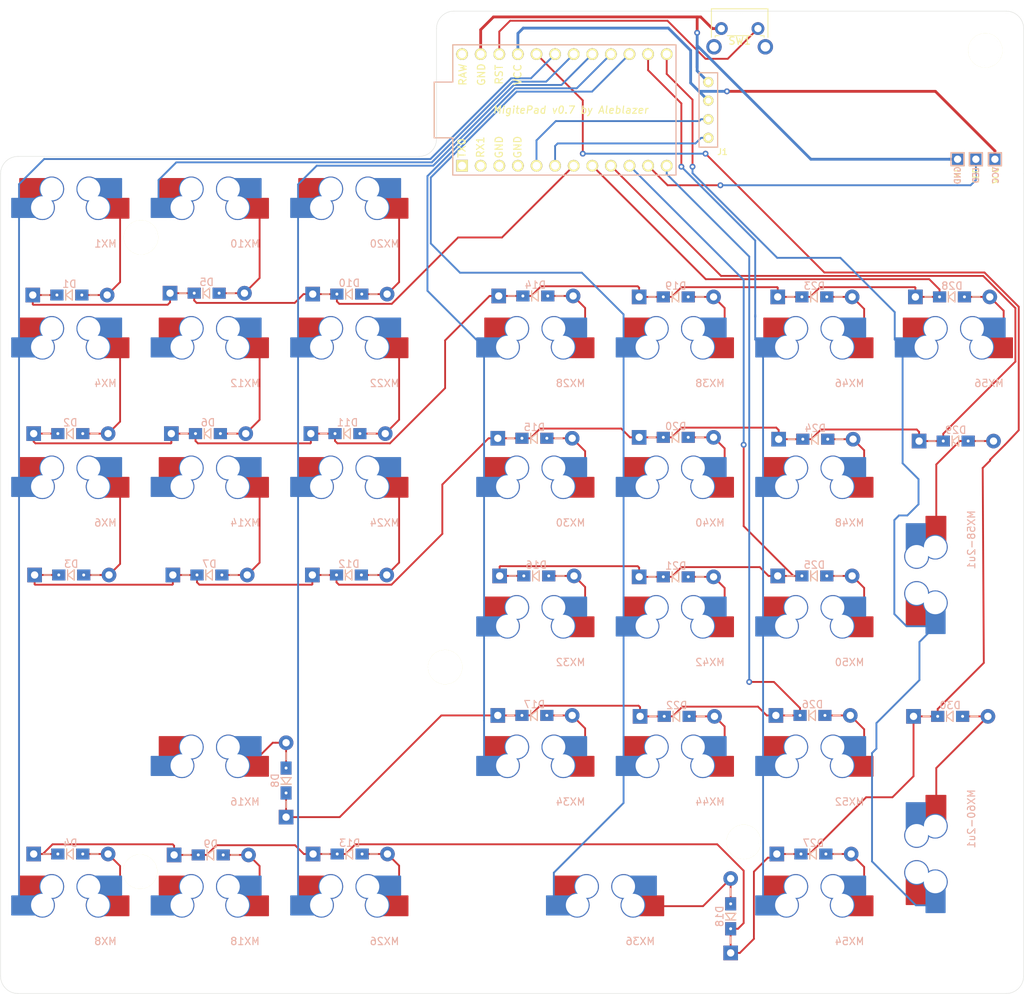
<source format=kicad_pcb>
(kicad_pcb (version 20171130) (host pcbnew "(5.1.5)-3")
  (layers (0 F.Cu signal) (31 B.Cu signal) (34 B.Paste user) (35 F.Paste user hide) (36 B.SilkS user) (37 F.SilkS user hide) (38 B.Mask user) (39 F.Mask user hide) (44 Edge.Cuts user))
  (net 0 "")
  (net 1 "Net-(D1-Pad2)")
  (net 2 ROW0)
  (net 3 "Net-(D2-Pad2)")
  (net 4 ROW1)
  (net 5 "Net-(D3-Pad2)")
  (net 6 ROW2)
  (net 7 "Net-(D4-Pad2)")
  (net 8 ROW5)
  (net 9 "Net-(D5-Pad2)")
  (net 10 "Net-(D6-Pad2)")
  (net 11 "Net-(D7-Pad2)")
  (net 12 "Net-(D8-Pad2)")
  (net 13 COL0)
  (net 14 "Net-(D9-Pad2)")
  (net 15 "Net-(D10-Pad2)")
  (net 16 "Net-(D11-Pad2)")
  (net 17 "Net-(D12-Pad2)")
  (net 18 "Net-(D13-Pad2)")
  (net 19 "Net-(D14-Pad2)")
  (net 20 "Net-(D15-Pad2)")
  (net 21 "Net-(D16-Pad2)")
  (net 22 "Net-(D17-Pad2)")
  (net 23 ROW4)
  (net 24 "Net-(D18-Pad2)")
  (net 25 "Net-(D19-Pad2)")
  (net 26 "Net-(D20-Pad2)")
  (net 27 "Net-(D21-Pad2)")
  (net 28 "Net-(D22-Pad2)")
  (net 29 "Net-(D23-Pad2)")
  (net 30 "Net-(D24-Pad2)")
  (net 31 "Net-(D25-Pad2)")
  (net 32 "Net-(D26-Pad2)")
  (net 33 "Net-(D27-Pad2)")
  (net 34 "Net-(D28-Pad2)")
  (net 35 "Net-(D29-Pad2)")
  (net 36 "Net-(D30-Pad2)")
  (net 37 COL1)
  (net 38 COL2)
  (net 39 COL3)
  (net 40 COL4)
  (net 41 COL5)
  (net 42 COL6)
  (net 43 "Net-(U1-Pad1)")
  (net 44 ROW3)
  (net 45 "Net-(U1-Pad24)")
  (net 46 "Net-(U1-Pad2)")
  (net 47 GND)
  (net 48 VCC)
  (net 49 SCL)
  (net 50 SDA)
  (net 51 "Net-(SW1-Pad2)")
  (net 52 LED)
  (module Lily58-footprint:HOLE_M2_TH (layer F.Cu) (at 198.471 35.56)
    (fp_text reference H8 hide)
    (fp_text value MountingHole hide)
    (pad "" np_thru_hole circle (at 0 0 90) (size 4.7004 4.7004) (drill 4.7004) (layers *.Cu *.Mask F.SilkS) (clearance 0.3))
  )
  (module Lily58-footprint:HOLE_M2_TH (layer F.Cu) (at 165.481 143.637)
    (fp_text reference H7 hide)
    (fp_text value MountingHole hide)
    (pad "" np_thru_hole circle (at 0 0 90) (size 4.7004 4.7004) (drill 4.7004) (layers *.Cu *.Mask F.SilkS) (clearance 0.3))
  )
  (module Lily58-footprint:HOLE_M2_TH (layer F.Cu) (at 124.714 119.761)
    (fp_text reference H6 hide)
    (fp_text value MountingHole hide)
    (pad "" np_thru_hole circle (at 0 0 90) (size 4.7004 4.7004) (drill 4.7004) (layers *.Cu *.Mask F.SilkS) (clearance 0.3))
  )
  (module Lily58-footprint:HOLE_M2_TH (layer F.Cu) (at 83.058 147.701)
    (fp_text reference H5 hide)
    (fp_text value MountingHole hide)
    (pad "" np_thru_hole circle (at 0 0 90) (size 4.7004 4.7004) (drill 4.7004) (layers *.Cu *.Mask F.SilkS) (clearance 0.3))
  )
  (module Lily58-footprint:HOLE_M2_TH (layer F.Cu) (at 83.185 61.087)
    (fp_text reference H4 hide)
    (fp_text value MountingHole hide)
    (pad "" np_thru_hole circle (at 0 0 90) (size 4.7004 4.7004) (drill 4.7004) (layers *.Cu *.Mask F.SilkS) (clearance 0.3))
  )
  (module Lily58-footprint:LED (layer F.Cu) (at 194.691 50.419 90)
    (fp_text reference J2 hide)
    (fp_text value LED-Lily58-cache hide)
    (fp_text user GND (at -2.2 0 90) (layer B.SilkS) (effects (font (size 0.8 0.8)) (justify mirror)))
    (fp_text user LED (at -2.2 2.5 270) (layer F.SilkS) (effects (font (size 0.8 0.8))))
    (fp_text user LED (at -2.2 2.5 90) (layer B.SilkS) (effects (font (size 0.8 0.8)) (justify mirror)))
    (fp_text user GND (at -2.2 0 90) (layer F.SilkS) (effects (font (size 0.8 0.8))))
    (fp_text user VCC (at -2.2 5.2 90) (layer F.SilkS) (effects (font (size 0.8 0.8))))
    (fp_text user VCC (at -2.2 5.2 90) (layer B.SilkS) (effects (font (size 0.8 0.8)) (justify mirror)))
    (pad 1 thru_hole rect (at 0 0 180) (size 1.524 1.524) (drill 1) (layers *.Cu *.Mask) (net 47 GND))
    (pad 2 thru_hole rect (at 0 2.5 90) (size 1.524 1.524) (drill 1) (layers *.Cu *.Mask) (net 52 LED))
    (pad 3 thru_hole rect (at 0 5.1 90) (size 1.524 1.524) (drill 1) (layers *.Cu *.Mask) (net 48 VCC))
  )
  (module keyswitches:MXOnly-1U-Hotswap-Double-noled (layer F.Cu) (at 194.183 145.288 90)
    (fp_text reference MX60-2u1)
    (fp_text value MX-NoLED)
    (fp_text user %R (at 4.8 2.4 90) (layer B.SilkS) (effects (justify mirror)))
    (pad "" thru_hole circle (at -2.54 -5.08 90) (size 3.4 3.4) (drill 3.1) (layers *.Cu *.Mask))
    (pad "" thru_hole circle (at -3.81 -2.54 90) (size 3.4 3.4) (drill 3.1) (layers *.Cu *.Mask))
    (pad "" thru_hole circle (at 3.81 -2.54 90) (size 3.4 3.4) (drill 3.1) (layers *.Cu *.Mask))
    (pad "" thru_hole circle (at 2.54 -5.08 90) (size 3.4 3.4) (drill 3.1) (layers *.Cu *.Mask))
    (pad "" np_thru_hole circle (at 5.08 0 138.0996) (size 1.75 1.75) (drill 1.75) (layers *.Cu *.Mask))
    (pad "" np_thru_hole circle (at -5.08 0 138.0996) (size 1.75 1.75) (drill 1.75) (layers *.Cu *.Mask))
    (pad "" np_thru_hole circle (at 0 0 90) (size 3.9878 3.9878) (drill 3.9878) (layers *.Cu *.Mask))
    (pad 1 thru_hole custom (at -2.5 -3.5 90) (size 0.1 0.1) (drill 0.01) (layers *.Cu *.Mask) (net 42 COL6) (options (clearance outline) (anchor circle)) (primitives (gr_arc (start -0.04 -1.58) (end 0 0) (angle -306.9) (width 0.15)) (gr_arc (start -1.31 0.96) (end -1.3 -0.6) (angle -307.6) (width 0.15))))
    (pad 3 thru_hole custom (at 2.5 -3.5 270) (size 0.1 0.1) (drill 0.01) (layers *.Cu *.Mask) (options (clearance outline) (anchor circle)) (primitives (gr_arc (start -0.04 1.58) (end 0 0) (angle 306.9) (width 0.15)) (gr_arc (start -1.31 -0.96) (end -1.3 0.6) (angle 307.6) (width 0.15))))
    (pad 1 smd custom (at -7 -2.5 90) (size 2 2) (layers B.Cu B.Paste B.Mask) (net 42 COL6) (options (clearance outline) (anchor rect)) (primitives (gr_poly (pts (xy -1 -1.3) (xy 2.2 -1.3) (xy 1.7 -0.9) (xy 1.6 0) (xy 1.7 0.8) (xy 2 1.1) (xy 2.4 1.3) (xy -1 1.3)) (width 0.15))))
    (pad 1 smd custom (at -5.9 -5.2 90) (size 2 2) (layers F.Cu F.Paste F.Mask) (net 42 COL6) (options (clearance outline) (anchor rect)) (primitives (gr_poly (pts (xy -1 1.3) (xy 1.3 1.3) (xy 2 1) (xy 1.7 0.2) (xy 1.9 -0.7) (xy 2.2 -1.1) (xy 2.6 -1.3) (xy -1 -1.3)) (width 0.15))))
    (pad 2 smd custom (at 6 -5.2 270) (size 1.8 2) (layers B.Cu B.Paste B.Mask) (net 36 "Net-(D30-Pad2)") (options (clearance outline) (anchor rect)) (primitives (gr_poly (pts (xy -1 -1.3) (xy 1.3 -1.3) (xy 2 -1) (xy 1.7 -0.2) (xy 1.9 0.7) (xy 2.2 1.1) (xy 2.6 1.3) (xy -1 1.3)) (width 0.15))))
    (pad 2 smd custom (at 6.8 -2.4 90) (size 2 2) (layers F.Cu F.Paste F.Mask) (net 36 "Net-(D30-Pad2)") (options (clearance outline) (anchor rect)) (primitives (gr_poly (pts (xy 1.2 -1.4) (xy -1.9 -1.4) (xy -1.5 -0.9) (xy -1.4 0) (xy -1.6 0.8) (xy -1.8 1.1) (xy -2.2 1.3) (xy 1.2 1.3)) (width 0.15))))
  )
  (module keyswitches:MXOnly-1U-Hotswap-Double-noled (layer F.Cu) (at 194.183 107.188 90)
    (fp_text reference MX58-2u1)
    (fp_text value MX-NoLED)
    (fp_text user %R (at 4.8 2.4 90) (layer B.SilkS) (effects (justify mirror)))
    (pad "" thru_hole circle (at -2.54 -5.08 90) (size 3.4 3.4) (drill 3.1) (layers *.Cu *.Mask))
    (pad "" thru_hole circle (at -3.81 -2.54 90) (size 3.4 3.4) (drill 3.1) (layers *.Cu *.Mask))
    (pad "" thru_hole circle (at 3.81 -2.54 90) (size 3.4 3.4) (drill 3.1) (layers *.Cu *.Mask))
    (pad "" thru_hole circle (at 2.54 -5.08 90) (size 3.4 3.4) (drill 3.1) (layers *.Cu *.Mask))
    (pad "" np_thru_hole circle (at 5.08 0 138.0996) (size 1.75 1.75) (drill 1.75) (layers *.Cu *.Mask))
    (pad "" np_thru_hole circle (at -5.08 0 138.0996) (size 1.75 1.75) (drill 1.75) (layers *.Cu *.Mask))
    (pad "" np_thru_hole circle (at 0 0 90) (size 3.9878 3.9878) (drill 3.9878) (layers *.Cu *.Mask))
    (pad 1 thru_hole custom (at -2.5 -3.5 90) (size 0.1 0.1) (drill 0.01) (layers *.Cu *.Mask) (net 42 COL6) (options (clearance outline) (anchor circle)) (primitives (gr_arc (start -0.04 -1.58) (end 0 0) (angle -306.9) (width 0.15)) (gr_arc (start -1.31 0.96) (end -1.3 -0.6) (angle -307.6) (width 0.15))))
    (pad 3 thru_hole custom (at 2.5 -3.5 270) (size 0.1 0.1) (drill 0.01) (layers *.Cu *.Mask) (options (clearance outline) (anchor circle)) (primitives (gr_arc (start -0.04 1.58) (end 0 0) (angle 306.9) (width 0.15)) (gr_arc (start -1.31 -0.96) (end -1.3 0.6) (angle 307.6) (width 0.15))))
    (pad 1 smd custom (at -7 -2.5 90) (size 2 2) (layers B.Cu B.Paste B.Mask) (net 42 COL6) (options (clearance outline) (anchor rect)) (primitives (gr_poly (pts (xy -1 -1.3) (xy 2.2 -1.3) (xy 1.7 -0.9) (xy 1.6 0) (xy 1.7 0.8) (xy 2 1.1) (xy 2.4 1.3) (xy -1 1.3)) (width 0.15))))
    (pad 1 smd custom (at -5.9 -5.2 90) (size 2 2) (layers F.Cu F.Paste F.Mask) (net 42 COL6) (options (clearance outline) (anchor rect)) (primitives (gr_poly (pts (xy -1 1.3) (xy 1.3 1.3) (xy 2 1) (xy 1.7 0.2) (xy 1.9 -0.7) (xy 2.2 -1.1) (xy 2.6 -1.3) (xy -1 -1.3)) (width 0.15))))
    (pad 2 smd custom (at 6 -5.2 270) (size 1.8 2) (layers B.Cu B.Paste B.Mask) (net 35 "Net-(D29-Pad2)") (options (clearance outline) (anchor rect)) (primitives (gr_poly (pts (xy -1 -1.3) (xy 1.3 -1.3) (xy 2 -1) (xy 1.7 -0.2) (xy 1.9 0.7) (xy 2.2 1.1) (xy 2.6 1.3) (xy -1 1.3)) (width 0.15))))
    (pad 2 smd custom (at 6.8 -2.4 90) (size 2 2) (layers F.Cu F.Paste F.Mask) (net 35 "Net-(D29-Pad2)") (options (clearance outline) (anchor rect)) (primitives (gr_poly (pts (xy 1.2 -1.4) (xy -1.9 -1.4) (xy -1.5 -0.9) (xy -1.4 0) (xy -1.6 0.8) (xy -1.8 1.1) (xy -2.2 1.3) (xy 1.2 1.3)) (width 0.15))))
  )
  (module keyswitches:MXOnly-1U-Hotswap-Double-noled (layer F.Cu) (at 194.183 78.613)
    (fp_text reference MX56)
    (fp_text value MX-NoLED)
    (fp_text user %R (at 4.8 2.4) (layer B.SilkS) (effects (justify mirror)))
    (pad "" thru_hole circle (at -2.54 -5.08) (size 3.4 3.4) (drill 3.1) (layers *.Cu *.Mask))
    (pad "" thru_hole circle (at -3.81 -2.54) (size 3.4 3.4) (drill 3.1) (layers *.Cu *.Mask))
    (pad "" thru_hole circle (at 3.81 -2.54) (size 3.4 3.4) (drill 3.1) (layers *.Cu *.Mask))
    (pad "" thru_hole circle (at 2.54 -5.08) (size 3.4 3.4) (drill 3.1) (layers *.Cu *.Mask))
    (pad "" np_thru_hole circle (at 5.08 0 48.0996) (size 1.75 1.75) (drill 1.75) (layers *.Cu *.Mask))
    (pad "" np_thru_hole circle (at -5.08 0 48.0996) (size 1.75 1.75) (drill 1.75) (layers *.Cu *.Mask))
    (pad "" np_thru_hole circle (at 0 0) (size 3.9878 3.9878) (drill 3.9878) (layers *.Cu *.Mask))
    (pad 1 thru_hole custom (at -2.5 -3.5) (size 0.1 0.1) (drill 0.01) (layers *.Cu *.Mask) (net 42 COL6) (options (clearance outline) (anchor circle)) (primitives (gr_arc (start -0.04 -1.58) (end 0 0) (angle -306.9) (width 0.15)) (gr_arc (start -1.31 0.96) (end -1.3 -0.6) (angle -307.6) (width 0.15))))
    (pad 3 thru_hole custom (at 2.5 -3.5 180) (size 0.1 0.1) (drill 0.01) (layers *.Cu *.Mask) (options (clearance outline) (anchor circle)) (primitives (gr_arc (start -0.04 1.58) (end 0 0) (angle 306.9) (width 0.15)) (gr_arc (start -1.31 -0.96) (end -1.3 0.6) (angle 307.6) (width 0.15))))
    (pad 1 smd custom (at -7 -2.5) (size 2 2) (layers B.Cu B.Paste B.Mask) (net 42 COL6) (options (clearance outline) (anchor rect)) (primitives (gr_poly (pts (xy -1 -1.3) (xy 2.2 -1.3) (xy 1.7 -0.9) (xy 1.6 0) (xy 1.7 0.8) (xy 2 1.1) (xy 2.4 1.3) (xy -1 1.3)) (width 0.15))))
    (pad 1 smd custom (at -5.9 -5.2) (size 2 2) (layers F.Cu F.Paste F.Mask) (net 42 COL6) (options (clearance outline) (anchor rect)) (primitives (gr_poly (pts (xy -1 1.3) (xy 1.3 1.3) (xy 2 1) (xy 1.7 0.2) (xy 1.9 -0.7) (xy 2.2 -1.1) (xy 2.6 -1.3) (xy -1 -1.3)) (width 0.15))))
    (pad 2 smd custom (at 6 -5.2 180) (size 1.8 2) (layers B.Cu B.Paste B.Mask) (net 34 "Net-(D28-Pad2)") (options (clearance outline) (anchor rect)) (primitives (gr_poly (pts (xy -1 -1.3) (xy 1.3 -1.3) (xy 2 -1) (xy 1.7 -0.2) (xy 1.9 0.7) (xy 2.2 1.1) (xy 2.6 1.3) (xy -1 1.3)) (width 0.15))))
    (pad 2 smd custom (at 6.8 -2.4) (size 2 2) (layers F.Cu F.Paste F.Mask) (net 34 "Net-(D28-Pad2)") (options (clearance outline) (anchor rect)) (primitives (gr_poly (pts (xy 1.2 -1.4) (xy -1.9 -1.4) (xy -1.5 -0.9) (xy -1.4 0) (xy -1.6 0.8) (xy -1.8 1.1) (xy -2.2 1.3) (xy 1.2 1.3)) (width 0.15))))
  )
  (module keyswitches:MXOnly-1U-Hotswap-Double-noled (layer F.Cu) (at 175.133 154.813)
    (fp_text reference MX54)
    (fp_text value MX-NoLED)
    (fp_text user %R (at 4.8 2.4) (layer B.SilkS) (effects (justify mirror)))
    (pad "" thru_hole circle (at -2.54 -5.08) (size 3.4 3.4) (drill 3.1) (layers *.Cu *.Mask))
    (pad "" thru_hole circle (at -3.81 -2.54) (size 3.4 3.4) (drill 3.1) (layers *.Cu *.Mask))
    (pad "" thru_hole circle (at 3.81 -2.54) (size 3.4 3.4) (drill 3.1) (layers *.Cu *.Mask))
    (pad "" thru_hole circle (at 2.54 -5.08) (size 3.4 3.4) (drill 3.1) (layers *.Cu *.Mask))
    (pad "" np_thru_hole circle (at 5.08 0 48.0996) (size 1.75 1.75) (drill 1.75) (layers *.Cu *.Mask))
    (pad "" np_thru_hole circle (at -5.08 0 48.0996) (size 1.75 1.75) (drill 1.75) (layers *.Cu *.Mask))
    (pad "" np_thru_hole circle (at 0 0) (size 3.9878 3.9878) (drill 3.9878) (layers *.Cu *.Mask))
    (pad 1 thru_hole custom (at -2.5 -3.5) (size 0.1 0.1) (drill 0.01) (layers *.Cu *.Mask) (net 41 COL5) (options (clearance outline) (anchor circle)) (primitives (gr_arc (start -0.04 -1.58) (end 0 0) (angle -306.9) (width 0.15)) (gr_arc (start -1.31 0.96) (end -1.3 -0.6) (angle -307.6) (width 0.15))))
    (pad 3 thru_hole custom (at 2.5 -3.5 180) (size 0.1 0.1) (drill 0.01) (layers *.Cu *.Mask) (options (clearance outline) (anchor circle)) (primitives (gr_arc (start -0.04 1.58) (end 0 0) (angle 306.9) (width 0.15)) (gr_arc (start -1.31 -0.96) (end -1.3 0.6) (angle 307.6) (width 0.15))))
    (pad 1 smd custom (at -7 -2.5) (size 2 2) (layers B.Cu B.Paste B.Mask) (net 41 COL5) (options (clearance outline) (anchor rect)) (primitives (gr_poly (pts (xy -1 -1.3) (xy 2.2 -1.3) (xy 1.7 -0.9) (xy 1.6 0) (xy 1.7 0.8) (xy 2 1.1) (xy 2.4 1.3) (xy -1 1.3)) (width 0.15))))
    (pad 1 smd custom (at -5.9 -5.2) (size 2 2) (layers F.Cu F.Paste F.Mask) (net 41 COL5) (options (clearance outline) (anchor rect)) (primitives (gr_poly (pts (xy -1 1.3) (xy 1.3 1.3) (xy 2 1) (xy 1.7 0.2) (xy 1.9 -0.7) (xy 2.2 -1.1) (xy 2.6 -1.3) (xy -1 -1.3)) (width 0.15))))
    (pad 2 smd custom (at 6 -5.2 180) (size 1.8 2) (layers B.Cu B.Paste B.Mask) (net 33 "Net-(D27-Pad2)") (options (clearance outline) (anchor rect)) (primitives (gr_poly (pts (xy -1 -1.3) (xy 1.3 -1.3) (xy 2 -1) (xy 1.7 -0.2) (xy 1.9 0.7) (xy 2.2 1.1) (xy 2.6 1.3) (xy -1 1.3)) (width 0.15))))
    (pad 2 smd custom (at 6.8 -2.4) (size 2 2) (layers F.Cu F.Paste F.Mask) (net 33 "Net-(D27-Pad2)") (options (clearance outline) (anchor rect)) (primitives (gr_poly (pts (xy 1.2 -1.4) (xy -1.9 -1.4) (xy -1.5 -0.9) (xy -1.4 0) (xy -1.6 0.8) (xy -1.8 1.1) (xy -2.2 1.3) (xy 1.2 1.3)) (width 0.15))))
  )
  (module keyswitches:MXOnly-1U-Hotswap-Double-noled (layer F.Cu) (at 175.133 135.763)
    (fp_text reference MX52)
    (fp_text value MX-NoLED)
    (fp_text user %R (at 4.8 2.4) (layer B.SilkS) (effects (justify mirror)))
    (pad "" thru_hole circle (at -2.54 -5.08) (size 3.4 3.4) (drill 3.1) (layers *.Cu *.Mask))
    (pad "" thru_hole circle (at -3.81 -2.54) (size 3.4 3.4) (drill 3.1) (layers *.Cu *.Mask))
    (pad "" thru_hole circle (at 3.81 -2.54) (size 3.4 3.4) (drill 3.1) (layers *.Cu *.Mask))
    (pad "" thru_hole circle (at 2.54 -5.08) (size 3.4 3.4) (drill 3.1) (layers *.Cu *.Mask))
    (pad "" np_thru_hole circle (at 5.08 0 48.0996) (size 1.75 1.75) (drill 1.75) (layers *.Cu *.Mask))
    (pad "" np_thru_hole circle (at -5.08 0 48.0996) (size 1.75 1.75) (drill 1.75) (layers *.Cu *.Mask))
    (pad "" np_thru_hole circle (at 0 0) (size 3.9878 3.9878) (drill 3.9878) (layers *.Cu *.Mask))
    (pad 1 thru_hole custom (at -2.5 -3.5) (size 0.1 0.1) (drill 0.01) (layers *.Cu *.Mask) (net 41 COL5) (options (clearance outline) (anchor circle)) (primitives (gr_arc (start -0.04 -1.58) (end 0 0) (angle -306.9) (width 0.15)) (gr_arc (start -1.31 0.96) (end -1.3 -0.6) (angle -307.6) (width 0.15))))
    (pad 3 thru_hole custom (at 2.5 -3.5 180) (size 0.1 0.1) (drill 0.01) (layers *.Cu *.Mask) (options (clearance outline) (anchor circle)) (primitives (gr_arc (start -0.04 1.58) (end 0 0) (angle 306.9) (width 0.15)) (gr_arc (start -1.31 -0.96) (end -1.3 0.6) (angle 307.6) (width 0.15))))
    (pad 1 smd custom (at -7 -2.5) (size 2 2) (layers B.Cu B.Paste B.Mask) (net 41 COL5) (options (clearance outline) (anchor rect)) (primitives (gr_poly (pts (xy -1 -1.3) (xy 2.2 -1.3) (xy 1.7 -0.9) (xy 1.6 0) (xy 1.7 0.8) (xy 2 1.1) (xy 2.4 1.3) (xy -1 1.3)) (width 0.15))))
    (pad 1 smd custom (at -5.9 -5.2) (size 2 2) (layers F.Cu F.Paste F.Mask) (net 41 COL5) (options (clearance outline) (anchor rect)) (primitives (gr_poly (pts (xy -1 1.3) (xy 1.3 1.3) (xy 2 1) (xy 1.7 0.2) (xy 1.9 -0.7) (xy 2.2 -1.1) (xy 2.6 -1.3) (xy -1 -1.3)) (width 0.15))))
    (pad 2 smd custom (at 6 -5.2 180) (size 1.8 2) (layers B.Cu B.Paste B.Mask) (net 32 "Net-(D26-Pad2)") (options (clearance outline) (anchor rect)) (primitives (gr_poly (pts (xy -1 -1.3) (xy 1.3 -1.3) (xy 2 -1) (xy 1.7 -0.2) (xy 1.9 0.7) (xy 2.2 1.1) (xy 2.6 1.3) (xy -1 1.3)) (width 0.15))))
    (pad 2 smd custom (at 6.8 -2.4) (size 2 2) (layers F.Cu F.Paste F.Mask) (net 32 "Net-(D26-Pad2)") (options (clearance outline) (anchor rect)) (primitives (gr_poly (pts (xy 1.2 -1.4) (xy -1.9 -1.4) (xy -1.5 -0.9) (xy -1.4 0) (xy -1.6 0.8) (xy -1.8 1.1) (xy -2.2 1.3) (xy 1.2 1.3)) (width 0.15))))
  )
  (module keyswitches:MXOnly-1U-Hotswap-Double-noled (layer F.Cu) (at 175.133 116.713)
    (fp_text reference MX50)
    (fp_text value MX-NoLED)
    (fp_text user %R (at 4.8 2.4) (layer B.SilkS) (effects (justify mirror)))
    (pad "" thru_hole circle (at -2.54 -5.08) (size 3.4 3.4) (drill 3.1) (layers *.Cu *.Mask))
    (pad "" thru_hole circle (at -3.81 -2.54) (size 3.4 3.4) (drill 3.1) (layers *.Cu *.Mask))
    (pad "" thru_hole circle (at 3.81 -2.54) (size 3.4 3.4) (drill 3.1) (layers *.Cu *.Mask))
    (pad "" thru_hole circle (at 2.54 -5.08) (size 3.4 3.4) (drill 3.1) (layers *.Cu *.Mask))
    (pad "" np_thru_hole circle (at 5.08 0 48.0996) (size 1.75 1.75) (drill 1.75) (layers *.Cu *.Mask))
    (pad "" np_thru_hole circle (at -5.08 0 48.0996) (size 1.75 1.75) (drill 1.75) (layers *.Cu *.Mask))
    (pad "" np_thru_hole circle (at 0 0) (size 3.9878 3.9878) (drill 3.9878) (layers *.Cu *.Mask))
    (pad 1 thru_hole custom (at -2.5 -3.5) (size 0.1 0.1) (drill 0.01) (layers *.Cu *.Mask) (net 41 COL5) (options (clearance outline) (anchor circle)) (primitives (gr_arc (start -0.04 -1.58) (end 0 0) (angle -306.9) (width 0.15)) (gr_arc (start -1.31 0.96) (end -1.3 -0.6) (angle -307.6) (width 0.15))))
    (pad 3 thru_hole custom (at 2.5 -3.5 180) (size 0.1 0.1) (drill 0.01) (layers *.Cu *.Mask) (options (clearance outline) (anchor circle)) (primitives (gr_arc (start -0.04 1.58) (end 0 0) (angle 306.9) (width 0.15)) (gr_arc (start -1.31 -0.96) (end -1.3 0.6) (angle 307.6) (width 0.15))))
    (pad 1 smd custom (at -7 -2.5) (size 2 2) (layers B.Cu B.Paste B.Mask) (net 41 COL5) (options (clearance outline) (anchor rect)) (primitives (gr_poly (pts (xy -1 -1.3) (xy 2.2 -1.3) (xy 1.7 -0.9) (xy 1.6 0) (xy 1.7 0.8) (xy 2 1.1) (xy 2.4 1.3) (xy -1 1.3)) (width 0.15))))
    (pad 1 smd custom (at -5.9 -5.2) (size 2 2) (layers F.Cu F.Paste F.Mask) (net 41 COL5) (options (clearance outline) (anchor rect)) (primitives (gr_poly (pts (xy -1 1.3) (xy 1.3 1.3) (xy 2 1) (xy 1.7 0.2) (xy 1.9 -0.7) (xy 2.2 -1.1) (xy 2.6 -1.3) (xy -1 -1.3)) (width 0.15))))
    (pad 2 smd custom (at 6 -5.2 180) (size 1.8 2) (layers B.Cu B.Paste B.Mask) (net 31 "Net-(D25-Pad2)") (options (clearance outline) (anchor rect)) (primitives (gr_poly (pts (xy -1 -1.3) (xy 1.3 -1.3) (xy 2 -1) (xy 1.7 -0.2) (xy 1.9 0.7) (xy 2.2 1.1) (xy 2.6 1.3) (xy -1 1.3)) (width 0.15))))
    (pad 2 smd custom (at 6.8 -2.4) (size 2 2) (layers F.Cu F.Paste F.Mask) (net 31 "Net-(D25-Pad2)") (options (clearance outline) (anchor rect)) (primitives (gr_poly (pts (xy 1.2 -1.4) (xy -1.9 -1.4) (xy -1.5 -0.9) (xy -1.4 0) (xy -1.6 0.8) (xy -1.8 1.1) (xy -2.2 1.3) (xy 1.2 1.3)) (width 0.15))))
  )
  (module keyswitches:MXOnly-1U-Hotswap-Double-noled (layer F.Cu) (at 175.133 97.663)
    (fp_text reference MX48)
    (fp_text value MX-NoLED)
    (fp_text user %R (at 4.8 2.4) (layer B.SilkS) (effects (justify mirror)))
    (pad "" thru_hole circle (at -2.54 -5.08) (size 3.4 3.4) (drill 3.1) (layers *.Cu *.Mask))
    (pad "" thru_hole circle (at -3.81 -2.54) (size 3.4 3.4) (drill 3.1) (layers *.Cu *.Mask))
    (pad "" thru_hole circle (at 3.81 -2.54) (size 3.4 3.4) (drill 3.1) (layers *.Cu *.Mask))
    (pad "" thru_hole circle (at 2.54 -5.08) (size 3.4 3.4) (drill 3.1) (layers *.Cu *.Mask))
    (pad "" np_thru_hole circle (at 5.08 0 48.0996) (size 1.75 1.75) (drill 1.75) (layers *.Cu *.Mask))
    (pad "" np_thru_hole circle (at -5.08 0 48.0996) (size 1.75 1.75) (drill 1.75) (layers *.Cu *.Mask))
    (pad "" np_thru_hole circle (at 0 0) (size 3.9878 3.9878) (drill 3.9878) (layers *.Cu *.Mask))
    (pad 1 thru_hole custom (at -2.5 -3.5) (size 0.1 0.1) (drill 0.01) (layers *.Cu *.Mask) (net 41 COL5) (options (clearance outline) (anchor circle)) (primitives (gr_arc (start -0.04 -1.58) (end 0 0) (angle -306.9) (width 0.15)) (gr_arc (start -1.31 0.96) (end -1.3 -0.6) (angle -307.6) (width 0.15))))
    (pad 3 thru_hole custom (at 2.5 -3.5 180) (size 0.1 0.1) (drill 0.01) (layers *.Cu *.Mask) (options (clearance outline) (anchor circle)) (primitives (gr_arc (start -0.04 1.58) (end 0 0) (angle 306.9) (width 0.15)) (gr_arc (start -1.31 -0.96) (end -1.3 0.6) (angle 307.6) (width 0.15))))
    (pad 1 smd custom (at -7 -2.5) (size 2 2) (layers B.Cu B.Paste B.Mask) (net 41 COL5) (options (clearance outline) (anchor rect)) (primitives (gr_poly (pts (xy -1 -1.3) (xy 2.2 -1.3) (xy 1.7 -0.9) (xy 1.6 0) (xy 1.7 0.8) (xy 2 1.1) (xy 2.4 1.3) (xy -1 1.3)) (width 0.15))))
    (pad 1 smd custom (at -5.9 -5.2) (size 2 2) (layers F.Cu F.Paste F.Mask) (net 41 COL5) (options (clearance outline) (anchor rect)) (primitives (gr_poly (pts (xy -1 1.3) (xy 1.3 1.3) (xy 2 1) (xy 1.7 0.2) (xy 1.9 -0.7) (xy 2.2 -1.1) (xy 2.6 -1.3) (xy -1 -1.3)) (width 0.15))))
    (pad 2 smd custom (at 6 -5.2 180) (size 1.8 2) (layers B.Cu B.Paste B.Mask) (net 30 "Net-(D24-Pad2)") (options (clearance outline) (anchor rect)) (primitives (gr_poly (pts (xy -1 -1.3) (xy 1.3 -1.3) (xy 2 -1) (xy 1.7 -0.2) (xy 1.9 0.7) (xy 2.2 1.1) (xy 2.6 1.3) (xy -1 1.3)) (width 0.15))))
    (pad 2 smd custom (at 6.8 -2.4) (size 2 2) (layers F.Cu F.Paste F.Mask) (net 30 "Net-(D24-Pad2)") (options (clearance outline) (anchor rect)) (primitives (gr_poly (pts (xy 1.2 -1.4) (xy -1.9 -1.4) (xy -1.5 -0.9) (xy -1.4 0) (xy -1.6 0.8) (xy -1.8 1.1) (xy -2.2 1.3) (xy 1.2 1.3)) (width 0.15))))
  )
  (module keyswitches:MXOnly-1U-Hotswap-Double-noled (layer F.Cu) (at 175.133 78.613)
    (fp_text reference MX46)
    (fp_text value MX-NoLED)
    (fp_text user %R (at 4.8 2.4) (layer B.SilkS) (effects (justify mirror)))
    (pad "" thru_hole circle (at -2.54 -5.08) (size 3.4 3.4) (drill 3.1) (layers *.Cu *.Mask))
    (pad "" thru_hole circle (at -3.81 -2.54) (size 3.4 3.4) (drill 3.1) (layers *.Cu *.Mask))
    (pad "" thru_hole circle (at 3.81 -2.54) (size 3.4 3.4) (drill 3.1) (layers *.Cu *.Mask))
    (pad "" thru_hole circle (at 2.54 -5.08) (size 3.4 3.4) (drill 3.1) (layers *.Cu *.Mask))
    (pad "" np_thru_hole circle (at 5.08 0 48.0996) (size 1.75 1.75) (drill 1.75) (layers *.Cu *.Mask))
    (pad "" np_thru_hole circle (at -5.08 0 48.0996) (size 1.75 1.75) (drill 1.75) (layers *.Cu *.Mask))
    (pad "" np_thru_hole circle (at 0 0) (size 3.9878 3.9878) (drill 3.9878) (layers *.Cu *.Mask))
    (pad 1 thru_hole custom (at -2.5 -3.5) (size 0.1 0.1) (drill 0.01) (layers *.Cu *.Mask) (net 41 COL5) (options (clearance outline) (anchor circle)) (primitives (gr_arc (start -0.04 -1.58) (end 0 0) (angle -306.9) (width 0.15)) (gr_arc (start -1.31 0.96) (end -1.3 -0.6) (angle -307.6) (width 0.15))))
    (pad 3 thru_hole custom (at 2.5 -3.5 180) (size 0.1 0.1) (drill 0.01) (layers *.Cu *.Mask) (options (clearance outline) (anchor circle)) (primitives (gr_arc (start -0.04 1.58) (end 0 0) (angle 306.9) (width 0.15)) (gr_arc (start -1.31 -0.96) (end -1.3 0.6) (angle 307.6) (width 0.15))))
    (pad 1 smd custom (at -7 -2.5) (size 2 2) (layers B.Cu B.Paste B.Mask) (net 41 COL5) (options (clearance outline) (anchor rect)) (primitives (gr_poly (pts (xy -1 -1.3) (xy 2.2 -1.3) (xy 1.7 -0.9) (xy 1.6 0) (xy 1.7 0.8) (xy 2 1.1) (xy 2.4 1.3) (xy -1 1.3)) (width 0.15))))
    (pad 1 smd custom (at -5.9 -5.2) (size 2 2) (layers F.Cu F.Paste F.Mask) (net 41 COL5) (options (clearance outline) (anchor rect)) (primitives (gr_poly (pts (xy -1 1.3) (xy 1.3 1.3) (xy 2 1) (xy 1.7 0.2) (xy 1.9 -0.7) (xy 2.2 -1.1) (xy 2.6 -1.3) (xy -1 -1.3)) (width 0.15))))
    (pad 2 smd custom (at 6 -5.2 180) (size 1.8 2) (layers B.Cu B.Paste B.Mask) (net 29 "Net-(D23-Pad2)") (options (clearance outline) (anchor rect)) (primitives (gr_poly (pts (xy -1 -1.3) (xy 1.3 -1.3) (xy 2 -1) (xy 1.7 -0.2) (xy 1.9 0.7) (xy 2.2 1.1) (xy 2.6 1.3) (xy -1 1.3)) (width 0.15))))
    (pad 2 smd custom (at 6.8 -2.4) (size 2 2) (layers F.Cu F.Paste F.Mask) (net 29 "Net-(D23-Pad2)") (options (clearance outline) (anchor rect)) (primitives (gr_poly (pts (xy 1.2 -1.4) (xy -1.9 -1.4) (xy -1.5 -0.9) (xy -1.4 0) (xy -1.6 0.8) (xy -1.8 1.1) (xy -2.2 1.3) (xy 1.2 1.3)) (width 0.15))))
  )
  (module keyswitches:MXOnly-1U-Hotswap-Double-noled (layer F.Cu) (at 156.083 135.763)
    (fp_text reference MX44)
    (fp_text value MX-NoLED)
    (fp_text user %R (at 4.8 2.4) (layer B.SilkS) (effects (justify mirror)))
    (pad "" thru_hole circle (at -2.54 -5.08) (size 3.4 3.4) (drill 3.1) (layers *.Cu *.Mask))
    (pad "" thru_hole circle (at -3.81 -2.54) (size 3.4 3.4) (drill 3.1) (layers *.Cu *.Mask))
    (pad "" thru_hole circle (at 3.81 -2.54) (size 3.4 3.4) (drill 3.1) (layers *.Cu *.Mask))
    (pad "" thru_hole circle (at 2.54 -5.08) (size 3.4 3.4) (drill 3.1) (layers *.Cu *.Mask))
    (pad "" np_thru_hole circle (at 5.08 0 48.0996) (size 1.75 1.75) (drill 1.75) (layers *.Cu *.Mask))
    (pad "" np_thru_hole circle (at -5.08 0 48.0996) (size 1.75 1.75) (drill 1.75) (layers *.Cu *.Mask))
    (pad "" np_thru_hole circle (at 0 0) (size 3.9878 3.9878) (drill 3.9878) (layers *.Cu *.Mask))
    (pad 1 thru_hole custom (at -2.5 -3.5) (size 0.1 0.1) (drill 0.01) (layers *.Cu *.Mask) (net 40 COL4) (options (clearance outline) (anchor circle)) (primitives (gr_arc (start -0.04 -1.58) (end 0 0) (angle -306.9) (width 0.15)) (gr_arc (start -1.31 0.96) (end -1.3 -0.6) (angle -307.6) (width 0.15))))
    (pad 3 thru_hole custom (at 2.5 -3.5 180) (size 0.1 0.1) (drill 0.01) (layers *.Cu *.Mask) (options (clearance outline) (anchor circle)) (primitives (gr_arc (start -0.04 1.58) (end 0 0) (angle 306.9) (width 0.15)) (gr_arc (start -1.31 -0.96) (end -1.3 0.6) (angle 307.6) (width 0.15))))
    (pad 1 smd custom (at -7 -2.5) (size 2 2) (layers B.Cu B.Paste B.Mask) (net 40 COL4) (options (clearance outline) (anchor rect)) (primitives (gr_poly (pts (xy -1 -1.3) (xy 2.2 -1.3) (xy 1.7 -0.9) (xy 1.6 0) (xy 1.7 0.8) (xy 2 1.1) (xy 2.4 1.3) (xy -1 1.3)) (width 0.15))))
    (pad 1 smd custom (at -5.9 -5.2) (size 2 2) (layers F.Cu F.Paste F.Mask) (net 40 COL4) (options (clearance outline) (anchor rect)) (primitives (gr_poly (pts (xy -1 1.3) (xy 1.3 1.3) (xy 2 1) (xy 1.7 0.2) (xy 1.9 -0.7) (xy 2.2 -1.1) (xy 2.6 -1.3) (xy -1 -1.3)) (width 0.15))))
    (pad 2 smd custom (at 6 -5.2 180) (size 1.8 2) (layers B.Cu B.Paste B.Mask) (net 28 "Net-(D22-Pad2)") (options (clearance outline) (anchor rect)) (primitives (gr_poly (pts (xy -1 -1.3) (xy 1.3 -1.3) (xy 2 -1) (xy 1.7 -0.2) (xy 1.9 0.7) (xy 2.2 1.1) (xy 2.6 1.3) (xy -1 1.3)) (width 0.15))))
    (pad 2 smd custom (at 6.8 -2.4) (size 2 2) (layers F.Cu F.Paste F.Mask) (net 28 "Net-(D22-Pad2)") (options (clearance outline) (anchor rect)) (primitives (gr_poly (pts (xy 1.2 -1.4) (xy -1.9 -1.4) (xy -1.5 -0.9) (xy -1.4 0) (xy -1.6 0.8) (xy -1.8 1.1) (xy -2.2 1.3) (xy 1.2 1.3)) (width 0.15))))
  )
  (module keyswitches:MXOnly-1U-Hotswap-Double-noled (layer F.Cu) (at 156.083 116.713)
    (fp_text reference MX42)
    (fp_text value MX-NoLED)
    (fp_text user %R (at 4.8 2.4) (layer B.SilkS) (effects (justify mirror)))
    (pad "" thru_hole circle (at -2.54 -5.08) (size 3.4 3.4) (drill 3.1) (layers *.Cu *.Mask))
    (pad "" thru_hole circle (at -3.81 -2.54) (size 3.4 3.4) (drill 3.1) (layers *.Cu *.Mask))
    (pad "" thru_hole circle (at 3.81 -2.54) (size 3.4 3.4) (drill 3.1) (layers *.Cu *.Mask))
    (pad "" thru_hole circle (at 2.54 -5.08) (size 3.4 3.4) (drill 3.1) (layers *.Cu *.Mask))
    (pad "" np_thru_hole circle (at 5.08 0 48.0996) (size 1.75 1.75) (drill 1.75) (layers *.Cu *.Mask))
    (pad "" np_thru_hole circle (at -5.08 0 48.0996) (size 1.75 1.75) (drill 1.75) (layers *.Cu *.Mask))
    (pad "" np_thru_hole circle (at 0 0) (size 3.9878 3.9878) (drill 3.9878) (layers *.Cu *.Mask))
    (pad 1 thru_hole custom (at -2.5 -3.5) (size 0.1 0.1) (drill 0.01) (layers *.Cu *.Mask) (net 40 COL4) (options (clearance outline) (anchor circle)) (primitives (gr_arc (start -0.04 -1.58) (end 0 0) (angle -306.9) (width 0.15)) (gr_arc (start -1.31 0.96) (end -1.3 -0.6) (angle -307.6) (width 0.15))))
    (pad 3 thru_hole custom (at 2.5 -3.5 180) (size 0.1 0.1) (drill 0.01) (layers *.Cu *.Mask) (options (clearance outline) (anchor circle)) (primitives (gr_arc (start -0.04 1.58) (end 0 0) (angle 306.9) (width 0.15)) (gr_arc (start -1.31 -0.96) (end -1.3 0.6) (angle 307.6) (width 0.15))))
    (pad 1 smd custom (at -7 -2.5) (size 2 2) (layers B.Cu B.Paste B.Mask) (net 40 COL4) (options (clearance outline) (anchor rect)) (primitives (gr_poly (pts (xy -1 -1.3) (xy 2.2 -1.3) (xy 1.7 -0.9) (xy 1.6 0) (xy 1.7 0.8) (xy 2 1.1) (xy 2.4 1.3) (xy -1 1.3)) (width 0.15))))
    (pad 1 smd custom (at -5.9 -5.2) (size 2 2) (layers F.Cu F.Paste F.Mask) (net 40 COL4) (options (clearance outline) (anchor rect)) (primitives (gr_poly (pts (xy -1 1.3) (xy 1.3 1.3) (xy 2 1) (xy 1.7 0.2) (xy 1.9 -0.7) (xy 2.2 -1.1) (xy 2.6 -1.3) (xy -1 -1.3)) (width 0.15))))
    (pad 2 smd custom (at 6 -5.2 180) (size 1.8 2) (layers B.Cu B.Paste B.Mask) (net 27 "Net-(D21-Pad2)") (options (clearance outline) (anchor rect)) (primitives (gr_poly (pts (xy -1 -1.3) (xy 1.3 -1.3) (xy 2 -1) (xy 1.7 -0.2) (xy 1.9 0.7) (xy 2.2 1.1) (xy 2.6 1.3) (xy -1 1.3)) (width 0.15))))
    (pad 2 smd custom (at 6.8 -2.4) (size 2 2) (layers F.Cu F.Paste F.Mask) (net 27 "Net-(D21-Pad2)") (options (clearance outline) (anchor rect)) (primitives (gr_poly (pts (xy 1.2 -1.4) (xy -1.9 -1.4) (xy -1.5 -0.9) (xy -1.4 0) (xy -1.6 0.8) (xy -1.8 1.1) (xy -2.2 1.3) (xy 1.2 1.3)) (width 0.15))))
  )
  (module keyswitches:MXOnly-1U-Hotswap-Double-noled (layer F.Cu) (at 156.083 97.663)
    (fp_text reference MX40)
    (fp_text value MX-NoLED)
    (fp_text user %R (at 4.8 2.4) (layer B.SilkS) (effects (justify mirror)))
    (pad "" thru_hole circle (at -2.54 -5.08) (size 3.4 3.4) (drill 3.1) (layers *.Cu *.Mask))
    (pad "" thru_hole circle (at -3.81 -2.54) (size 3.4 3.4) (drill 3.1) (layers *.Cu *.Mask))
    (pad "" thru_hole circle (at 3.81 -2.54) (size 3.4 3.4) (drill 3.1) (layers *.Cu *.Mask))
    (pad "" thru_hole circle (at 2.54 -5.08) (size 3.4 3.4) (drill 3.1) (layers *.Cu *.Mask))
    (pad "" np_thru_hole circle (at 5.08 0 48.0996) (size 1.75 1.75) (drill 1.75) (layers *.Cu *.Mask))
    (pad "" np_thru_hole circle (at -5.08 0 48.0996) (size 1.75 1.75) (drill 1.75) (layers *.Cu *.Mask))
    (pad "" np_thru_hole circle (at 0 0) (size 3.9878 3.9878) (drill 3.9878) (layers *.Cu *.Mask))
    (pad 1 thru_hole custom (at -2.5 -3.5) (size 0.1 0.1) (drill 0.01) (layers *.Cu *.Mask) (net 40 COL4) (options (clearance outline) (anchor circle)) (primitives (gr_arc (start -0.04 -1.58) (end 0 0) (angle -306.9) (width 0.15)) (gr_arc (start -1.31 0.96) (end -1.3 -0.6) (angle -307.6) (width 0.15))))
    (pad 3 thru_hole custom (at 2.5 -3.5 180) (size 0.1 0.1) (drill 0.01) (layers *.Cu *.Mask) (options (clearance outline) (anchor circle)) (primitives (gr_arc (start -0.04 1.58) (end 0 0) (angle 306.9) (width 0.15)) (gr_arc (start -1.31 -0.96) (end -1.3 0.6) (angle 307.6) (width 0.15))))
    (pad 1 smd custom (at -7 -2.5) (size 2 2) (layers B.Cu B.Paste B.Mask) (net 40 COL4) (options (clearance outline) (anchor rect)) (primitives (gr_poly (pts (xy -1 -1.3) (xy 2.2 -1.3) (xy 1.7 -0.9) (xy 1.6 0) (xy 1.7 0.8) (xy 2 1.1) (xy 2.4 1.3) (xy -1 1.3)) (width 0.15))))
    (pad 1 smd custom (at -5.9 -5.2) (size 2 2) (layers F.Cu F.Paste F.Mask) (net 40 COL4) (options (clearance outline) (anchor rect)) (primitives (gr_poly (pts (xy -1 1.3) (xy 1.3 1.3) (xy 2 1) (xy 1.7 0.2) (xy 1.9 -0.7) (xy 2.2 -1.1) (xy 2.6 -1.3) (xy -1 -1.3)) (width 0.15))))
    (pad 2 smd custom (at 6 -5.2 180) (size 1.8 2) (layers B.Cu B.Paste B.Mask) (net 26 "Net-(D20-Pad2)") (options (clearance outline) (anchor rect)) (primitives (gr_poly (pts (xy -1 -1.3) (xy 1.3 -1.3) (xy 2 -1) (xy 1.7 -0.2) (xy 1.9 0.7) (xy 2.2 1.1) (xy 2.6 1.3) (xy -1 1.3)) (width 0.15))))
    (pad 2 smd custom (at 6.8 -2.4) (size 2 2) (layers F.Cu F.Paste F.Mask) (net 26 "Net-(D20-Pad2)") (options (clearance outline) (anchor rect)) (primitives (gr_poly (pts (xy 1.2 -1.4) (xy -1.9 -1.4) (xy -1.5 -0.9) (xy -1.4 0) (xy -1.6 0.8) (xy -1.8 1.1) (xy -2.2 1.3) (xy 1.2 1.3)) (width 0.15))))
  )
  (module keyswitches:MXOnly-1U-Hotswap-Double-noled (layer F.Cu) (at 156.083 78.613)
    (fp_text reference MX38)
    (fp_text value MX-NoLED)
    (fp_text user %R (at 4.8 2.4) (layer B.SilkS) (effects (justify mirror)))
    (pad "" thru_hole circle (at -2.54 -5.08) (size 3.4 3.4) (drill 3.1) (layers *.Cu *.Mask))
    (pad "" thru_hole circle (at -3.81 -2.54) (size 3.4 3.4) (drill 3.1) (layers *.Cu *.Mask))
    (pad "" thru_hole circle (at 3.81 -2.54) (size 3.4 3.4) (drill 3.1) (layers *.Cu *.Mask))
    (pad "" thru_hole circle (at 2.54 -5.08) (size 3.4 3.4) (drill 3.1) (layers *.Cu *.Mask))
    (pad "" np_thru_hole circle (at 5.08 0 48.0996) (size 1.75 1.75) (drill 1.75) (layers *.Cu *.Mask))
    (pad "" np_thru_hole circle (at -5.08 0 48.0996) (size 1.75 1.75) (drill 1.75) (layers *.Cu *.Mask))
    (pad "" np_thru_hole circle (at 0 0) (size 3.9878 3.9878) (drill 3.9878) (layers *.Cu *.Mask))
    (pad 1 thru_hole custom (at -2.5 -3.5) (size 0.1 0.1) (drill 0.01) (layers *.Cu *.Mask) (net 40 COL4) (options (clearance outline) (anchor circle)) (primitives (gr_arc (start -0.04 -1.58) (end 0 0) (angle -306.9) (width 0.15)) (gr_arc (start -1.31 0.96) (end -1.3 -0.6) (angle -307.6) (width 0.15))))
    (pad 3 thru_hole custom (at 2.5 -3.5 180) (size 0.1 0.1) (drill 0.01) (layers *.Cu *.Mask) (options (clearance outline) (anchor circle)) (primitives (gr_arc (start -0.04 1.58) (end 0 0) (angle 306.9) (width 0.15)) (gr_arc (start -1.31 -0.96) (end -1.3 0.6) (angle 307.6) (width 0.15))))
    (pad 1 smd custom (at -7 -2.5) (size 2 2) (layers B.Cu B.Paste B.Mask) (net 40 COL4) (options (clearance outline) (anchor rect)) (primitives (gr_poly (pts (xy -1 -1.3) (xy 2.2 -1.3) (xy 1.7 -0.9) (xy 1.6 0) (xy 1.7 0.8) (xy 2 1.1) (xy 2.4 1.3) (xy -1 1.3)) (width 0.15))))
    (pad 1 smd custom (at -5.9 -5.2) (size 2 2) (layers F.Cu F.Paste F.Mask) (net 40 COL4) (options (clearance outline) (anchor rect)) (primitives (gr_poly (pts (xy -1 1.3) (xy 1.3 1.3) (xy 2 1) (xy 1.7 0.2) (xy 1.9 -0.7) (xy 2.2 -1.1) (xy 2.6 -1.3) (xy -1 -1.3)) (width 0.15))))
    (pad 2 smd custom (at 6 -5.2 180) (size 1.8 2) (layers B.Cu B.Paste B.Mask) (net 25 "Net-(D19-Pad2)") (options (clearance outline) (anchor rect)) (primitives (gr_poly (pts (xy -1 -1.3) (xy 1.3 -1.3) (xy 2 -1) (xy 1.7 -0.2) (xy 1.9 0.7) (xy 2.2 1.1) (xy 2.6 1.3) (xy -1 1.3)) (width 0.15))))
    (pad 2 smd custom (at 6.8 -2.4) (size 2 2) (layers F.Cu F.Paste F.Mask) (net 25 "Net-(D19-Pad2)") (options (clearance outline) (anchor rect)) (primitives (gr_poly (pts (xy 1.2 -1.4) (xy -1.9 -1.4) (xy -1.5 -0.9) (xy -1.4 0) (xy -1.6 0.8) (xy -1.8 1.1) (xy -2.2 1.3) (xy 1.2 1.3)) (width 0.15))))
  )
  (module keyswitches:MXOnly-1U-Hotswap-Double-noled (layer F.Cu) (at 146.558 154.813)
    (fp_text reference MX36)
    (fp_text value MX-NoLED)
    (fp_text user %R (at 4.8 2.4) (layer B.SilkS) (effects (justify mirror)))
    (pad "" thru_hole circle (at -2.54 -5.08) (size 3.4 3.4) (drill 3.1) (layers *.Cu *.Mask))
    (pad "" thru_hole circle (at -3.81 -2.54) (size 3.4 3.4) (drill 3.1) (layers *.Cu *.Mask))
    (pad "" thru_hole circle (at 3.81 -2.54) (size 3.4 3.4) (drill 3.1) (layers *.Cu *.Mask))
    (pad "" thru_hole circle (at 2.54 -5.08) (size 3.4 3.4) (drill 3.1) (layers *.Cu *.Mask))
    (pad "" np_thru_hole circle (at 5.08 0 48.0996) (size 1.75 1.75) (drill 1.75) (layers *.Cu *.Mask))
    (pad "" np_thru_hole circle (at -5.08 0 48.0996) (size 1.75 1.75) (drill 1.75) (layers *.Cu *.Mask))
    (pad "" np_thru_hole circle (at 0 0) (size 3.9878 3.9878) (drill 3.9878) (layers *.Cu *.Mask))
    (pad 1 thru_hole custom (at -2.5 -3.5) (size 0.1 0.1) (drill 0.01) (layers *.Cu *.Mask) (net 40 COL4) (options (clearance outline) (anchor circle)) (primitives (gr_arc (start -0.04 -1.58) (end 0 0) (angle -306.9) (width 0.15)) (gr_arc (start -1.31 0.96) (end -1.3 -0.6) (angle -307.6) (width 0.15))))
    (pad 3 thru_hole custom (at 2.5 -3.5 180) (size 0.1 0.1) (drill 0.01) (layers *.Cu *.Mask) (options (clearance outline) (anchor circle)) (primitives (gr_arc (start -0.04 1.58) (end 0 0) (angle 306.9) (width 0.15)) (gr_arc (start -1.31 -0.96) (end -1.3 0.6) (angle 307.6) (width 0.15))))
    (pad 1 smd custom (at -7 -2.5) (size 2 2) (layers B.Cu B.Paste B.Mask) (net 40 COL4) (options (clearance outline) (anchor rect)) (primitives (gr_poly (pts (xy -1 -1.3) (xy 2.2 -1.3) (xy 1.7 -0.9) (xy 1.6 0) (xy 1.7 0.8) (xy 2 1.1) (xy 2.4 1.3) (xy -1 1.3)) (width 0.15))))
    (pad 1 smd custom (at -5.9 -5.2) (size 2 2) (layers F.Cu F.Paste F.Mask) (net 40 COL4) (options (clearance outline) (anchor rect)) (primitives (gr_poly (pts (xy -1 1.3) (xy 1.3 1.3) (xy 2 1) (xy 1.7 0.2) (xy 1.9 -0.7) (xy 2.2 -1.1) (xy 2.6 -1.3) (xy -1 -1.3)) (width 0.15))))
    (pad 2 smd custom (at 6 -5.2 180) (size 1.8 2) (layers B.Cu B.Paste B.Mask) (net 24 "Net-(D18-Pad2)") (options (clearance outline) (anchor rect)) (primitives (gr_poly (pts (xy -1 -1.3) (xy 1.3 -1.3) (xy 2 -1) (xy 1.7 -0.2) (xy 1.9 0.7) (xy 2.2 1.1) (xy 2.6 1.3) (xy -1 1.3)) (width 0.15))))
    (pad 2 smd custom (at 6.8 -2.4) (size 2 2) (layers F.Cu F.Paste F.Mask) (net 24 "Net-(D18-Pad2)") (options (clearance outline) (anchor rect)) (primitives (gr_poly (pts (xy 1.2 -1.4) (xy -1.9 -1.4) (xy -1.5 -0.9) (xy -1.4 0) (xy -1.6 0.8) (xy -1.8 1.1) (xy -2.2 1.3) (xy 1.2 1.3)) (width 0.15))))
  )
  (module keyswitches:MXOnly-1U-Hotswap-Double-noled (layer F.Cu) (at 137.033 135.763)
    (fp_text reference MX34)
    (fp_text value MX-NoLED)
    (fp_text user %R (at 4.8 2.4) (layer B.SilkS) (effects (justify mirror)))
    (pad "" thru_hole circle (at -2.54 -5.08) (size 3.4 3.4) (drill 3.1) (layers *.Cu *.Mask))
    (pad "" thru_hole circle (at -3.81 -2.54) (size 3.4 3.4) (drill 3.1) (layers *.Cu *.Mask))
    (pad "" thru_hole circle (at 3.81 -2.54) (size 3.4 3.4) (drill 3.1) (layers *.Cu *.Mask))
    (pad "" thru_hole circle (at 2.54 -5.08) (size 3.4 3.4) (drill 3.1) (layers *.Cu *.Mask))
    (pad "" np_thru_hole circle (at 5.08 0 48.0996) (size 1.75 1.75) (drill 1.75) (layers *.Cu *.Mask))
    (pad "" np_thru_hole circle (at -5.08 0 48.0996) (size 1.75 1.75) (drill 1.75) (layers *.Cu *.Mask))
    (pad "" np_thru_hole circle (at 0 0) (size 3.9878 3.9878) (drill 3.9878) (layers *.Cu *.Mask))
    (pad 1 thru_hole custom (at -2.5 -3.5) (size 0.1 0.1) (drill 0.01) (layers *.Cu *.Mask) (net 39 COL3) (options (clearance outline) (anchor circle)) (primitives (gr_arc (start -0.04 -1.58) (end 0 0) (angle -306.9) (width 0.15)) (gr_arc (start -1.31 0.96) (end -1.3 -0.6) (angle -307.6) (width 0.15))))
    (pad 3 thru_hole custom (at 2.5 -3.5 180) (size 0.1 0.1) (drill 0.01) (layers *.Cu *.Mask) (options (clearance outline) (anchor circle)) (primitives (gr_arc (start -0.04 1.58) (end 0 0) (angle 306.9) (width 0.15)) (gr_arc (start -1.31 -0.96) (end -1.3 0.6) (angle 307.6) (width 0.15))))
    (pad 1 smd custom (at -7 -2.5) (size 2 2) (layers B.Cu B.Paste B.Mask) (net 39 COL3) (options (clearance outline) (anchor rect)) (primitives (gr_poly (pts (xy -1 -1.3) (xy 2.2 -1.3) (xy 1.7 -0.9) (xy 1.6 0) (xy 1.7 0.8) (xy 2 1.1) (xy 2.4 1.3) (xy -1 1.3)) (width 0.15))))
    (pad 1 smd custom (at -5.9 -5.2) (size 2 2) (layers F.Cu F.Paste F.Mask) (net 39 COL3) (options (clearance outline) (anchor rect)) (primitives (gr_poly (pts (xy -1 1.3) (xy 1.3 1.3) (xy 2 1) (xy 1.7 0.2) (xy 1.9 -0.7) (xy 2.2 -1.1) (xy 2.6 -1.3) (xy -1 -1.3)) (width 0.15))))
    (pad 2 smd custom (at 6 -5.2 180) (size 1.8 2) (layers B.Cu B.Paste B.Mask) (net 22 "Net-(D17-Pad2)") (options (clearance outline) (anchor rect)) (primitives (gr_poly (pts (xy -1 -1.3) (xy 1.3 -1.3) (xy 2 -1) (xy 1.7 -0.2) (xy 1.9 0.7) (xy 2.2 1.1) (xy 2.6 1.3) (xy -1 1.3)) (width 0.15))))
    (pad 2 smd custom (at 6.8 -2.4) (size 2 2) (layers F.Cu F.Paste F.Mask) (net 22 "Net-(D17-Pad2)") (options (clearance outline) (anchor rect)) (primitives (gr_poly (pts (xy 1.2 -1.4) (xy -1.9 -1.4) (xy -1.5 -0.9) (xy -1.4 0) (xy -1.6 0.8) (xy -1.8 1.1) (xy -2.2 1.3) (xy 1.2 1.3)) (width 0.15))))
  )
  (module keyswitches:MXOnly-1U-Hotswap-Double-noled (layer F.Cu) (at 137.033 116.713)
    (fp_text reference MX32)
    (fp_text value MX-NoLED)
    (fp_text user %R (at 4.8 2.4) (layer B.SilkS) (effects (justify mirror)))
    (pad "" thru_hole circle (at -2.54 -5.08) (size 3.4 3.4) (drill 3.1) (layers *.Cu *.Mask))
    (pad "" thru_hole circle (at -3.81 -2.54) (size 3.4 3.4) (drill 3.1) (layers *.Cu *.Mask))
    (pad "" thru_hole circle (at 3.81 -2.54) (size 3.4 3.4) (drill 3.1) (layers *.Cu *.Mask))
    (pad "" thru_hole circle (at 2.54 -5.08) (size 3.4 3.4) (drill 3.1) (layers *.Cu *.Mask))
    (pad "" np_thru_hole circle (at 5.08 0 48.0996) (size 1.75 1.75) (drill 1.75) (layers *.Cu *.Mask))
    (pad "" np_thru_hole circle (at -5.08 0 48.0996) (size 1.75 1.75) (drill 1.75) (layers *.Cu *.Mask))
    (pad "" np_thru_hole circle (at 0 0) (size 3.9878 3.9878) (drill 3.9878) (layers *.Cu *.Mask))
    (pad 1 thru_hole custom (at -2.5 -3.5) (size 0.1 0.1) (drill 0.01) (layers *.Cu *.Mask) (net 39 COL3) (options (clearance outline) (anchor circle)) (primitives (gr_arc (start -0.04 -1.58) (end 0 0) (angle -306.9) (width 0.15)) (gr_arc (start -1.31 0.96) (end -1.3 -0.6) (angle -307.6) (width 0.15))))
    (pad 3 thru_hole custom (at 2.5 -3.5 180) (size 0.1 0.1) (drill 0.01) (layers *.Cu *.Mask) (options (clearance outline) (anchor circle)) (primitives (gr_arc (start -0.04 1.58) (end 0 0) (angle 306.9) (width 0.15)) (gr_arc (start -1.31 -0.96) (end -1.3 0.6) (angle 307.6) (width 0.15))))
    (pad 1 smd custom (at -7 -2.5) (size 2 2) (layers B.Cu B.Paste B.Mask) (net 39 COL3) (options (clearance outline) (anchor rect)) (primitives (gr_poly (pts (xy -1 -1.3) (xy 2.2 -1.3) (xy 1.7 -0.9) (xy 1.6 0) (xy 1.7 0.8) (xy 2 1.1) (xy 2.4 1.3) (xy -1 1.3)) (width 0.15))))
    (pad 1 smd custom (at -5.9 -5.2) (size 2 2) (layers F.Cu F.Paste F.Mask) (net 39 COL3) (options (clearance outline) (anchor rect)) (primitives (gr_poly (pts (xy -1 1.3) (xy 1.3 1.3) (xy 2 1) (xy 1.7 0.2) (xy 1.9 -0.7) (xy 2.2 -1.1) (xy 2.6 -1.3) (xy -1 -1.3)) (width 0.15))))
    (pad 2 smd custom (at 6 -5.2 180) (size 1.8 2) (layers B.Cu B.Paste B.Mask) (net 21 "Net-(D16-Pad2)") (options (clearance outline) (anchor rect)) (primitives (gr_poly (pts (xy -1 -1.3) (xy 1.3 -1.3) (xy 2 -1) (xy 1.7 -0.2) (xy 1.9 0.7) (xy 2.2 1.1) (xy 2.6 1.3) (xy -1 1.3)) (width 0.15))))
    (pad 2 smd custom (at 6.8 -2.4) (size 2 2) (layers F.Cu F.Paste F.Mask) (net 21 "Net-(D16-Pad2)") (options (clearance outline) (anchor rect)) (primitives (gr_poly (pts (xy 1.2 -1.4) (xy -1.9 -1.4) (xy -1.5 -0.9) (xy -1.4 0) (xy -1.6 0.8) (xy -1.8 1.1) (xy -2.2 1.3) (xy 1.2 1.3)) (width 0.15))))
  )
  (module keyswitches:MXOnly-1U-Hotswap-Double-noled (layer F.Cu) (at 137.033 97.663)
    (fp_text reference MX30)
    (fp_text value MX-NoLED)
    (fp_text user %R (at 4.8 2.4) (layer B.SilkS) (effects (justify mirror)))
    (pad "" thru_hole circle (at -2.54 -5.08) (size 3.4 3.4) (drill 3.1) (layers *.Cu *.Mask))
    (pad "" thru_hole circle (at -3.81 -2.54) (size 3.4 3.4) (drill 3.1) (layers *.Cu *.Mask))
    (pad "" thru_hole circle (at 3.81 -2.54) (size 3.4 3.4) (drill 3.1) (layers *.Cu *.Mask))
    (pad "" thru_hole circle (at 2.54 -5.08) (size 3.4 3.4) (drill 3.1) (layers *.Cu *.Mask))
    (pad "" np_thru_hole circle (at 5.08 0 48.0996) (size 1.75 1.75) (drill 1.75) (layers *.Cu *.Mask))
    (pad "" np_thru_hole circle (at -5.08 0 48.0996) (size 1.75 1.75) (drill 1.75) (layers *.Cu *.Mask))
    (pad "" np_thru_hole circle (at 0 0) (size 3.9878 3.9878) (drill 3.9878) (layers *.Cu *.Mask))
    (pad 1 thru_hole custom (at -2.5 -3.5) (size 0.1 0.1) (drill 0.01) (layers *.Cu *.Mask) (net 39 COL3) (options (clearance outline) (anchor circle)) (primitives (gr_arc (start -0.04 -1.58) (end 0 0) (angle -306.9) (width 0.15)) (gr_arc (start -1.31 0.96) (end -1.3 -0.6) (angle -307.6) (width 0.15))))
    (pad 3 thru_hole custom (at 2.5 -3.5 180) (size 0.1 0.1) (drill 0.01) (layers *.Cu *.Mask) (options (clearance outline) (anchor circle)) (primitives (gr_arc (start -0.04 1.58) (end 0 0) (angle 306.9) (width 0.15)) (gr_arc (start -1.31 -0.96) (end -1.3 0.6) (angle 307.6) (width 0.15))))
    (pad 1 smd custom (at -7 -2.5) (size 2 2) (layers B.Cu B.Paste B.Mask) (net 39 COL3) (options (clearance outline) (anchor rect)) (primitives (gr_poly (pts (xy -1 -1.3) (xy 2.2 -1.3) (xy 1.7 -0.9) (xy 1.6 0) (xy 1.7 0.8) (xy 2 1.1) (xy 2.4 1.3) (xy -1 1.3)) (width 0.15))))
    (pad 1 smd custom (at -5.9 -5.2) (size 2 2) (layers F.Cu F.Paste F.Mask) (net 39 COL3) (options (clearance outline) (anchor rect)) (primitives (gr_poly (pts (xy -1 1.3) (xy 1.3 1.3) (xy 2 1) (xy 1.7 0.2) (xy 1.9 -0.7) (xy 2.2 -1.1) (xy 2.6 -1.3) (xy -1 -1.3)) (width 0.15))))
    (pad 2 smd custom (at 6 -5.2 180) (size 1.8 2) (layers B.Cu B.Paste B.Mask) (net 20 "Net-(D15-Pad2)") (options (clearance outline) (anchor rect)) (primitives (gr_poly (pts (xy -1 -1.3) (xy 1.3 -1.3) (xy 2 -1) (xy 1.7 -0.2) (xy 1.9 0.7) (xy 2.2 1.1) (xy 2.6 1.3) (xy -1 1.3)) (width 0.15))))
    (pad 2 smd custom (at 6.8 -2.4) (size 2 2) (layers F.Cu F.Paste F.Mask) (net 20 "Net-(D15-Pad2)") (options (clearance outline) (anchor rect)) (primitives (gr_poly (pts (xy 1.2 -1.4) (xy -1.9 -1.4) (xy -1.5 -0.9) (xy -1.4 0) (xy -1.6 0.8) (xy -1.8 1.1) (xy -2.2 1.3) (xy 1.2 1.3)) (width 0.15))))
  )
  (module keyswitches:MXOnly-1U-Hotswap-Double-noled (layer F.Cu) (at 137.033 78.613)
    (fp_text reference MX28)
    (fp_text value MX-NoLED)
    (fp_text user %R (at 4.8 2.4) (layer B.SilkS) (effects (justify mirror)))
    (pad "" thru_hole circle (at -2.54 -5.08) (size 3.4 3.4) (drill 3.1) (layers *.Cu *.Mask))
    (pad "" thru_hole circle (at -3.81 -2.54) (size 3.4 3.4) (drill 3.1) (layers *.Cu *.Mask))
    (pad "" thru_hole circle (at 3.81 -2.54) (size 3.4 3.4) (drill 3.1) (layers *.Cu *.Mask))
    (pad "" thru_hole circle (at 2.54 -5.08) (size 3.4 3.4) (drill 3.1) (layers *.Cu *.Mask))
    (pad "" np_thru_hole circle (at 5.08 0 48.0996) (size 1.75 1.75) (drill 1.75) (layers *.Cu *.Mask))
    (pad "" np_thru_hole circle (at -5.08 0 48.0996) (size 1.75 1.75) (drill 1.75) (layers *.Cu *.Mask))
    (pad "" np_thru_hole circle (at 0 0) (size 3.9878 3.9878) (drill 3.9878) (layers *.Cu *.Mask))
    (pad 1 thru_hole custom (at -2.5 -3.5) (size 0.1 0.1) (drill 0.01) (layers *.Cu *.Mask) (net 39 COL3) (options (clearance outline) (anchor circle)) (primitives (gr_arc (start -0.04 -1.58) (end 0 0) (angle -306.9) (width 0.15)) (gr_arc (start -1.31 0.96) (end -1.3 -0.6) (angle -307.6) (width 0.15))))
    (pad 3 thru_hole custom (at 2.5 -3.5 180) (size 0.1 0.1) (drill 0.01) (layers *.Cu *.Mask) (options (clearance outline) (anchor circle)) (primitives (gr_arc (start -0.04 1.58) (end 0 0) (angle 306.9) (width 0.15)) (gr_arc (start -1.31 -0.96) (end -1.3 0.6) (angle 307.6) (width 0.15))))
    (pad 1 smd custom (at -7 -2.5) (size 2 2) (layers B.Cu B.Paste B.Mask) (net 39 COL3) (options (clearance outline) (anchor rect)) (primitives (gr_poly (pts (xy -1 -1.3) (xy 2.2 -1.3) (xy 1.7 -0.9) (xy 1.6 0) (xy 1.7 0.8) (xy 2 1.1) (xy 2.4 1.3) (xy -1 1.3)) (width 0.15))))
    (pad 1 smd custom (at -5.9 -5.2) (size 2 2) (layers F.Cu F.Paste F.Mask) (net 39 COL3) (options (clearance outline) (anchor rect)) (primitives (gr_poly (pts (xy -1 1.3) (xy 1.3 1.3) (xy 2 1) (xy 1.7 0.2) (xy 1.9 -0.7) (xy 2.2 -1.1) (xy 2.6 -1.3) (xy -1 -1.3)) (width 0.15))))
    (pad 2 smd custom (at 6 -5.2 180) (size 1.8 2) (layers B.Cu B.Paste B.Mask) (net 19 "Net-(D14-Pad2)") (options (clearance outline) (anchor rect)) (primitives (gr_poly (pts (xy -1 -1.3) (xy 1.3 -1.3) (xy 2 -1) (xy 1.7 -0.2) (xy 1.9 0.7) (xy 2.2 1.1) (xy 2.6 1.3) (xy -1 1.3)) (width 0.15))))
    (pad 2 smd custom (at 6.8 -2.4) (size 2 2) (layers F.Cu F.Paste F.Mask) (net 19 "Net-(D14-Pad2)") (options (clearance outline) (anchor rect)) (primitives (gr_poly (pts (xy 1.2 -1.4) (xy -1.9 -1.4) (xy -1.5 -0.9) (xy -1.4 0) (xy -1.6 0.8) (xy -1.8 1.1) (xy -2.2 1.3) (xy 1.2 1.3)) (width 0.15))))
  )
  (module keyswitches:MXOnly-1U-Hotswap-Double-noled (layer F.Cu) (at 111.633 154.813)
    (fp_text reference MX26)
    (fp_text value MX-NoLED)
    (fp_text user %R (at 4.8 2.4) (layer B.SilkS) (effects (justify mirror)))
    (pad "" thru_hole circle (at -2.54 -5.08) (size 3.4 3.4) (drill 3.1) (layers *.Cu *.Mask))
    (pad "" thru_hole circle (at -3.81 -2.54) (size 3.4 3.4) (drill 3.1) (layers *.Cu *.Mask))
    (pad "" thru_hole circle (at 3.81 -2.54) (size 3.4 3.4) (drill 3.1) (layers *.Cu *.Mask))
    (pad "" thru_hole circle (at 2.54 -5.08) (size 3.4 3.4) (drill 3.1) (layers *.Cu *.Mask))
    (pad "" np_thru_hole circle (at 5.08 0 48.0996) (size 1.75 1.75) (drill 1.75) (layers *.Cu *.Mask))
    (pad "" np_thru_hole circle (at -5.08 0 48.0996) (size 1.75 1.75) (drill 1.75) (layers *.Cu *.Mask))
    (pad "" np_thru_hole circle (at 0 0) (size 3.9878 3.9878) (drill 3.9878) (layers *.Cu *.Mask))
    (pad 1 thru_hole custom (at -2.5 -3.5) (size 0.1 0.1) (drill 0.01) (layers *.Cu *.Mask) (net 38 COL2) (options (clearance outline) (anchor circle)) (primitives (gr_arc (start -0.04 -1.58) (end 0 0) (angle -306.9) (width 0.15)) (gr_arc (start -1.31 0.96) (end -1.3 -0.6) (angle -307.6) (width 0.15))))
    (pad 3 thru_hole custom (at 2.5 -3.5 180) (size 0.1 0.1) (drill 0.01) (layers *.Cu *.Mask) (options (clearance outline) (anchor circle)) (primitives (gr_arc (start -0.04 1.58) (end 0 0) (angle 306.9) (width 0.15)) (gr_arc (start -1.31 -0.96) (end -1.3 0.6) (angle 307.6) (width 0.15))))
    (pad 1 smd custom (at -7 -2.5) (size 2 2) (layers B.Cu B.Paste B.Mask) (net 38 COL2) (options (clearance outline) (anchor rect)) (primitives (gr_poly (pts (xy -1 -1.3) (xy 2.2 -1.3) (xy 1.7 -0.9) (xy 1.6 0) (xy 1.7 0.8) (xy 2 1.1) (xy 2.4 1.3) (xy -1 1.3)) (width 0.15))))
    (pad 1 smd custom (at -5.9 -5.2) (size 2 2) (layers F.Cu F.Paste F.Mask) (net 38 COL2) (options (clearance outline) (anchor rect)) (primitives (gr_poly (pts (xy -1 1.3) (xy 1.3 1.3) (xy 2 1) (xy 1.7 0.2) (xy 1.9 -0.7) (xy 2.2 -1.1) (xy 2.6 -1.3) (xy -1 -1.3)) (width 0.15))))
    (pad 2 smd custom (at 6 -5.2 180) (size 1.8 2) (layers B.Cu B.Paste B.Mask) (net 18 "Net-(D13-Pad2)") (options (clearance outline) (anchor rect)) (primitives (gr_poly (pts (xy -1 -1.3) (xy 1.3 -1.3) (xy 2 -1) (xy 1.7 -0.2) (xy 1.9 0.7) (xy 2.2 1.1) (xy 2.6 1.3) (xy -1 1.3)) (width 0.15))))
    (pad 2 smd custom (at 6.8 -2.4) (size 2 2) (layers F.Cu F.Paste F.Mask) (net 18 "Net-(D13-Pad2)") (options (clearance outline) (anchor rect)) (primitives (gr_poly (pts (xy 1.2 -1.4) (xy -1.9 -1.4) (xy -1.5 -0.9) (xy -1.4 0) (xy -1.6 0.8) (xy -1.8 1.1) (xy -2.2 1.3) (xy 1.2 1.3)) (width 0.15))))
  )
  (module keyswitches:MXOnly-1U-Hotswap-Double-noled (layer F.Cu) (at 111.633 97.663)
    (fp_text reference MX24)
    (fp_text value MX-NoLED)
    (fp_text user %R (at 4.8 2.4) (layer B.SilkS) (effects (justify mirror)))
    (pad "" thru_hole circle (at -2.54 -5.08) (size 3.4 3.4) (drill 3.1) (layers *.Cu *.Mask))
    (pad "" thru_hole circle (at -3.81 -2.54) (size 3.4 3.4) (drill 3.1) (layers *.Cu *.Mask))
    (pad "" thru_hole circle (at 3.81 -2.54) (size 3.4 3.4) (drill 3.1) (layers *.Cu *.Mask))
    (pad "" thru_hole circle (at 2.54 -5.08) (size 3.4 3.4) (drill 3.1) (layers *.Cu *.Mask))
    (pad "" np_thru_hole circle (at 5.08 0 48.0996) (size 1.75 1.75) (drill 1.75) (layers *.Cu *.Mask))
    (pad "" np_thru_hole circle (at -5.08 0 48.0996) (size 1.75 1.75) (drill 1.75) (layers *.Cu *.Mask))
    (pad "" np_thru_hole circle (at 0 0) (size 3.9878 3.9878) (drill 3.9878) (layers *.Cu *.Mask))
    (pad 1 thru_hole custom (at -2.5 -3.5) (size 0.1 0.1) (drill 0.01) (layers *.Cu *.Mask) (net 38 COL2) (options (clearance outline) (anchor circle)) (primitives (gr_arc (start -0.04 -1.58) (end 0 0) (angle -306.9) (width 0.15)) (gr_arc (start -1.31 0.96) (end -1.3 -0.6) (angle -307.6) (width 0.15))))
    (pad 3 thru_hole custom (at 2.5 -3.5 180) (size 0.1 0.1) (drill 0.01) (layers *.Cu *.Mask) (options (clearance outline) (anchor circle)) (primitives (gr_arc (start -0.04 1.58) (end 0 0) (angle 306.9) (width 0.15)) (gr_arc (start -1.31 -0.96) (end -1.3 0.6) (angle 307.6) (width 0.15))))
    (pad 1 smd custom (at -7 -2.5) (size 2 2) (layers B.Cu B.Paste B.Mask) (net 38 COL2) (options (clearance outline) (anchor rect)) (primitives (gr_poly (pts (xy -1 -1.3) (xy 2.2 -1.3) (xy 1.7 -0.9) (xy 1.6 0) (xy 1.7 0.8) (xy 2 1.1) (xy 2.4 1.3) (xy -1 1.3)) (width 0.15))))
    (pad 1 smd custom (at -5.9 -5.2) (size 2 2) (layers F.Cu F.Paste F.Mask) (net 38 COL2) (options (clearance outline) (anchor rect)) (primitives (gr_poly (pts (xy -1 1.3) (xy 1.3 1.3) (xy 2 1) (xy 1.7 0.2) (xy 1.9 -0.7) (xy 2.2 -1.1) (xy 2.6 -1.3) (xy -1 -1.3)) (width 0.15))))
    (pad 2 smd custom (at 6 -5.2 180) (size 1.8 2) (layers B.Cu B.Paste B.Mask) (net 17 "Net-(D12-Pad2)") (options (clearance outline) (anchor rect)) (primitives (gr_poly (pts (xy -1 -1.3) (xy 1.3 -1.3) (xy 2 -1) (xy 1.7 -0.2) (xy 1.9 0.7) (xy 2.2 1.1) (xy 2.6 1.3) (xy -1 1.3)) (width 0.15))))
    (pad 2 smd custom (at 6.8 -2.4) (size 2 2) (layers F.Cu F.Paste F.Mask) (net 17 "Net-(D12-Pad2)") (options (clearance outline) (anchor rect)) (primitives (gr_poly (pts (xy 1.2 -1.4) (xy -1.9 -1.4) (xy -1.5 -0.9) (xy -1.4 0) (xy -1.6 0.8) (xy -1.8 1.1) (xy -2.2 1.3) (xy 1.2 1.3)) (width 0.15))))
  )
  (module keyswitches:MXOnly-1U-Hotswap-Double-noled (layer F.Cu) (at 111.633 78.613)
    (fp_text reference MX22)
    (fp_text value MX-NoLED)
    (fp_text user %R (at 4.8 2.4) (layer B.SilkS) (effects (justify mirror)))
    (pad "" thru_hole circle (at -2.54 -5.08) (size 3.4 3.4) (drill 3.1) (layers *.Cu *.Mask))
    (pad "" thru_hole circle (at -3.81 -2.54) (size 3.4 3.4) (drill 3.1) (layers *.Cu *.Mask))
    (pad "" thru_hole circle (at 3.81 -2.54) (size 3.4 3.4) (drill 3.1) (layers *.Cu *.Mask))
    (pad "" thru_hole circle (at 2.54 -5.08) (size 3.4 3.4) (drill 3.1) (layers *.Cu *.Mask))
    (pad "" np_thru_hole circle (at 5.08 0 48.0996) (size 1.75 1.75) (drill 1.75) (layers *.Cu *.Mask))
    (pad "" np_thru_hole circle (at -5.08 0 48.0996) (size 1.75 1.75) (drill 1.75) (layers *.Cu *.Mask))
    (pad "" np_thru_hole circle (at 0 0) (size 3.9878 3.9878) (drill 3.9878) (layers *.Cu *.Mask))
    (pad 1 thru_hole custom (at -2.5 -3.5) (size 0.1 0.1) (drill 0.01) (layers *.Cu *.Mask) (net 38 COL2) (options (clearance outline) (anchor circle)) (primitives (gr_arc (start -0.04 -1.58) (end 0 0) (angle -306.9) (width 0.15)) (gr_arc (start -1.31 0.96) (end -1.3 -0.6) (angle -307.6) (width 0.15))))
    (pad 3 thru_hole custom (at 2.5 -3.5 180) (size 0.1 0.1) (drill 0.01) (layers *.Cu *.Mask) (options (clearance outline) (anchor circle)) (primitives (gr_arc (start -0.04 1.58) (end 0 0) (angle 306.9) (width 0.15)) (gr_arc (start -1.31 -0.96) (end -1.3 0.6) (angle 307.6) (width 0.15))))
    (pad 1 smd custom (at -7 -2.5) (size 2 2) (layers B.Cu B.Paste B.Mask) (net 38 COL2) (options (clearance outline) (anchor rect)) (primitives (gr_poly (pts (xy -1 -1.3) (xy 2.2 -1.3) (xy 1.7 -0.9) (xy 1.6 0) (xy 1.7 0.8) (xy 2 1.1) (xy 2.4 1.3) (xy -1 1.3)) (width 0.15))))
    (pad 1 smd custom (at -5.9 -5.2) (size 2 2) (layers F.Cu F.Paste F.Mask) (net 38 COL2) (options (clearance outline) (anchor rect)) (primitives (gr_poly (pts (xy -1 1.3) (xy 1.3 1.3) (xy 2 1) (xy 1.7 0.2) (xy 1.9 -0.7) (xy 2.2 -1.1) (xy 2.6 -1.3) (xy -1 -1.3)) (width 0.15))))
    (pad 2 smd custom (at 6 -5.2 180) (size 1.8 2) (layers B.Cu B.Paste B.Mask) (net 16 "Net-(D11-Pad2)") (options (clearance outline) (anchor rect)) (primitives (gr_poly (pts (xy -1 -1.3) (xy 1.3 -1.3) (xy 2 -1) (xy 1.7 -0.2) (xy 1.9 0.7) (xy 2.2 1.1) (xy 2.6 1.3) (xy -1 1.3)) (width 0.15))))
    (pad 2 smd custom (at 6.8 -2.4) (size 2 2) (layers F.Cu F.Paste F.Mask) (net 16 "Net-(D11-Pad2)") (options (clearance outline) (anchor rect)) (primitives (gr_poly (pts (xy 1.2 -1.4) (xy -1.9 -1.4) (xy -1.5 -0.9) (xy -1.4 0) (xy -1.6 0.8) (xy -1.8 1.1) (xy -2.2 1.3) (xy 1.2 1.3)) (width 0.15))))
  )
  (module keyswitches:MXOnly-1U-Hotswap-Double-noled (layer F.Cu) (at 111.633 59.563)
    (fp_text reference MX20)
    (fp_text value MX-NoLED)
    (fp_text user %R (at 4.8 2.4) (layer B.SilkS) (effects (justify mirror)))
    (pad "" thru_hole circle (at -2.54 -5.08) (size 3.4 3.4) (drill 3.1) (layers *.Cu *.Mask))
    (pad "" thru_hole circle (at -3.81 -2.54) (size 3.4 3.4) (drill 3.1) (layers *.Cu *.Mask))
    (pad "" thru_hole circle (at 3.81 -2.54) (size 3.4 3.4) (drill 3.1) (layers *.Cu *.Mask))
    (pad "" thru_hole circle (at 2.54 -5.08) (size 3.4 3.4) (drill 3.1) (layers *.Cu *.Mask))
    (pad "" np_thru_hole circle (at 5.08 0 48.0996) (size 1.75 1.75) (drill 1.75) (layers *.Cu *.Mask))
    (pad "" np_thru_hole circle (at -5.08 0 48.0996) (size 1.75 1.75) (drill 1.75) (layers *.Cu *.Mask))
    (pad "" np_thru_hole circle (at 0 0) (size 3.9878 3.9878) (drill 3.9878) (layers *.Cu *.Mask))
    (pad 1 thru_hole custom (at -2.5 -3.5) (size 0.1 0.1) (drill 0.01) (layers *.Cu *.Mask) (net 38 COL2) (options (clearance outline) (anchor circle)) (primitives (gr_arc (start -0.04 -1.58) (end 0 0) (angle -306.9) (width 0.15)) (gr_arc (start -1.31 0.96) (end -1.3 -0.6) (angle -307.6) (width 0.15))))
    (pad 3 thru_hole custom (at 2.5 -3.5 180) (size 0.1 0.1) (drill 0.01) (layers *.Cu *.Mask) (options (clearance outline) (anchor circle)) (primitives (gr_arc (start -0.04 1.58) (end 0 0) (angle 306.9) (width 0.15)) (gr_arc (start -1.31 -0.96) (end -1.3 0.6) (angle 307.6) (width 0.15))))
    (pad 1 smd custom (at -7 -2.5) (size 2 2) (layers B.Cu B.Paste B.Mask) (net 38 COL2) (options (clearance outline) (anchor rect)) (primitives (gr_poly (pts (xy -1 -1.3) (xy 2.2 -1.3) (xy 1.7 -0.9) (xy 1.6 0) (xy 1.7 0.8) (xy 2 1.1) (xy 2.4 1.3) (xy -1 1.3)) (width 0.15))))
    (pad 1 smd custom (at -5.9 -5.2) (size 2 2) (layers F.Cu F.Paste F.Mask) (net 38 COL2) (options (clearance outline) (anchor rect)) (primitives (gr_poly (pts (xy -1 1.3) (xy 1.3 1.3) (xy 2 1) (xy 1.7 0.2) (xy 1.9 -0.7) (xy 2.2 -1.1) (xy 2.6 -1.3) (xy -1 -1.3)) (width 0.15))))
    (pad 2 smd custom (at 6 -5.2 180) (size 1.8 2) (layers B.Cu B.Paste B.Mask) (net 15 "Net-(D10-Pad2)") (options (clearance outline) (anchor rect)) (primitives (gr_poly (pts (xy -1 -1.3) (xy 1.3 -1.3) (xy 2 -1) (xy 1.7 -0.2) (xy 1.9 0.7) (xy 2.2 1.1) (xy 2.6 1.3) (xy -1 1.3)) (width 0.15))))
    (pad 2 smd custom (at 6.8 -2.4) (size 2 2) (layers F.Cu F.Paste F.Mask) (net 15 "Net-(D10-Pad2)") (options (clearance outline) (anchor rect)) (primitives (gr_poly (pts (xy 1.2 -1.4) (xy -1.9 -1.4) (xy -1.5 -0.9) (xy -1.4 0) (xy -1.6 0.8) (xy -1.8 1.1) (xy -2.2 1.3) (xy 1.2 1.3)) (width 0.15))))
  )
  (module keyswitches:MXOnly-1U-Hotswap-Double-noled (layer F.Cu) (at 92.583 154.813)
    (fp_text reference MX18)
    (fp_text value MX-NoLED)
    (fp_text user %R (at 4.8 2.4) (layer B.SilkS) (effects (justify mirror)))
    (pad "" thru_hole circle (at -2.54 -5.08) (size 3.4 3.4) (drill 3.1) (layers *.Cu *.Mask))
    (pad "" thru_hole circle (at -3.81 -2.54) (size 3.4 3.4) (drill 3.1) (layers *.Cu *.Mask))
    (pad "" thru_hole circle (at 3.81 -2.54) (size 3.4 3.4) (drill 3.1) (layers *.Cu *.Mask))
    (pad "" thru_hole circle (at 2.54 -5.08) (size 3.4 3.4) (drill 3.1) (layers *.Cu *.Mask))
    (pad "" np_thru_hole circle (at 5.08 0 48.0996) (size 1.75 1.75) (drill 1.75) (layers *.Cu *.Mask))
    (pad "" np_thru_hole circle (at -5.08 0 48.0996) (size 1.75 1.75) (drill 1.75) (layers *.Cu *.Mask))
    (pad "" np_thru_hole circle (at 0 0) (size 3.9878 3.9878) (drill 3.9878) (layers *.Cu *.Mask))
    (pad 1 thru_hole custom (at -2.5 -3.5) (size 0.1 0.1) (drill 0.01) (layers *.Cu *.Mask) (net 37 COL1) (options (clearance outline) (anchor circle)) (primitives (gr_arc (start -0.04 -1.58) (end 0 0) (angle -306.9) (width 0.15)) (gr_arc (start -1.31 0.96) (end -1.3 -0.6) (angle -307.6) (width 0.15))))
    (pad 3 thru_hole custom (at 2.5 -3.5 180) (size 0.1 0.1) (drill 0.01) (layers *.Cu *.Mask) (options (clearance outline) (anchor circle)) (primitives (gr_arc (start -0.04 1.58) (end 0 0) (angle 306.9) (width 0.15)) (gr_arc (start -1.31 -0.96) (end -1.3 0.6) (angle 307.6) (width 0.15))))
    (pad 1 smd custom (at -7 -2.5) (size 2 2) (layers B.Cu B.Paste B.Mask) (net 37 COL1) (options (clearance outline) (anchor rect)) (primitives (gr_poly (pts (xy -1 -1.3) (xy 2.2 -1.3) (xy 1.7 -0.9) (xy 1.6 0) (xy 1.7 0.8) (xy 2 1.1) (xy 2.4 1.3) (xy -1 1.3)) (width 0.15))))
    (pad 1 smd custom (at -5.9 -5.2) (size 2 2) (layers F.Cu F.Paste F.Mask) (net 37 COL1) (options (clearance outline) (anchor rect)) (primitives (gr_poly (pts (xy -1 1.3) (xy 1.3 1.3) (xy 2 1) (xy 1.7 0.2) (xy 1.9 -0.7) (xy 2.2 -1.1) (xy 2.6 -1.3) (xy -1 -1.3)) (width 0.15))))
    (pad 2 smd custom (at 6 -5.2 180) (size 1.8 2) (layers B.Cu B.Paste B.Mask) (net 14 "Net-(D9-Pad2)") (options (clearance outline) (anchor rect)) (primitives (gr_poly (pts (xy -1 -1.3) (xy 1.3 -1.3) (xy 2 -1) (xy 1.7 -0.2) (xy 1.9 0.7) (xy 2.2 1.1) (xy 2.6 1.3) (xy -1 1.3)) (width 0.15))))
    (pad 2 smd custom (at 6.8 -2.4) (size 2 2) (layers F.Cu F.Paste F.Mask) (net 14 "Net-(D9-Pad2)") (options (clearance outline) (anchor rect)) (primitives (gr_poly (pts (xy 1.2 -1.4) (xy -1.9 -1.4) (xy -1.5 -0.9) (xy -1.4 0) (xy -1.6 0.8) (xy -1.8 1.1) (xy -2.2 1.3) (xy 1.2 1.3)) (width 0.15))))
  )
  (module keyswitches:MXOnly-1U-Hotswap-Double-noled (layer F.Cu) (at 92.583 135.763)
    (fp_text reference MX16)
    (fp_text value MX-NoLED)
    (fp_text user %R (at 4.8 2.4) (layer B.SilkS) (effects (justify mirror)))
    (pad "" thru_hole circle (at -2.54 -5.08) (size 3.4 3.4) (drill 3.1) (layers *.Cu *.Mask))
    (pad "" thru_hole circle (at -3.81 -2.54) (size 3.4 3.4) (drill 3.1) (layers *.Cu *.Mask))
    (pad "" thru_hole circle (at 3.81 -2.54) (size 3.4 3.4) (drill 3.1) (layers *.Cu *.Mask))
    (pad "" thru_hole circle (at 2.54 -5.08) (size 3.4 3.4) (drill 3.1) (layers *.Cu *.Mask))
    (pad "" np_thru_hole circle (at 5.08 0 48.0996) (size 1.75 1.75) (drill 1.75) (layers *.Cu *.Mask))
    (pad "" np_thru_hole circle (at -5.08 0 48.0996) (size 1.75 1.75) (drill 1.75) (layers *.Cu *.Mask))
    (pad "" np_thru_hole circle (at 0 0) (size 3.9878 3.9878) (drill 3.9878) (layers *.Cu *.Mask))
    (pad 1 thru_hole custom (at -2.5 -3.5) (size 0.1 0.1) (drill 0.01) (layers *.Cu *.Mask) (net 37 COL1) (options (clearance outline) (anchor circle)) (primitives (gr_arc (start -0.04 -1.58) (end 0 0) (angle -306.9) (width 0.15)) (gr_arc (start -1.31 0.96) (end -1.3 -0.6) (angle -307.6) (width 0.15))))
    (pad 3 thru_hole custom (at 2.5 -3.5 180) (size 0.1 0.1) (drill 0.01) (layers *.Cu *.Mask) (options (clearance outline) (anchor circle)) (primitives (gr_arc (start -0.04 1.58) (end 0 0) (angle 306.9) (width 0.15)) (gr_arc (start -1.31 -0.96) (end -1.3 0.6) (angle 307.6) (width 0.15))))
    (pad 1 smd custom (at -7 -2.5) (size 2 2) (layers B.Cu B.Paste B.Mask) (net 37 COL1) (options (clearance outline) (anchor rect)) (primitives (gr_poly (pts (xy -1 -1.3) (xy 2.2 -1.3) (xy 1.7 -0.9) (xy 1.6 0) (xy 1.7 0.8) (xy 2 1.1) (xy 2.4 1.3) (xy -1 1.3)) (width 0.15))))
    (pad 1 smd custom (at -5.9 -5.2) (size 2 2) (layers F.Cu F.Paste F.Mask) (net 37 COL1) (options (clearance outline) (anchor rect)) (primitives (gr_poly (pts (xy -1 1.3) (xy 1.3 1.3) (xy 2 1) (xy 1.7 0.2) (xy 1.9 -0.7) (xy 2.2 -1.1) (xy 2.6 -1.3) (xy -1 -1.3)) (width 0.15))))
    (pad 2 smd custom (at 6 -5.2 180) (size 1.8 2) (layers B.Cu B.Paste B.Mask) (net 12 "Net-(D8-Pad2)") (options (clearance outline) (anchor rect)) (primitives (gr_poly (pts (xy -1 -1.3) (xy 1.3 -1.3) (xy 2 -1) (xy 1.7 -0.2) (xy 1.9 0.7) (xy 2.2 1.1) (xy 2.6 1.3) (xy -1 1.3)) (width 0.15))))
    (pad 2 smd custom (at 6.8 -2.4) (size 2 2) (layers F.Cu F.Paste F.Mask) (net 12 "Net-(D8-Pad2)") (options (clearance outline) (anchor rect)) (primitives (gr_poly (pts (xy 1.2 -1.4) (xy -1.9 -1.4) (xy -1.5 -0.9) (xy -1.4 0) (xy -1.6 0.8) (xy -1.8 1.1) (xy -2.2 1.3) (xy 1.2 1.3)) (width 0.15))))
  )
  (module keyswitches:MXOnly-1U-Hotswap-Double-noled (layer F.Cu) (at 92.583 97.663)
    (fp_text reference MX14)
    (fp_text value MX-NoLED)
    (fp_text user %R (at 4.8 2.4) (layer B.SilkS) (effects (justify mirror)))
    (pad "" thru_hole circle (at -2.54 -5.08) (size 3.4 3.4) (drill 3.1) (layers *.Cu *.Mask))
    (pad "" thru_hole circle (at -3.81 -2.54) (size 3.4 3.4) (drill 3.1) (layers *.Cu *.Mask))
    (pad "" thru_hole circle (at 3.81 -2.54) (size 3.4 3.4) (drill 3.1) (layers *.Cu *.Mask))
    (pad "" thru_hole circle (at 2.54 -5.08) (size 3.4 3.4) (drill 3.1) (layers *.Cu *.Mask))
    (pad "" np_thru_hole circle (at 5.08 0 48.0996) (size 1.75 1.75) (drill 1.75) (layers *.Cu *.Mask))
    (pad "" np_thru_hole circle (at -5.08 0 48.0996) (size 1.75 1.75) (drill 1.75) (layers *.Cu *.Mask))
    (pad "" np_thru_hole circle (at 0 0) (size 3.9878 3.9878) (drill 3.9878) (layers *.Cu *.Mask))
    (pad 1 thru_hole custom (at -2.5 -3.5) (size 0.1 0.1) (drill 0.01) (layers *.Cu *.Mask) (net 37 COL1) (options (clearance outline) (anchor circle)) (primitives (gr_arc (start -0.04 -1.58) (end 0 0) (angle -306.9) (width 0.15)) (gr_arc (start -1.31 0.96) (end -1.3 -0.6) (angle -307.6) (width 0.15))))
    (pad 3 thru_hole custom (at 2.5 -3.5 180) (size 0.1 0.1) (drill 0.01) (layers *.Cu *.Mask) (options (clearance outline) (anchor circle)) (primitives (gr_arc (start -0.04 1.58) (end 0 0) (angle 306.9) (width 0.15)) (gr_arc (start -1.31 -0.96) (end -1.3 0.6) (angle 307.6) (width 0.15))))
    (pad 1 smd custom (at -7 -2.5) (size 2 2) (layers B.Cu B.Paste B.Mask) (net 37 COL1) (options (clearance outline) (anchor rect)) (primitives (gr_poly (pts (xy -1 -1.3) (xy 2.2 -1.3) (xy 1.7 -0.9) (xy 1.6 0) (xy 1.7 0.8) (xy 2 1.1) (xy 2.4 1.3) (xy -1 1.3)) (width 0.15))))
    (pad 1 smd custom (at -5.9 -5.2) (size 2 2) (layers F.Cu F.Paste F.Mask) (net 37 COL1) (options (clearance outline) (anchor rect)) (primitives (gr_poly (pts (xy -1 1.3) (xy 1.3 1.3) (xy 2 1) (xy 1.7 0.2) (xy 1.9 -0.7) (xy 2.2 -1.1) (xy 2.6 -1.3) (xy -1 -1.3)) (width 0.15))))
    (pad 2 smd custom (at 6 -5.2 180) (size 1.8 2) (layers B.Cu B.Paste B.Mask) (net 11 "Net-(D7-Pad2)") (options (clearance outline) (anchor rect)) (primitives (gr_poly (pts (xy -1 -1.3) (xy 1.3 -1.3) (xy 2 -1) (xy 1.7 -0.2) (xy 1.9 0.7) (xy 2.2 1.1) (xy 2.6 1.3) (xy -1 1.3)) (width 0.15))))
    (pad 2 smd custom (at 6.8 -2.4) (size 2 2) (layers F.Cu F.Paste F.Mask) (net 11 "Net-(D7-Pad2)") (options (clearance outline) (anchor rect)) (primitives (gr_poly (pts (xy 1.2 -1.4) (xy -1.9 -1.4) (xy -1.5 -0.9) (xy -1.4 0) (xy -1.6 0.8) (xy -1.8 1.1) (xy -2.2 1.3) (xy 1.2 1.3)) (width 0.15))))
  )
  (module keyswitches:MXOnly-1U-Hotswap-Double-noled (layer F.Cu) (at 92.583 78.613)
    (fp_text reference MX12)
    (fp_text value MX-NoLED)
    (fp_text user %R (at 4.8 2.4) (layer B.SilkS) (effects (justify mirror)))
    (pad "" thru_hole circle (at -2.54 -5.08) (size 3.4 3.4) (drill 3.1) (layers *.Cu *.Mask))
    (pad "" thru_hole circle (at -3.81 -2.54) (size 3.4 3.4) (drill 3.1) (layers *.Cu *.Mask))
    (pad "" thru_hole circle (at 3.81 -2.54) (size 3.4 3.4) (drill 3.1) (layers *.Cu *.Mask))
    (pad "" thru_hole circle (at 2.54 -5.08) (size 3.4 3.4) (drill 3.1) (layers *.Cu *.Mask))
    (pad "" np_thru_hole circle (at 5.08 0 48.0996) (size 1.75 1.75) (drill 1.75) (layers *.Cu *.Mask))
    (pad "" np_thru_hole circle (at -5.08 0 48.0996) (size 1.75 1.75) (drill 1.75) (layers *.Cu *.Mask))
    (pad "" np_thru_hole circle (at 0 0) (size 3.9878 3.9878) (drill 3.9878) (layers *.Cu *.Mask))
    (pad 1 thru_hole custom (at -2.5 -3.5) (size 0.1 0.1) (drill 0.01) (layers *.Cu *.Mask) (net 37 COL1) (options (clearance outline) (anchor circle)) (primitives (gr_arc (start -0.04 -1.58) (end 0 0) (angle -306.9) (width 0.15)) (gr_arc (start -1.31 0.96) (end -1.3 -0.6) (angle -307.6) (width 0.15))))
    (pad 3 thru_hole custom (at 2.5 -3.5 180) (size 0.1 0.1) (drill 0.01) (layers *.Cu *.Mask) (options (clearance outline) (anchor circle)) (primitives (gr_arc (start -0.04 1.58) (end 0 0) (angle 306.9) (width 0.15)) (gr_arc (start -1.31 -0.96) (end -1.3 0.6) (angle 307.6) (width 0.15))))
    (pad 1 smd custom (at -7 -2.5) (size 2 2) (layers B.Cu B.Paste B.Mask) (net 37 COL1) (options (clearance outline) (anchor rect)) (primitives (gr_poly (pts (xy -1 -1.3) (xy 2.2 -1.3) (xy 1.7 -0.9) (xy 1.6 0) (xy 1.7 0.8) (xy 2 1.1) (xy 2.4 1.3) (xy -1 1.3)) (width 0.15))))
    (pad 1 smd custom (at -5.9 -5.2) (size 2 2) (layers F.Cu F.Paste F.Mask) (net 37 COL1) (options (clearance outline) (anchor rect)) (primitives (gr_poly (pts (xy -1 1.3) (xy 1.3 1.3) (xy 2 1) (xy 1.7 0.2) (xy 1.9 -0.7) (xy 2.2 -1.1) (xy 2.6 -1.3) (xy -1 -1.3)) (width 0.15))))
    (pad 2 smd custom (at 6 -5.2 180) (size 1.8 2) (layers B.Cu B.Paste B.Mask) (net 10 "Net-(D6-Pad2)") (options (clearance outline) (anchor rect)) (primitives (gr_poly (pts (xy -1 -1.3) (xy 1.3 -1.3) (xy 2 -1) (xy 1.7 -0.2) (xy 1.9 0.7) (xy 2.2 1.1) (xy 2.6 1.3) (xy -1 1.3)) (width 0.15))))
    (pad 2 smd custom (at 6.8 -2.4) (size 2 2) (layers F.Cu F.Paste F.Mask) (net 10 "Net-(D6-Pad2)") (options (clearance outline) (anchor rect)) (primitives (gr_poly (pts (xy 1.2 -1.4) (xy -1.9 -1.4) (xy -1.5 -0.9) (xy -1.4 0) (xy -1.6 0.8) (xy -1.8 1.1) (xy -2.2 1.3) (xy 1.2 1.3)) (width 0.15))))
  )
  (module keyswitches:MXOnly-1U-Hotswap-Double-noled (layer F.Cu) (at 92.583 59.563)
    (fp_text reference MX10)
    (fp_text value MX-NoLED)
    (fp_text user %R (at 4.8 2.4) (layer B.SilkS) (effects (justify mirror)))
    (pad "" thru_hole circle (at -2.54 -5.08) (size 3.4 3.4) (drill 3.1) (layers *.Cu *.Mask))
    (pad "" thru_hole circle (at -3.81 -2.54) (size 3.4 3.4) (drill 3.1) (layers *.Cu *.Mask))
    (pad "" thru_hole circle (at 3.81 -2.54) (size 3.4 3.4) (drill 3.1) (layers *.Cu *.Mask))
    (pad "" thru_hole circle (at 2.54 -5.08) (size 3.4 3.4) (drill 3.1) (layers *.Cu *.Mask))
    (pad "" np_thru_hole circle (at 5.08 0 48.0996) (size 1.75 1.75) (drill 1.75) (layers *.Cu *.Mask))
    (pad "" np_thru_hole circle (at -5.08 0 48.0996) (size 1.75 1.75) (drill 1.75) (layers *.Cu *.Mask))
    (pad "" np_thru_hole circle (at 0 0) (size 3.9878 3.9878) (drill 3.9878) (layers *.Cu *.Mask))
    (pad 1 thru_hole custom (at -2.5 -3.5) (size 0.1 0.1) (drill 0.01) (layers *.Cu *.Mask) (net 37 COL1) (options (clearance outline) (anchor circle)) (primitives (gr_arc (start -0.04 -1.58) (end 0 0) (angle -306.9) (width 0.15)) (gr_arc (start -1.31 0.96) (end -1.3 -0.6) (angle -307.6) (width 0.15))))
    (pad 3 thru_hole custom (at 2.5 -3.5 180) (size 0.1 0.1) (drill 0.01) (layers *.Cu *.Mask) (options (clearance outline) (anchor circle)) (primitives (gr_arc (start -0.04 1.58) (end 0 0) (angle 306.9) (width 0.15)) (gr_arc (start -1.31 -0.96) (end -1.3 0.6) (angle 307.6) (width 0.15))))
    (pad 1 smd custom (at -7 -2.5) (size 2 2) (layers B.Cu B.Paste B.Mask) (net 37 COL1) (options (clearance outline) (anchor rect)) (primitives (gr_poly (pts (xy -1 -1.3) (xy 2.2 -1.3) (xy 1.7 -0.9) (xy 1.6 0) (xy 1.7 0.8) (xy 2 1.1) (xy 2.4 1.3) (xy -1 1.3)) (width 0.15))))
    (pad 1 smd custom (at -5.9 -5.2) (size 2 2) (layers F.Cu F.Paste F.Mask) (net 37 COL1) (options (clearance outline) (anchor rect)) (primitives (gr_poly (pts (xy -1 1.3) (xy 1.3 1.3) (xy 2 1) (xy 1.7 0.2) (xy 1.9 -0.7) (xy 2.2 -1.1) (xy 2.6 -1.3) (xy -1 -1.3)) (width 0.15))))
    (pad 2 smd custom (at 6 -5.2 180) (size 1.8 2) (layers B.Cu B.Paste B.Mask) (net 9 "Net-(D5-Pad2)") (options (clearance outline) (anchor rect)) (primitives (gr_poly (pts (xy -1 -1.3) (xy 1.3 -1.3) (xy 2 -1) (xy 1.7 -0.2) (xy 1.9 0.7) (xy 2.2 1.1) (xy 2.6 1.3) (xy -1 1.3)) (width 0.15))))
    (pad 2 smd custom (at 6.8 -2.4) (size 2 2) (layers F.Cu F.Paste F.Mask) (net 9 "Net-(D5-Pad2)") (options (clearance outline) (anchor rect)) (primitives (gr_poly (pts (xy 1.2 -1.4) (xy -1.9 -1.4) (xy -1.5 -0.9) (xy -1.4 0) (xy -1.6 0.8) (xy -1.8 1.1) (xy -2.2 1.3) (xy 1.2 1.3)) (width 0.15))))
  )
  (module keyswitches:MXOnly-1U-Hotswap-Double-noled (layer F.Cu) (at 73.533 154.813)
    (fp_text reference MX8)
    (fp_text value MX-NoLED)
    (fp_text user %R (at 4.8 2.4) (layer B.SilkS) (effects (justify mirror)))
    (pad "" thru_hole circle (at -2.54 -5.08) (size 3.4 3.4) (drill 3.1) (layers *.Cu *.Mask))
    (pad "" thru_hole circle (at -3.81 -2.54) (size 3.4 3.4) (drill 3.1) (layers *.Cu *.Mask))
    (pad "" thru_hole circle (at 3.81 -2.54) (size 3.4 3.4) (drill 3.1) (layers *.Cu *.Mask))
    (pad "" thru_hole circle (at 2.54 -5.08) (size 3.4 3.4) (drill 3.1) (layers *.Cu *.Mask))
    (pad "" np_thru_hole circle (at 5.08 0 48.0996) (size 1.75 1.75) (drill 1.75) (layers *.Cu *.Mask))
    (pad "" np_thru_hole circle (at -5.08 0 48.0996) (size 1.75 1.75) (drill 1.75) (layers *.Cu *.Mask))
    (pad "" np_thru_hole circle (at 0 0) (size 3.9878 3.9878) (drill 3.9878) (layers *.Cu *.Mask))
    (pad 1 thru_hole custom (at -2.5 -3.5) (size 0.1 0.1) (drill 0.01) (layers *.Cu *.Mask) (net 13 COL0) (options (clearance outline) (anchor circle)) (primitives (gr_arc (start -0.04 -1.58) (end 0 0) (angle -306.9) (width 0.15)) (gr_arc (start -1.31 0.96) (end -1.3 -0.6) (angle -307.6) (width 0.15))))
    (pad 3 thru_hole custom (at 2.5 -3.5 180) (size 0.1 0.1) (drill 0.01) (layers *.Cu *.Mask) (options (clearance outline) (anchor circle)) (primitives (gr_arc (start -0.04 1.58) (end 0 0) (angle 306.9) (width 0.15)) (gr_arc (start -1.31 -0.96) (end -1.3 0.6) (angle 307.6) (width 0.15))))
    (pad 1 smd custom (at -7 -2.5) (size 2 2) (layers B.Cu B.Paste B.Mask) (net 13 COL0) (options (clearance outline) (anchor rect)) (primitives (gr_poly (pts (xy -1 -1.3) (xy 2.2 -1.3) (xy 1.7 -0.9) (xy 1.6 0) (xy 1.7 0.8) (xy 2 1.1) (xy 2.4 1.3) (xy -1 1.3)) (width 0.15))))
    (pad 1 smd custom (at -5.9 -5.2) (size 2 2) (layers F.Cu F.Paste F.Mask) (net 13 COL0) (options (clearance outline) (anchor rect)) (primitives (gr_poly (pts (xy -1 1.3) (xy 1.3 1.3) (xy 2 1) (xy 1.7 0.2) (xy 1.9 -0.7) (xy 2.2 -1.1) (xy 2.6 -1.3) (xy -1 -1.3)) (width 0.15))))
    (pad 2 smd custom (at 6 -5.2 180) (size 1.8 2) (layers B.Cu B.Paste B.Mask) (net 7 "Net-(D4-Pad2)") (options (clearance outline) (anchor rect)) (primitives (gr_poly (pts (xy -1 -1.3) (xy 1.3 -1.3) (xy 2 -1) (xy 1.7 -0.2) (xy 1.9 0.7) (xy 2.2 1.1) (xy 2.6 1.3) (xy -1 1.3)) (width 0.15))))
    (pad 2 smd custom (at 6.8 -2.4) (size 2 2) (layers F.Cu F.Paste F.Mask) (net 7 "Net-(D4-Pad2)") (options (clearance outline) (anchor rect)) (primitives (gr_poly (pts (xy 1.2 -1.4) (xy -1.9 -1.4) (xy -1.5 -0.9) (xy -1.4 0) (xy -1.6 0.8) (xy -1.8 1.1) (xy -2.2 1.3) (xy 1.2 1.3)) (width 0.15))))
  )
  (module keyswitches:MXOnly-1U-Hotswap-Double-noled (layer F.Cu) (at 73.533 97.663)
    (fp_text reference MX6)
    (fp_text value MX-NoLED)
    (fp_text user %R (at 4.8 2.4) (layer B.SilkS) (effects (justify mirror)))
    (pad "" thru_hole circle (at -2.54 -5.08) (size 3.4 3.4) (drill 3.1) (layers *.Cu *.Mask))
    (pad "" thru_hole circle (at -3.81 -2.54) (size 3.4 3.4) (drill 3.1) (layers *.Cu *.Mask))
    (pad "" thru_hole circle (at 3.81 -2.54) (size 3.4 3.4) (drill 3.1) (layers *.Cu *.Mask))
    (pad "" thru_hole circle (at 2.54 -5.08) (size 3.4 3.4) (drill 3.1) (layers *.Cu *.Mask))
    (pad "" np_thru_hole circle (at 5.08 0 48.0996) (size 1.75 1.75) (drill 1.75) (layers *.Cu *.Mask))
    (pad "" np_thru_hole circle (at -5.08 0 48.0996) (size 1.75 1.75) (drill 1.75) (layers *.Cu *.Mask))
    (pad "" np_thru_hole circle (at 0 0) (size 3.9878 3.9878) (drill 3.9878) (layers *.Cu *.Mask))
    (pad 1 thru_hole custom (at -2.5 -3.5) (size 0.1 0.1) (drill 0.01) (layers *.Cu *.Mask) (net 13 COL0) (options (clearance outline) (anchor circle)) (primitives (gr_arc (start -0.04 -1.58) (end 0 0) (angle -306.9) (width 0.15)) (gr_arc (start -1.31 0.96) (end -1.3 -0.6) (angle -307.6) (width 0.15))))
    (pad 3 thru_hole custom (at 2.5 -3.5 180) (size 0.1 0.1) (drill 0.01) (layers *.Cu *.Mask) (options (clearance outline) (anchor circle)) (primitives (gr_arc (start -0.04 1.58) (end 0 0) (angle 306.9) (width 0.15)) (gr_arc (start -1.31 -0.96) (end -1.3 0.6) (angle 307.6) (width 0.15))))
    (pad 1 smd custom (at -7 -2.5) (size 2 2) (layers B.Cu B.Paste B.Mask) (net 13 COL0) (options (clearance outline) (anchor rect)) (primitives (gr_poly (pts (xy -1 -1.3) (xy 2.2 -1.3) (xy 1.7 -0.9) (xy 1.6 0) (xy 1.7 0.8) (xy 2 1.1) (xy 2.4 1.3) (xy -1 1.3)) (width 0.15))))
    (pad 1 smd custom (at -5.9 -5.2) (size 2 2) (layers F.Cu F.Paste F.Mask) (net 13 COL0) (options (clearance outline) (anchor rect)) (primitives (gr_poly (pts (xy -1 1.3) (xy 1.3 1.3) (xy 2 1) (xy 1.7 0.2) (xy 1.9 -0.7) (xy 2.2 -1.1) (xy 2.6 -1.3) (xy -1 -1.3)) (width 0.15))))
    (pad 2 smd custom (at 6 -5.2 180) (size 1.8 2) (layers B.Cu B.Paste B.Mask) (net 5 "Net-(D3-Pad2)") (options (clearance outline) (anchor rect)) (primitives (gr_poly (pts (xy -1 -1.3) (xy 1.3 -1.3) (xy 2 -1) (xy 1.7 -0.2) (xy 1.9 0.7) (xy 2.2 1.1) (xy 2.6 1.3) (xy -1 1.3)) (width 0.15))))
    (pad 2 smd custom (at 6.8 -2.4) (size 2 2) (layers F.Cu F.Paste F.Mask) (net 5 "Net-(D3-Pad2)") (options (clearance outline) (anchor rect)) (primitives (gr_poly (pts (xy 1.2 -1.4) (xy -1.9 -1.4) (xy -1.5 -0.9) (xy -1.4 0) (xy -1.6 0.8) (xy -1.8 1.1) (xy -2.2 1.3) (xy 1.2 1.3)) (width 0.15))))
  )
  (module keyswitches:MXOnly-1U-Hotswap-Double-noled (layer F.Cu) (at 73.533 78.613)
    (fp_text reference MX4)
    (fp_text value MX-NoLED)
    (fp_text user %R (at 4.8 2.4) (layer B.SilkS) (effects (justify mirror)))
    (pad "" thru_hole circle (at -2.54 -5.08) (size 3.4 3.4) (drill 3.1) (layers *.Cu *.Mask))
    (pad "" thru_hole circle (at -3.81 -2.54) (size 3.4 3.4) (drill 3.1) (layers *.Cu *.Mask))
    (pad "" thru_hole circle (at 3.81 -2.54) (size 3.4 3.4) (drill 3.1) (layers *.Cu *.Mask))
    (pad "" thru_hole circle (at 2.54 -5.08) (size 3.4 3.4) (drill 3.1) (layers *.Cu *.Mask))
    (pad "" np_thru_hole circle (at 5.08 0 48.0996) (size 1.75 1.75) (drill 1.75) (layers *.Cu *.Mask))
    (pad "" np_thru_hole circle (at -5.08 0 48.0996) (size 1.75 1.75) (drill 1.75) (layers *.Cu *.Mask))
    (pad "" np_thru_hole circle (at 0 0) (size 3.9878 3.9878) (drill 3.9878) (layers *.Cu *.Mask))
    (pad 1 thru_hole custom (at -2.5 -3.5) (size 0.1 0.1) (drill 0.01) (layers *.Cu *.Mask) (net 13 COL0) (options (clearance outline) (anchor circle)) (primitives (gr_arc (start -0.04 -1.58) (end 0 0) (angle -306.9) (width 0.15)) (gr_arc (start -1.31 0.96) (end -1.3 -0.6) (angle -307.6) (width 0.15))))
    (pad 3 thru_hole custom (at 2.5 -3.5 180) (size 0.1 0.1) (drill 0.01) (layers *.Cu *.Mask) (options (clearance outline) (anchor circle)) (primitives (gr_arc (start -0.04 1.58) (end 0 0) (angle 306.9) (width 0.15)) (gr_arc (start -1.31 -0.96) (end -1.3 0.6) (angle 307.6) (width 0.15))))
    (pad 1 smd custom (at -7 -2.5) (size 2 2) (layers B.Cu B.Paste B.Mask) (net 13 COL0) (options (clearance outline) (anchor rect)) (primitives (gr_poly (pts (xy -1 -1.3) (xy 2.2 -1.3) (xy 1.7 -0.9) (xy 1.6 0) (xy 1.7 0.8) (xy 2 1.1) (xy 2.4 1.3) (xy -1 1.3)) (width 0.15))))
    (pad 1 smd custom (at -5.9 -5.2) (size 2 2) (layers F.Cu F.Paste F.Mask) (net 13 COL0) (options (clearance outline) (anchor rect)) (primitives (gr_poly (pts (xy -1 1.3) (xy 1.3 1.3) (xy 2 1) (xy 1.7 0.2) (xy 1.9 -0.7) (xy 2.2 -1.1) (xy 2.6 -1.3) (xy -1 -1.3)) (width 0.15))))
    (pad 2 smd custom (at 6 -5.2 180) (size 1.8 2) (layers B.Cu B.Paste B.Mask) (net 3 "Net-(D2-Pad2)") (options (clearance outline) (anchor rect)) (primitives (gr_poly (pts (xy -1 -1.3) (xy 1.3 -1.3) (xy 2 -1) (xy 1.7 -0.2) (xy 1.9 0.7) (xy 2.2 1.1) (xy 2.6 1.3) (xy -1 1.3)) (width 0.15))))
    (pad 2 smd custom (at 6.8 -2.4) (size 2 2) (layers F.Cu F.Paste F.Mask) (net 3 "Net-(D2-Pad2)") (options (clearance outline) (anchor rect)) (primitives (gr_poly (pts (xy 1.2 -1.4) (xy -1.9 -1.4) (xy -1.5 -0.9) (xy -1.4 0) (xy -1.6 0.8) (xy -1.8 1.1) (xy -2.2 1.3) (xy 1.2 1.3)) (width 0.15))))
  )
  (module keyswitches:MXOnly-1U-Hotswap-Double-noled (layer F.Cu) (at 73.533 59.563)
    (fp_text reference MX1)
    (fp_text value MX-NoLED)
    (fp_text user %R (at 4.8 2.4) (layer B.SilkS) (effects (justify mirror)))
    (pad "" thru_hole circle (at -2.54 -5.08) (size 3.4 3.4) (drill 3.1) (layers *.Cu *.Mask))
    (pad "" thru_hole circle (at -3.81 -2.54) (size 3.4 3.4) (drill 3.1) (layers *.Cu *.Mask))
    (pad "" thru_hole circle (at 3.81 -2.54) (size 3.4 3.4) (drill 3.1) (layers *.Cu *.Mask))
    (pad "" thru_hole circle (at 2.54 -5.08) (size 3.4 3.4) (drill 3.1) (layers *.Cu *.Mask))
    (pad "" np_thru_hole circle (at 5.08 0 48.0996) (size 1.75 1.75) (drill 1.75) (layers *.Cu *.Mask))
    (pad "" np_thru_hole circle (at -5.08 0 48.0996) (size 1.75 1.75) (drill 1.75) (layers *.Cu *.Mask))
    (pad "" np_thru_hole circle (at 0 0) (size 3.9878 3.9878) (drill 3.9878) (layers *.Cu *.Mask))
    (pad 1 thru_hole custom (at -2.5 -3.5) (size 0.1 0.1) (drill 0.01) (layers *.Cu *.Mask) (net 13 COL0) (options (clearance outline) (anchor circle)) (primitives (gr_arc (start -0.04 -1.58) (end 0 0) (angle -306.9) (width 0.15)) (gr_arc (start -1.31 0.96) (end -1.3 -0.6) (angle -307.6) (width 0.15))))
    (pad 3 thru_hole custom (at 2.5 -3.5 180) (size 0.1 0.1) (drill 0.01) (layers *.Cu *.Mask) (options (clearance outline) (anchor circle)) (primitives (gr_arc (start -0.04 1.58) (end 0 0) (angle 306.9) (width 0.15)) (gr_arc (start -1.31 -0.96) (end -1.3 0.6) (angle 307.6) (width 0.15))))
    (pad 1 smd custom (at -7 -2.5) (size 2 2) (layers B.Cu B.Paste B.Mask) (net 13 COL0) (options (clearance outline) (anchor rect)) (primitives (gr_poly (pts (xy -1 -1.3) (xy 2.2 -1.3) (xy 1.7 -0.9) (xy 1.6 0) (xy 1.7 0.8) (xy 2 1.1) (xy 2.4 1.3) (xy -1 1.3)) (width 0.15))))
    (pad 1 smd custom (at -5.9 -5.2) (size 2 2) (layers F.Cu F.Paste F.Mask) (net 13 COL0) (options (clearance outline) (anchor rect)) (primitives (gr_poly (pts (xy -1 1.3) (xy 1.3 1.3) (xy 2 1) (xy 1.7 0.2) (xy 1.9 -0.7) (xy 2.2 -1.1) (xy 2.6 -1.3) (xy -1 -1.3)) (width 0.15))))
    (pad 2 smd custom (at 6 -5.2 180) (size 1.8 2) (layers B.Cu B.Paste B.Mask) (net 1 "Net-(D1-Pad2)") (options (clearance outline) (anchor rect)) (primitives (gr_poly (pts (xy -1 -1.3) (xy 1.3 -1.3) (xy 2 -1) (xy 1.7 -0.2) (xy 1.9 0.7) (xy 2.2 1.1) (xy 2.6 1.3) (xy -1 1.3)) (width 0.15))))
    (pad 2 smd custom (at 6.8 -2.4) (size 2 2) (layers F.Cu F.Paste F.Mask) (net 1 "Net-(D1-Pad2)") (options (clearance outline) (anchor rect)) (primitives (gr_poly (pts (xy 1.2 -1.4) (xy -1.9 -1.4) (xy -1.5 -0.9) (xy -1.4 0) (xy -1.6 0.8) (xy -1.8 1.1) (xy -2.2 1.3) (xy 1.2 1.3)) (width 0.15))))
  )
  (module Lily58-footprint:Diode_TH_SOD123 (layer B.Cu) (at 193.675 126.492)
    (fp_text reference D30 (at 0 -1.5) (layer B.SilkS) (effects (justify mirror)))
    (fp_text value D_Small hide)
    (pad 1 thru_hole rect (at -5 0.00254 180) (size 1.99898 1.99898) (drill 1) (layers *.Cu *.Mask) (net 8 ROW5))
    (pad 2 thru_hole circle (at 5.16 0.00254 180) (size 1.99898 1.99898) (drill 1) (layers *.Cu *.Mask) (net 36 "Net-(D30-Pad2)"))
    (pad 1 thru_hole rect (at -1.7 0) (size 1.8 1.5) (drill 0.4) (layers *.Cu *.Mask) (net 8 ROW5))
    (pad 2 thru_hole rect (at 1.7 0) (size 1.8 1.5) (drill 0.4) (layers *.Cu *.Mask) (net 36 "Net-(D30-Pad2)"))
  )
  (module Lily58-footprint:Diode_TH_SOD123 (layer B.Cu) (at 194.437 88.9)
    (fp_text reference D29 (at 0 -1.5) (layer B.SilkS) (effects (justify mirror)))
    (fp_text value D_Small hide)
    (pad 1 thru_hole rect (at -5 0.00254 180) (size 1.99898 1.99898) (drill 1) (layers *.Cu *.Mask) (net 6 ROW2))
    (pad 2 thru_hole circle (at 5.16 0.00254 180) (size 1.99898 1.99898) (drill 1) (layers *.Cu *.Mask) (net 35 "Net-(D29-Pad2)"))
    (pad 1 thru_hole rect (at -1.7 0) (size 1.8 1.5) (drill 0.4) (layers *.Cu *.Mask) (net 6 ROW2))
    (pad 2 thru_hole rect (at 1.7 0) (size 1.8 1.5) (drill 0.4) (layers *.Cu *.Mask) (net 35 "Net-(D29-Pad2)"))
  )
  (module Lily58-footprint:Diode_TH_SOD123 (layer B.Cu) (at 193.929 69.215)
    (fp_text reference D28 (at 0 -1.5) (layer B.SilkS) (effects (justify mirror)))
    (fp_text value D_Small hide)
    (pad 1 thru_hole rect (at -5 0.00254 180) (size 1.99898 1.99898) (drill 1) (layers *.Cu *.Mask) (net 4 ROW1))
    (pad 2 thru_hole circle (at 5.16 0.00254 180) (size 1.99898 1.99898) (drill 1) (layers *.Cu *.Mask) (net 34 "Net-(D28-Pad2)"))
    (pad 1 thru_hole rect (at -1.7 0) (size 1.8 1.5) (drill 0.4) (layers *.Cu *.Mask) (net 4 ROW1))
    (pad 2 thru_hole rect (at 1.7 0) (size 1.8 1.5) (drill 0.4) (layers *.Cu *.Mask) (net 34 "Net-(D28-Pad2)"))
  )
  (module Lily58-footprint:Diode_TH_SOD123 (layer B.Cu) (at 175.006 145.288)
    (fp_text reference D27 (at 0 -1.5) (layer B.SilkS) (effects (justify mirror)))
    (fp_text value D_Small hide)
    (pad 1 thru_hole rect (at -5 0.00254 180) (size 1.99898 1.99898) (drill 1) (layers *.Cu *.Mask) (net 8 ROW5))
    (pad 2 thru_hole circle (at 5.16 0.00254 180) (size 1.99898 1.99898) (drill 1) (layers *.Cu *.Mask) (net 33 "Net-(D27-Pad2)"))
    (pad 1 thru_hole rect (at -1.7 0) (size 1.8 1.5) (drill 0.4) (layers *.Cu *.Mask) (net 8 ROW5))
    (pad 2 thru_hole rect (at 1.7 0) (size 1.8 1.5) (drill 0.4) (layers *.Cu *.Mask) (net 33 "Net-(D27-Pad2)"))
  )
  (module Lily58-footprint:Diode_TH_SOD123 (layer B.Cu) (at 174.879 126.365)
    (fp_text reference D26 (at 0 -1.5) (layer B.SilkS) (effects (justify mirror)))
    (fp_text value D_Small hide)
    (pad 1 thru_hole rect (at -5 0.00254 180) (size 1.99898 1.99898) (drill 1) (layers *.Cu *.Mask) (net 23 ROW4))
    (pad 2 thru_hole circle (at 5.16 0.00254 180) (size 1.99898 1.99898) (drill 1) (layers *.Cu *.Mask) (net 32 "Net-(D26-Pad2)"))
    (pad 1 thru_hole rect (at -1.7 0) (size 1.8 1.5) (drill 0.4) (layers *.Cu *.Mask) (net 23 ROW4))
    (pad 2 thru_hole rect (at 1.7 0) (size 1.8 1.5) (drill 0.4) (layers *.Cu *.Mask) (net 32 "Net-(D26-Pad2)"))
  )
  (module Lily58-footprint:Diode_TH_SOD123 (layer B.Cu) (at 175.133 107.315)
    (fp_text reference D25 (at 0 -1.5) (layer B.SilkS) (effects (justify mirror)))
    (fp_text value D_Small hide)
    (pad 1 thru_hole rect (at -5 0.00254 180) (size 1.99898 1.99898) (drill 1) (layers *.Cu *.Mask) (net 44 ROW3))
    (pad 2 thru_hole circle (at 5.16 0.00254 180) (size 1.99898 1.99898) (drill 1) (layers *.Cu *.Mask) (net 31 "Net-(D25-Pad2)"))
    (pad 1 thru_hole rect (at -1.7 0) (size 1.8 1.5) (drill 0.4) (layers *.Cu *.Mask) (net 44 ROW3))
    (pad 2 thru_hole rect (at 1.7 0) (size 1.8 1.5) (drill 0.4) (layers *.Cu *.Mask) (net 31 "Net-(D25-Pad2)"))
  )
  (module Lily58-footprint:Diode_TH_SOD123 (layer B.Cu) (at 175.26 88.646)
    (fp_text reference D24 (at 0 -1.5) (layer B.SilkS) (effects (justify mirror)))
    (fp_text value D_Small hide)
    (pad 1 thru_hole rect (at -5 0.00254 180) (size 1.99898 1.99898) (drill 1) (layers *.Cu *.Mask) (net 6 ROW2))
    (pad 2 thru_hole circle (at 5.16 0.00254 180) (size 1.99898 1.99898) (drill 1) (layers *.Cu *.Mask) (net 30 "Net-(D24-Pad2)"))
    (pad 1 thru_hole rect (at -1.7 0) (size 1.8 1.5) (drill 0.4) (layers *.Cu *.Mask) (net 6 ROW2))
    (pad 2 thru_hole rect (at 1.7 0) (size 1.8 1.5) (drill 0.4) (layers *.Cu *.Mask) (net 30 "Net-(D24-Pad2)"))
  )
  (module Lily58-footprint:Diode_TH_SOD123 (layer B.Cu) (at 175.133 69.215)
    (fp_text reference D23 (at 0 -1.5) (layer B.SilkS) (effects (justify mirror)))
    (fp_text value D_Small hide)
    (pad 1 thru_hole rect (at -5 0.00254 180) (size 1.99898 1.99898) (drill 1) (layers *.Cu *.Mask) (net 4 ROW1))
    (pad 2 thru_hole circle (at 5.16 0.00254 180) (size 1.99898 1.99898) (drill 1) (layers *.Cu *.Mask) (net 29 "Net-(D23-Pad2)"))
    (pad 1 thru_hole rect (at -1.7 0) (size 1.8 1.5) (drill 0.4) (layers *.Cu *.Mask) (net 4 ROW1))
    (pad 2 thru_hole rect (at 1.7 0) (size 1.8 1.5) (drill 0.4) (layers *.Cu *.Mask) (net 29 "Net-(D23-Pad2)"))
  )
  (module Lily58-footprint:Diode_TH_SOD123 (layer B.Cu) (at 156.337 126.492)
    (fp_text reference D22 (at 0 -1.5) (layer B.SilkS) (effects (justify mirror)))
    (fp_text value D_Small hide)
    (pad 1 thru_hole rect (at -5 0.00254 180) (size 1.99898 1.99898) (drill 1) (layers *.Cu *.Mask) (net 23 ROW4))
    (pad 2 thru_hole circle (at 5.16 0.00254 180) (size 1.99898 1.99898) (drill 1) (layers *.Cu *.Mask) (net 28 "Net-(D22-Pad2)"))
    (pad 1 thru_hole rect (at -1.7 0) (size 1.8 1.5) (drill 0.4) (layers *.Cu *.Mask) (net 23 ROW4))
    (pad 2 thru_hole rect (at 1.7 0) (size 1.8 1.5) (drill 0.4) (layers *.Cu *.Mask) (net 28 "Net-(D22-Pad2)"))
  )
  (module Lily58-footprint:Diode_TH_SOD123 (layer B.Cu) (at 156.21 107.442)
    (fp_text reference D21 (at 0 -1.5) (layer B.SilkS) (effects (justify mirror)))
    (fp_text value D_Small hide)
    (pad 1 thru_hole rect (at -5 0.00254 180) (size 1.99898 1.99898) (drill 1) (layers *.Cu *.Mask) (net 44 ROW3))
    (pad 2 thru_hole circle (at 5.16 0.00254 180) (size 1.99898 1.99898) (drill 1) (layers *.Cu *.Mask) (net 27 "Net-(D21-Pad2)"))
    (pad 1 thru_hole rect (at -1.7 0) (size 1.8 1.5) (drill 0.4) (layers *.Cu *.Mask) (net 44 ROW3))
    (pad 2 thru_hole rect (at 1.7 0) (size 1.8 1.5) (drill 0.4) (layers *.Cu *.Mask) (net 27 "Net-(D21-Pad2)"))
  )
  (module Lily58-footprint:Diode_TH_SOD123 (layer B.Cu) (at 156.21 88.392)
    (fp_text reference D20 (at 0 -1.5) (layer B.SilkS) (effects (justify mirror)))
    (fp_text value D_Small hide)
    (pad 1 thru_hole rect (at -5 0.00254 180) (size 1.99898 1.99898) (drill 1) (layers *.Cu *.Mask) (net 6 ROW2))
    (pad 2 thru_hole circle (at 5.16 0.00254 180) (size 1.99898 1.99898) (drill 1) (layers *.Cu *.Mask) (net 26 "Net-(D20-Pad2)"))
    (pad 1 thru_hole rect (at -1.7 0) (size 1.8 1.5) (drill 0.4) (layers *.Cu *.Mask) (net 6 ROW2))
    (pad 2 thru_hole rect (at 1.7 0) (size 1.8 1.5) (drill 0.4) (layers *.Cu *.Mask) (net 26 "Net-(D20-Pad2)"))
  )
  (module Lily58-footprint:Diode_TH_SOD123 (layer B.Cu) (at 156.21 69.215)
    (fp_text reference D19 (at 0 -1.5) (layer B.SilkS) (effects (justify mirror)))
    (fp_text value D_Small hide)
    (pad 1 thru_hole rect (at -5 0.00254 180) (size 1.99898 1.99898) (drill 1) (layers *.Cu *.Mask) (net 4 ROW1))
    (pad 2 thru_hole circle (at 5.16 0.00254 180) (size 1.99898 1.99898) (drill 1) (layers *.Cu *.Mask) (net 25 "Net-(D19-Pad2)"))
    (pad 1 thru_hole rect (at -1.7 0) (size 1.8 1.5) (drill 0.4) (layers *.Cu *.Mask) (net 4 ROW1))
    (pad 2 thru_hole rect (at 1.7 0) (size 1.8 1.5) (drill 0.4) (layers *.Cu *.Mask) (net 25 "Net-(D19-Pad2)"))
  )
  (module Lily58-footprint:Diode_TH_SOD123 (layer B.Cu) (at 163.703 153.797 90)
    (fp_text reference D18 (at 0 -1.5 90) (layer B.SilkS) (effects (justify mirror)))
    (fp_text value D_Small hide)
    (pad 1 thru_hole rect (at -5 0.00254 270) (size 1.99898 1.99898) (drill 1) (layers *.Cu *.Mask) (net 8 ROW5))
    (pad 2 thru_hole circle (at 5.16 0.00254 270) (size 1.99898 1.99898) (drill 1) (layers *.Cu *.Mask) (net 24 "Net-(D18-Pad2)"))
    (pad 1 thru_hole rect (at -1.7 0 90) (size 1.8 1.5) (drill 0.4) (layers *.Cu *.Mask) (net 8 ROW5))
    (pad 2 thru_hole rect (at 1.7 0 90) (size 1.8 1.5) (drill 0.4) (layers *.Cu *.Mask) (net 24 "Net-(D18-Pad2)"))
  )
  (module Lily58-footprint:Diode_TH_SOD123 (layer B.Cu) (at 136.906 126.365)
    (fp_text reference D17 (at 0 -1.5) (layer B.SilkS) (effects (justify mirror)))
    (fp_text value D_Small hide)
    (pad 1 thru_hole rect (at -5 0.00254 180) (size 1.99898 1.99898) (drill 1) (layers *.Cu *.Mask) (net 23 ROW4))
    (pad 2 thru_hole circle (at 5.16 0.00254 180) (size 1.99898 1.99898) (drill 1) (layers *.Cu *.Mask) (net 22 "Net-(D17-Pad2)"))
    (pad 1 thru_hole rect (at -1.7 0) (size 1.8 1.5) (drill 0.4) (layers *.Cu *.Mask) (net 23 ROW4))
    (pad 2 thru_hole rect (at 1.7 0) (size 1.8 1.5) (drill 0.4) (layers *.Cu *.Mask) (net 22 "Net-(D17-Pad2)"))
  )
  (module Lily58-footprint:Diode_TH_SOD123 (layer B.Cu) (at 137.16 107.315)
    (fp_text reference D16 (at 0 -1.5) (layer B.SilkS) (effects (justify mirror)))
    (fp_text value D_Small hide)
    (pad 1 thru_hole rect (at -5 0.00254 180) (size 1.99898 1.99898) (drill 1) (layers *.Cu *.Mask) (net 44 ROW3))
    (pad 2 thru_hole circle (at 5.16 0.00254 180) (size 1.99898 1.99898) (drill 1) (layers *.Cu *.Mask) (net 21 "Net-(D16-Pad2)"))
    (pad 1 thru_hole rect (at -1.7 0) (size 1.8 1.5) (drill 0.4) (layers *.Cu *.Mask) (net 44 ROW3))
    (pad 2 thru_hole rect (at 1.7 0) (size 1.8 1.5) (drill 0.4) (layers *.Cu *.Mask) (net 21 "Net-(D16-Pad2)"))
  )
  (module Lily58-footprint:Diode_TH_SOD123 (layer B.Cu) (at 136.906 88.519)
    (fp_text reference D15 (at 0 -1.5) (layer B.SilkS) (effects (justify mirror)))
    (fp_text value D_Small hide)
    (pad 1 thru_hole rect (at -5 0.00254 180) (size 1.99898 1.99898) (drill 1) (layers *.Cu *.Mask) (net 6 ROW2))
    (pad 2 thru_hole circle (at 5.16 0.00254 180) (size 1.99898 1.99898) (drill 1) (layers *.Cu *.Mask) (net 20 "Net-(D15-Pad2)"))
    (pad 1 thru_hole rect (at -1.7 0) (size 1.8 1.5) (drill 0.4) (layers *.Cu *.Mask) (net 6 ROW2))
    (pad 2 thru_hole rect (at 1.7 0) (size 1.8 1.5) (drill 0.4) (layers *.Cu *.Mask) (net 20 "Net-(D15-Pad2)"))
  )
  (module Lily58-footprint:Diode_TH_SOD123 (layer B.Cu) (at 137.033 69.088)
    (fp_text reference D14 (at 0 -1.5) (layer B.SilkS) (effects (justify mirror)))
    (fp_text value D_Small hide)
    (pad 1 thru_hole rect (at -5 0.00254 180) (size 1.99898 1.99898) (drill 1) (layers *.Cu *.Mask) (net 4 ROW1))
    (pad 2 thru_hole circle (at 5.16 0.00254 180) (size 1.99898 1.99898) (drill 1) (layers *.Cu *.Mask) (net 19 "Net-(D14-Pad2)"))
    (pad 1 thru_hole rect (at -1.7 0) (size 1.8 1.5) (drill 0.4) (layers *.Cu *.Mask) (net 4 ROW1))
    (pad 2 thru_hole rect (at 1.7 0) (size 1.8 1.5) (drill 0.4) (layers *.Cu *.Mask) (net 19 "Net-(D14-Pad2)"))
  )
  (module Lily58-footprint:Diode_TH_SOD123 (layer B.Cu) (at 111.682 145.288)
    (fp_text reference D13 (at 0 -1.5) (layer B.SilkS) (effects (justify mirror)))
    (fp_text value D_Small hide)
    (pad 1 thru_hole rect (at -5 0.00254 180) (size 1.99898 1.99898) (drill 1) (layers *.Cu *.Mask) (net 8 ROW5))
    (pad 2 thru_hole circle (at 5.16 0.00254 180) (size 1.99898 1.99898) (drill 1) (layers *.Cu *.Mask) (net 18 "Net-(D13-Pad2)"))
    (pad 1 thru_hole rect (at -1.7 0) (size 1.8 1.5) (drill 0.4) (layers *.Cu *.Mask) (net 8 ROW5))
    (pad 2 thru_hole rect (at 1.7 0) (size 1.8 1.5) (drill 0.4) (layers *.Cu *.Mask) (net 18 "Net-(D13-Pad2)"))
  )
  (module Lily58-footprint:Diode_TH_SOD123 (layer B.Cu) (at 111.584 107.188)
    (fp_text reference D12 (at 0 -1.5) (layer B.SilkS) (effects (justify mirror)))
    (fp_text value D_Small hide)
    (pad 1 thru_hole rect (at -5 0.00254 180) (size 1.99898 1.99898) (drill 1) (layers *.Cu *.Mask) (net 6 ROW2))
    (pad 2 thru_hole circle (at 5.16 0.00254 180) (size 1.99898 1.99898) (drill 1) (layers *.Cu *.Mask) (net 17 "Net-(D12-Pad2)"))
    (pad 1 thru_hole rect (at -1.7 0) (size 1.8 1.5) (drill 0.4) (layers *.Cu *.Mask) (net 6 ROW2))
    (pad 2 thru_hole rect (at 1.7 0) (size 1.8 1.5) (drill 0.4) (layers *.Cu *.Mask) (net 17 "Net-(D12-Pad2)"))
  )
  (module Lily58-footprint:Diode_TH_SOD123 (layer B.Cu) (at 111.379 87.884)
    (fp_text reference D11 (at 0 -1.5) (layer B.SilkS) (effects (justify mirror)))
    (fp_text value D_Small hide)
    (pad 1 thru_hole rect (at -5 0.00254 180) (size 1.99898 1.99898) (drill 1) (layers *.Cu *.Mask) (net 4 ROW1))
    (pad 2 thru_hole circle (at 5.16 0.00254 180) (size 1.99898 1.99898) (drill 1) (layers *.Cu *.Mask) (net 16 "Net-(D11-Pad2)"))
    (pad 1 thru_hole rect (at -1.7 0) (size 1.8 1.5) (drill 0.4) (layers *.Cu *.Mask) (net 4 ROW1))
    (pad 2 thru_hole rect (at 1.7 0) (size 1.8 1.5) (drill 0.4) (layers *.Cu *.Mask) (net 16 "Net-(D11-Pad2)"))
  )
  (module Lily58-footprint:Diode_TH_SOD123 (layer B.Cu) (at 111.633 68.834)
    (fp_text reference D10 (at 0 -1.5) (layer B.SilkS) (effects (justify mirror)))
    (fp_text value D_Small hide)
    (pad 1 thru_hole rect (at -5 0.00254 180) (size 1.99898 1.99898) (drill 1) (layers *.Cu *.Mask) (net 2 ROW0))
    (pad 2 thru_hole circle (at 5.16 0.00254 180) (size 1.99898 1.99898) (drill 1) (layers *.Cu *.Mask) (net 15 "Net-(D10-Pad2)"))
    (pad 1 thru_hole rect (at -1.7 0) (size 1.8 1.5) (drill 0.4) (layers *.Cu *.Mask) (net 2 ROW0))
    (pad 2 thru_hole rect (at 1.7 0) (size 1.8 1.5) (drill 0.4) (layers *.Cu *.Mask) (net 15 "Net-(D10-Pad2)"))
  )
  (module Lily58-footprint:Diode_TH_SOD123 (layer B.Cu) (at 92.71 145.415)
    (fp_text reference D9 (at 0 -1.5) (layer B.SilkS) (effects (justify mirror)))
    (fp_text value D_Small hide)
    (pad 1 thru_hole rect (at -5 0.00254 180) (size 1.99898 1.99898) (drill 1) (layers *.Cu *.Mask) (net 8 ROW5))
    (pad 2 thru_hole circle (at 5.16 0.00254 180) (size 1.99898 1.99898) (drill 1) (layers *.Cu *.Mask) (net 14 "Net-(D9-Pad2)"))
    (pad 1 thru_hole rect (at -1.7 0) (size 1.8 1.5) (drill 0.4) (layers *.Cu *.Mask) (net 8 ROW5))
    (pad 2 thru_hole rect (at 1.7 0) (size 1.8 1.5) (drill 0.4) (layers *.Cu *.Mask) (net 14 "Net-(D9-Pad2)"))
  )
  (module Lily58-footprint:Diode_TH_SOD123 (layer B.Cu) (at 102.997 135.255 90)
    (fp_text reference D8 (at 0 -1.5 90) (layer B.SilkS) (effects (justify mirror)))
    (fp_text value D_Small hide)
    (pad 1 thru_hole rect (at -5 0.00254 270) (size 1.99898 1.99898) (drill 1) (layers *.Cu *.Mask) (net 23 ROW4))
    (pad 2 thru_hole circle (at 5.16 0.00254 270) (size 1.99898 1.99898) (drill 1) (layers *.Cu *.Mask) (net 12 "Net-(D8-Pad2)"))
    (pad 1 thru_hole rect (at -1.7 0 90) (size 1.8 1.5) (drill 0.4) (layers *.Cu *.Mask) (net 23 ROW4))
    (pad 2 thru_hole rect (at 1.7 0 90) (size 1.8 1.5) (drill 0.4) (layers *.Cu *.Mask) (net 12 "Net-(D8-Pad2)"))
  )
  (module Lily58-footprint:Diode_TH_SOD123 (layer B.Cu) (at 92.534 107.188)
    (fp_text reference D7 (at 0 -1.5) (layer B.SilkS) (effects (justify mirror)))
    (fp_text value D_Small hide)
    (pad 1 thru_hole rect (at -5 0.00254 180) (size 1.99898 1.99898) (drill 1) (layers *.Cu *.Mask) (net 6 ROW2))
    (pad 2 thru_hole circle (at 5.16 0.00254 180) (size 1.99898 1.99898) (drill 1) (layers *.Cu *.Mask) (net 11 "Net-(D7-Pad2)"))
    (pad 1 thru_hole rect (at -1.7 0) (size 1.8 1.5) (drill 0.4) (layers *.Cu *.Mask) (net 6 ROW2))
    (pad 2 thru_hole rect (at 1.7 0) (size 1.8 1.5) (drill 0.4) (layers *.Cu *.Mask) (net 11 "Net-(D7-Pad2)"))
  )
  (module Lily58-footprint:Diode_TH_SOD123 (layer B.Cu) (at 92.329 87.884)
    (fp_text reference D6 (at 0 -1.5) (layer B.SilkS) (effects (justify mirror)))
    (fp_text value D_Small hide)
    (pad 1 thru_hole rect (at -5 0.00254 180) (size 1.99898 1.99898) (drill 1) (layers *.Cu *.Mask) (net 4 ROW1))
    (pad 2 thru_hole circle (at 5.16 0.00254 180) (size 1.99898 1.99898) (drill 1) (layers *.Cu *.Mask) (net 10 "Net-(D6-Pad2)"))
    (pad 1 thru_hole rect (at -1.7 0) (size 1.8 1.5) (drill 0.4) (layers *.Cu *.Mask) (net 4 ROW1))
    (pad 2 thru_hole rect (at 1.7 0) (size 1.8 1.5) (drill 0.4) (layers *.Cu *.Mask) (net 10 "Net-(D6-Pad2)"))
  )
  (module Lily58-footprint:Diode_TH_SOD123 (layer B.Cu) (at 92.153 68.707)
    (fp_text reference D5 (at 0 -1.5) (layer B.SilkS) (effects (justify mirror)))
    (fp_text value D_Small hide)
    (pad 1 thru_hole rect (at -5 0.00254 180) (size 1.99898 1.99898) (drill 1) (layers *.Cu *.Mask) (net 2 ROW0))
    (pad 2 thru_hole circle (at 5.16 0.00254 180) (size 1.99898 1.99898) (drill 1) (layers *.Cu *.Mask) (net 9 "Net-(D5-Pad2)"))
    (pad 1 thru_hole rect (at -1.7 0) (size 1.8 1.5) (drill 0.4) (layers *.Cu *.Mask) (net 2 ROW0))
    (pad 2 thru_hole rect (at 1.7 0) (size 1.8 1.5) (drill 0.4) (layers *.Cu *.Mask) (net 9 "Net-(D5-Pad2)"))
  )
  (module Lily58-footprint:Diode_TH_SOD123 (layer B.Cu) (at 73.533 145.288)
    (fp_text reference D4 (at 0 -1.5) (layer B.SilkS) (effects (justify mirror)))
    (fp_text value D_Small hide)
    (pad 1 thru_hole rect (at -5 0.00254 180) (size 1.99898 1.99898) (drill 1) (layers *.Cu *.Mask) (net 8 ROW5))
    (pad 2 thru_hole circle (at 5.16 0.00254 180) (size 1.99898 1.99898) (drill 1) (layers *.Cu *.Mask) (net 7 "Net-(D4-Pad2)"))
    (pad 1 thru_hole rect (at -1.7 0) (size 1.8 1.5) (drill 0.4) (layers *.Cu *.Mask) (net 8 ROW5))
    (pad 2 thru_hole rect (at 1.7 0) (size 1.8 1.5) (drill 0.4) (layers *.Cu *.Mask) (net 7 "Net-(D4-Pad2)"))
  )
  (module Lily58-footprint:Diode_TH_SOD123 (layer B.Cu) (at 73.66 107.188)
    (fp_text reference D3 (at 0 -1.5) (layer B.SilkS) (effects (justify mirror)))
    (fp_text value D_Small hide)
    (pad 1 thru_hole rect (at -5 0.00254 180) (size 1.99898 1.99898) (drill 1) (layers *.Cu *.Mask) (net 6 ROW2))
    (pad 2 thru_hole circle (at 5.16 0.00254 180) (size 1.99898 1.99898) (drill 1) (layers *.Cu *.Mask) (net 5 "Net-(D3-Pad2)"))
    (pad 1 thru_hole rect (at -1.7 0) (size 1.8 1.5) (drill 0.4) (layers *.Cu *.Mask) (net 6 ROW2))
    (pad 2 thru_hole rect (at 1.7 0) (size 1.8 1.5) (drill 0.4) (layers *.Cu *.Mask) (net 5 "Net-(D3-Pad2)"))
  )
  (module Lily58-footprint:Diode_TH_SOD123 (layer B.Cu) (at 73.533 87.884)
    (fp_text reference D2 (at 0 -1.5) (layer B.SilkS) (effects (justify mirror)))
    (fp_text value D_Small hide)
    (pad 1 thru_hole rect (at -5 0.00254 180) (size 1.99898 1.99898) (drill 1) (layers *.Cu *.Mask) (net 4 ROW1))
    (pad 2 thru_hole circle (at 5.16 0.00254 180) (size 1.99898 1.99898) (drill 1) (layers *.Cu *.Mask) (net 3 "Net-(D2-Pad2)"))
    (pad 1 thru_hole rect (at -1.7 0) (size 1.8 1.5) (drill 0.4) (layers *.Cu *.Mask) (net 4 ROW1))
    (pad 2 thru_hole rect (at 1.7 0) (size 1.8 1.5) (drill 0.4) (layers *.Cu *.Mask) (net 3 "Net-(D2-Pad2)"))
  )
  (module Lily58-footprint:Diode_TH_SOD123 (layer B.Cu) (at 73.406 68.961)
    (fp_text reference D1 (at 0 -1.5) (layer B.SilkS) (effects (justify mirror)))
    (fp_text value D_Small hide)
    (pad 1 thru_hole rect (at -5 0.00254 180) (size 1.99898 1.99898) (drill 1) (layers *.Cu *.Mask) (net 2 ROW0))
    (pad 2 thru_hole circle (at 5.16 0.00254 180) (size 1.99898 1.99898) (drill 1) (layers *.Cu *.Mask) (net 1 "Net-(D1-Pad2)"))
    (pad 1 thru_hole rect (at -1.7 0) (size 1.8 1.5) (drill 0.4) (layers *.Cu *.Mask) (net 2 ROW0))
    (pad 2 thru_hole rect (at 1.7 0) (size 1.8 1.5) (drill 0.4) (layers *.Cu *.Mask) (net 1 "Net-(D1-Pad2)"))
  )
  (module keyswitches:Stabilizer_MX_2u (layer F.Cu) (at 146.4945 154.813 180)
    (fp_text reference H3 hide)
    (fp_text value MountingHole hide)
    (pad "" np_thru_hole circle (at 11.9 8.255 180) (size 3.9878 3.9878) (drill 3.9878) (layers *.Cu *.Mask))
    (pad "" np_thru_hole circle (at -11.9 8.255 180) (size 3.9878 3.9878) (drill 3.9878) (layers *.Cu *.Mask))
    (pad "" np_thru_hole circle (at 11.9 -6.985 180) (size 3.048 3.048) (drill 3.048) (layers *.Cu *.Mask))
    (pad "" np_thru_hole circle (at -11.9 -6.985 180) (size 3.048 3.048) (drill 3.048) (layers *.Cu *.Mask))
  )
  (module keyswitches:Stabilizer_MX_2u (layer F.Cu) (at 194.183 107.188 270)
    (fp_text reference H2 hide)
    (fp_text value MountingHole hide)
    (pad "" np_thru_hole circle (at 11.9 8.255 270) (size 3.9878 3.9878) (drill 3.9878) (layers *.Cu *.Mask))
    (pad "" np_thru_hole circle (at -11.9 8.255 270) (size 3.9878 3.9878) (drill 3.9878) (layers *.Cu *.Mask))
    (pad "" np_thru_hole circle (at 11.9 -6.985 270) (size 3.048 3.048) (drill 3.048) (layers *.Cu *.Mask))
    (pad "" np_thru_hole circle (at -11.9 -6.985 270) (size 3.048 3.048) (drill 3.048) (layers *.Cu *.Mask))
  )
  (module keyswitches:Stabilizer_MX_2u (layer F.Cu) (at 194.183 145.2245 270)
    (fp_text reference H1 hide)
    (fp_text value MountingHole hide)
    (pad "" np_thru_hole circle (at 11.9 8.255 270) (size 3.9878 3.9878) (drill 3.9878) (layers *.Cu *.Mask))
    (pad "" np_thru_hole circle (at -11.9 8.255 270) (size 3.9878 3.9878) (drill 3.9878) (layers *.Cu *.Mask))
    (pad "" np_thru_hole circle (at 11.9 -6.985 270) (size 3.048 3.048) (drill 3.048) (layers *.Cu *.Mask))
    (pad "" np_thru_hole circle (at -11.9 -6.985 270) (size 3.048 3.048) (drill 3.048) (layers *.Cu *.Mask))
  )
  (module Lily58-footprint:MY_SIL-4 (layer F.Cu) (at 160.655 47.498 90)
    (fp_text reference J1 (at -1.915 1.93) (layer F.SilkS) (effects (font (size 0.8128 0.8128))))
    (fp_text value OLED hide)
    (pad 4 thru_hole circle (at 7.62 0 90) (size 1.397 1.397) (drill 0.8128) (layers *.Cu *.Mask F.SilkS) (net 47 GND))
    (pad 3 thru_hole circle (at 5.08 0 90) (size 1.397 1.397) (drill 0.8128) (layers *.Cu *.Mask F.SilkS) (net 48 VCC))
    (pad 2 thru_hole circle (at 2.54 0 90) (size 1.397 1.397) (drill 0.8128) (layers *.Cu *.Mask F.SilkS) (net 49 SCL))
    (pad 1 thru_hole circle (at 0 0 90) (size 1.397 1.397) (drill 0.8128) (layers *.Cu *.Mask F.SilkS) (net 50 SDA))
  )
  (module Keebio-Parts:SW_Tactile_SPST_Angled_MJTP1117 (layer F.Cu) (at 162.433 32.5755)
    (fp_text reference SW1 (at 2.5 1.68) (layer F.SilkS))
    (fp_text value SW_Push)
    (pad "" thru_hole circle (at 6.01 2.49) (size 2.1 2.1) (drill 1.3) (layers *.Cu *.Mask))
    (pad 2 thru_hole circle (at 5 0) (size 1.75 1.75) (drill 0.99) (layers *.Cu *.Mask) (net 51 "Net-(SW1-Pad2)"))
    (pad 1 thru_hole circle (at 0 0) (size 1.75 1.75) (drill 0.99) (layers *.Cu *.Mask) (net 47 GND))
    (pad "" thru_hole circle (at -1 2.49) (size 2.1 2.1) (drill 1.3) (layers *.Cu *.Mask))
    (pad "" np_thru_hole circle (at 2.5 -1.21) (size 1.2 1.2) (drill 1.2) (layers *.Cu *.Mask))
  )
  (module promicro:ProMicro (layer F.Cu) (at 141.00175 43.688)
    (fp_text reference U1 hide)
    (fp_text value ProMicro)
    (pad 24 thru_hole circle (at -13.97 -7.62) (size 1.6 1.6) (drill 1.1) (layers *.Cu *.Mask F.SilkS) (net 45 "Net-(U1-Pad24)"))
    (pad 23 thru_hole circle (at -11.43 -7.62) (size 1.6 1.6) (drill 1.1) (layers *.Cu *.Mask F.SilkS) (net 47 GND))
    (pad 22 thru_hole circle (at -8.89 -7.62) (size 1.6 1.6) (drill 1.1) (layers *.Cu *.Mask F.SilkS) (net 51 "Net-(SW1-Pad2)"))
    (pad 21 thru_hole circle (at -6.35 -7.62) (size 1.6 1.6) (drill 1.1) (layers *.Cu *.Mask F.SilkS) (net 48 VCC))
    (pad 20 thru_hole circle (at -3.81 -7.62) (size 1.6 1.6) (drill 1.1) (layers *.Cu *.Mask F.SilkS) (net 8 ROW5))
    (pad 19 thru_hole circle (at -1.27 -7.62) (size 1.6 1.6) (drill 1.1) (layers *.Cu *.Mask F.SilkS) (net 13 COL0))
    (pad 18 thru_hole circle (at 1.27 -7.62) (size 1.6 1.6) (drill 1.1) (layers *.Cu *.Mask F.SilkS) (net 37 COL1))
    (pad 17 thru_hole circle (at 3.81 -7.62) (size 1.6 1.6) (drill 1.1) (layers *.Cu *.Mask F.SilkS) (net 38 COL2))
    (pad 16 thru_hole circle (at 6.35 -7.62) (size 1.6 1.6) (drill 1.1) (layers *.Cu *.Mask F.SilkS) (net 39 COL3))
    (pad 15 thru_hole circle (at 8.89 -7.62) (size 1.6 1.6) (drill 1.1) (layers *.Cu *.Mask F.SilkS) (net 40 COL4))
    (pad 14 thru_hole circle (at 11.43 -7.62) (size 1.6 1.6) (drill 1.1) (layers *.Cu *.Mask F.SilkS) (net 41 COL5))
    (pad 13 thru_hole circle (at 13.97 -7.62) (size 1.6 1.6) (drill 1.1) (layers *.Cu *.Mask F.SilkS) (net 42 COL6))
    (pad 12 thru_hole circle (at 13.97 7.62) (size 1.6 1.6) (drill 1.1) (layers *.Cu *.Mask F.SilkS) (net 23 ROW4))
    (pad 11 thru_hole circle (at 11.43 7.62) (size 1.6 1.6) (drill 1.1) (layers *.Cu *.Mask F.SilkS) (net 52 LED))
    (pad 10 thru_hole circle (at 8.89 7.62) (size 1.6 1.6) (drill 1.1) (layers *.Cu *.Mask F.SilkS) (net 44 ROW3))
    (pad 9 thru_hole circle (at 6.35 7.62) (size 1.6 1.6) (drill 1.1) (layers *.Cu *.Mask F.SilkS) (net 6 ROW2))
    (pad 8 thru_hole circle (at 3.81 7.62) (size 1.6 1.6) (drill 1.1) (layers *.Cu *.Mask F.SilkS) (net 4 ROW1))
    (pad 7 thru_hole circle (at 1.27 7.62) (size 1.6 1.6) (drill 1.1) (layers *.Cu *.Mask F.SilkS) (net 2 ROW0))
    (pad 6 thru_hole circle (at -1.27 7.62) (size 1.6 1.6) (drill 1.1) (layers *.Cu *.Mask F.SilkS) (net 50 SDA))
    (pad 5 thru_hole circle (at -3.81 7.62) (size 1.6 1.6) (drill 1.1) (layers *.Cu *.Mask F.SilkS) (net 49 SCL))
    (pad 4 thru_hole circle (at -6.35 7.62) (size 1.6 1.6) (drill 1.1) (layers *.Cu *.Mask F.SilkS) (net 47 GND))
    (pad 3 thru_hole circle (at -8.89 7.62) (size 1.6 1.6) (drill 1.1) (layers *.Cu *.Mask F.SilkS) (net 47 GND))
    (pad 2 thru_hole circle (at -11.43 7.62) (size 1.6 1.6) (drill 1.1) (layers *.Cu *.Mask F.SilkS) (net 46 "Net-(U1-Pad2)"))
    (pad 1 thru_hole rect (at -13.97 7.62) (size 1.6 1.6) (drill 1.1) (layers *.Cu *.Mask F.SilkS) (net 43 "Net-(U1-Pad1)"))
  )
  (gr_text "MigitePad v0.7 by Aleblazer" (at 141.859 43.688) (layer F.SilkS) (effects (font (size 1 1) (thickness 0.15) italic)))
  (gr_text RX1 (at 129.54 48.768 90) (layer F.SilkS) (effects (font (size 1 1))))
  (gr_text TX0 (at 127 48.895 90) (layer F.SilkS) (effects (font (size 1 1))))
  (gr_text RAW (at 127.127 38.862 90) (layer F.SilkS) (effects (font (size 1 1))))
  (gr_text VCC (at 134.62 38.862 90) (layer F.SilkS) (effects (font (size 1 1))))
  (gr_text RST (at 132.08 38.862 90) (layer F.SilkS) (effects (font (size 1 1))))
  (gr_text GND (at 134.62 48.768 90) (layer F.SilkS) (effects (font (size 1 1))))
  (gr_text GND (at 132.08 48.768 90) (layer F.SilkS) (effects (font (size 1 1))))
  (gr_text GND (at 129.667 38.862 90) (layer F.SilkS) (effects (font (size 1 1))))
  (gr_arc (start 201.32675 32.5755) (end 203.708 32.5755) (angle -90) (layer Edge.Cuts) (width 0.05))
  (gr_line (start 203.708 52.41925) (end 203.708 32.5755) (layer Edge.Cuts) (width 0.05))
  (gr_line (start 125.9205 30.19425) (end 201.32675 30.19425) (layer Edge.Cuts) (width 0.05))
  (gr_arc (start 125.9205 32.5755) (end 125.9205 30.19425) (angle -90) (layer Edge.Cuts) (width 0.05))
  (gr_line (start 123.53925 47.65675) (end 123.53925 32.5755) (layer Edge.Cuts) (width 0.05))
  (gr_arc (start 121.158 47.65675) (end 121.158 50.038) (angle -90) (layer Edge.Cuts) (width 0.05))
  (gr_line (start 66.38925 50.038) (end 121.158 50.038) (layer Edge.Cuts) (width 0.05))
  (gr_line (start 203.708 161.95675) (end 203.708 52.41925) (layer Edge.Cuts) (width 0.05))
  (gr_line (start 66.38925 164.338) (end 201.32675 164.338) (layer Edge.Cuts) (width 0.05))
  (gr_line (start 64.008 52.41925) (end 64.008 161.95675) (layer Edge.Cuts) (width 0.05))
  (gr_arc (start 66.38925 52.41925) (end 66.38925 50.038) (angle -90) (layer Edge.Cuts) (width 0.05))
  (gr_arc (start 201.32675 161.95675) (end 201.32675 164.338) (angle -90) (layer Edge.Cuts) (width 0.05))
  (gr_arc (start 66.38925 161.95675) (end 64.008 161.95675) (angle -90) (layer Edge.Cuts) (width 0.05))
  (segment (start 80.333 67.19654) (end 78.566 68.96354) (width 0.254) (layer F.Cu) (net 1))
  (segment (start 80.333 57.163) (end 80.333 67.19654) (width 0.254) (layer F.Cu) (net 1))
  (segment (start 75.10854 68.96354) (end 75.106 68.961) (width 0.254) (layer F.Cu) (net 1))
  (segment (start 78.566 68.96354) (end 75.10854 68.96354) (width 0.254) (layer F.Cu) (net 1))
  (segment (start 71.706 68.961) (end 71.882 68.961) (width 0.254) (layer F.Cu) (net 2))
  (segment (start 71.87946 68.96354) (end 68.406 68.96354) (width 0.254) (layer F.Cu) (net 2))
  (segment (start 71.882 68.961) (end 71.87946 68.96354) (width 0.254) (layer F.Cu) (net 2))
  (segment (start 87.153 69.96303) (end 87.153 68.70954) (width 0.254) (layer F.Cu) (net 2))
  (segment (start 86.825999 70.290031) (end 87.153 69.96303) (width 0.254) (layer F.Cu) (net 2))
  (segment (start 68.479001 70.290031) (end 86.825999 70.290031) (width 0.254) (layer F.Cu) (net 2))
  (segment (start 68.406 70.21703) (end 68.479001 70.290031) (width 0.254) (layer F.Cu) (net 2))
  (segment (start 68.406 68.96354) (end 68.406 70.21703) (width 0.254) (layer F.Cu) (net 2))
  (segment (start 90.45046 68.70954) (end 90.453 68.707) (width 0.254) (layer F.Cu) (net 2))
  (segment (start 87.153 68.70954) (end 90.45046 68.70954) (width 0.254) (layer F.Cu) (net 2))
  (segment (start 105.37951 68.83654) (end 106.633 68.83654) (width 0.254) (layer F.Cu) (net 2))
  (segment (start 104.180019 70.036031) (end 105.37951 68.83654) (width 0.254) (layer F.Cu) (net 2))
  (segment (start 90.453 69.711) (end 90.778031 70.036031) (width 0.254) (layer F.Cu) (net 2))
  (segment (start 90.778031 70.036031) (end 104.180019 70.036031) (width 0.254) (layer F.Cu) (net 2))
  (segment (start 90.453 68.707) (end 90.453 69.711) (width 0.254) (layer F.Cu) (net 2))
  (segment (start 109.93046 68.83654) (end 109.933 68.834) (width 0.254) (layer F.Cu) (net 2))
  (segment (start 106.633 68.83654) (end 109.93046 68.83654) (width 0.254) (layer F.Cu) (net 2))
  (segment (start 117.429717 70.163031) (end 126.492 61.100748) (width 0.254) (layer F.Cu) (net 2))
  (segment (start 110.258031 70.163031) (end 117.429717 70.163031) (width 0.254) (layer F.Cu) (net 2))
  (segment (start 109.933 68.834) (end 109.933 69.838) (width 0.254) (layer F.Cu) (net 2))
  (segment (start 109.933 69.838) (end 110.258031 70.163031) (width 0.254) (layer F.Cu) (net 2))
  (segment (start 132.479002 61.100748) (end 142.27175 51.308) (width 0.254) (layer F.Cu) (net 2))
  (segment (start 126.492 61.100748) (end 132.479002 61.100748) (width 0.254) (layer F.Cu) (net 2))
  (segment (start 80.333 86.24654) (end 78.693 87.88654) (width 0.254) (layer F.Cu) (net 3))
  (segment (start 80.333 76.213) (end 80.333 86.24654) (width 0.254) (layer F.Cu) (net 3))
  (segment (start 75.23554 87.88654) (end 75.233 87.884) (width 0.254) (layer F.Cu) (net 3))
  (segment (start 78.693 87.88654) (end 75.23554 87.88654) (width 0.254) (layer F.Cu) (net 3))
  (segment (start 68.53554 87.884) (end 68.533 87.88654) (width 0.254) (layer F.Cu) (net 4))
  (segment (start 71.833 87.884) (end 68.53554 87.884) (width 0.254) (layer F.Cu) (net 4))
  (segment (start 87.329 89.14003) (end 87.329 87.88654) (width 0.254) (layer F.Cu) (net 4))
  (segment (start 68.766031 89.213031) (end 87.255999 89.213031) (width 0.254) (layer F.Cu) (net 4))
  (segment (start 87.255999 89.213031) (end 87.329 89.14003) (width 0.254) (layer F.Cu) (net 4))
  (segment (start 68.533 88.98) (end 68.766031 89.213031) (width 0.254) (layer F.Cu) (net 4))
  (segment (start 68.533 87.88654) (end 68.533 88.98) (width 0.254) (layer F.Cu) (net 4))
  (segment (start 90.62646 87.88654) (end 90.629 87.884) (width 0.254) (layer F.Cu) (net 4))
  (segment (start 87.329 87.88654) (end 90.62646 87.88654) (width 0.254) (layer F.Cu) (net 4))
  (segment (start 106.379 89.14003) (end 106.379 87.88654) (width 0.254) (layer F.Cu) (net 4))
  (segment (start 90.954031 89.213031) (end 106.305999 89.213031) (width 0.254) (layer F.Cu) (net 4))
  (segment (start 90.629 88.888) (end 90.954031 89.213031) (width 0.254) (layer F.Cu) (net 4))
  (segment (start 106.305999 89.213031) (end 106.379 89.14003) (width 0.254) (layer F.Cu) (net 4))
  (segment (start 90.629 87.884) (end 90.629 88.888) (width 0.254) (layer F.Cu) (net 4))
  (segment (start 109.67646 87.88654) (end 109.679 87.884) (width 0.254) (layer F.Cu) (net 4))
  (segment (start 106.379 87.88654) (end 109.67646 87.88654) (width 0.254) (layer F.Cu) (net 4))
  (segment (start 117.175717 89.213031) (end 124.714 81.674748) (width 0.254) (layer F.Cu) (net 4))
  (segment (start 110.004031 89.213031) (end 117.175717 89.213031) (width 0.254) (layer F.Cu) (net 4))
  (segment (start 109.679 87.884) (end 109.679 88.888) (width 0.254) (layer F.Cu) (net 4))
  (segment (start 109.679 88.888) (end 110.004031 89.213031) (width 0.254) (layer F.Cu) (net 4))
  (segment (start 130.77951 69.09054) (end 132.033 69.09054) (width 0.254) (layer F.Cu) (net 4))
  (segment (start 124.714 75.15605) (end 130.77951 69.09054) (width 0.254) (layer F.Cu) (net 4))
  (segment (start 124.714 81.674748) (end 124.714 75.15605) (width 0.254) (layer F.Cu) (net 4))
  (segment (start 135.33046 69.09054) (end 135.333 69.088) (width 0.254) (layer F.Cu) (net 4))
  (segment (start 132.033 69.09054) (end 135.33046 69.09054) (width 0.254) (layer F.Cu) (net 4))
  (segment (start 137.810951 67.764049) (end 151.009999 67.764049) (width 0.254) (layer F.Cu) (net 4))
  (segment (start 136.487 69.088) (end 137.810951 67.764049) (width 0.254) (layer F.Cu) (net 4))
  (segment (start 151.21 67.96405) (end 151.21 69.21754) (width 0.254) (layer F.Cu) (net 4))
  (segment (start 151.009999 67.764049) (end 151.21 67.96405) (width 0.254) (layer F.Cu) (net 4))
  (segment (start 135.333 69.088) (end 136.487 69.088) (width 0.254) (layer F.Cu) (net 4))
  (segment (start 154.50746 69.21754) (end 154.51 69.215) (width 0.254) (layer F.Cu) (net 4))
  (segment (start 151.21 69.21754) (end 154.50746 69.21754) (width 0.254) (layer F.Cu) (net 4))
  (segment (start 170.059999 67.891049) (end 170.133 67.96405) (width 0.254) (layer F.Cu) (net 4))
  (segment (start 155.664 69.215) (end 156.987951 67.891049) (width 0.254) (layer F.Cu) (net 4))
  (segment (start 170.133 67.96405) (end 170.133 69.21754) (width 0.254) (layer F.Cu) (net 4))
  (segment (start 156.987951 67.891049) (end 170.059999 67.891049) (width 0.254) (layer F.Cu) (net 4))
  (segment (start 154.51 69.215) (end 155.664 69.215) (width 0.254) (layer F.Cu) (net 4))
  (segment (start 173.43046 69.21754) (end 173.433 69.215) (width 0.254) (layer F.Cu) (net 4))
  (segment (start 170.133 69.21754) (end 173.43046 69.21754) (width 0.254) (layer F.Cu) (net 4))
  (segment (start 188.855999 67.891049) (end 188.929 67.96405) (width 0.254) (layer F.Cu) (net 4))
  (segment (start 175.910951 67.891049) (end 188.855999 67.891049) (width 0.254) (layer F.Cu) (net 4))
  (segment (start 174.587 69.215) (end 175.910951 67.891049) (width 0.254) (layer F.Cu) (net 4))
  (segment (start 188.929 67.96405) (end 188.929 69.21754) (width 0.254) (layer F.Cu) (net 4))
  (segment (start 173.433 69.215) (end 174.587 69.215) (width 0.254) (layer F.Cu) (net 4))
  (segment (start 192.22646 69.21754) (end 192.229 69.215) (width 0.254) (layer F.Cu) (net 4))
  (segment (start 188.929 69.21754) (end 192.22646 69.21754) (width 0.254) (layer F.Cu) (net 4))
  (segment (start 192.229 68.211) (end 190.82 66.802) (width 0.254) (layer F.Cu) (net 4))
  (segment (start 192.229 69.215) (end 192.229 68.211) (width 0.254) (layer F.Cu) (net 4))
  (segment (start 160.30575 66.802) (end 144.81175 51.308) (width 0.254) (layer F.Cu) (net 4))
  (segment (start 190.82 66.802) (end 160.30575 66.802) (width 0.254) (layer F.Cu) (net 4))
  (segment (start 80.333 105.67754) (end 78.82 107.19054) (width 0.254) (layer F.Cu) (net 5))
  (segment (start 80.333 95.263) (end 80.333 105.67754) (width 0.254) (layer F.Cu) (net 5))
  (segment (start 75.36254 107.19054) (end 75.36 107.188) (width 0.254) (layer F.Cu) (net 5))
  (segment (start 78.82 107.19054) (end 75.36254 107.19054) (width 0.254) (layer F.Cu) (net 5))
  (segment (start 68.66254 107.188) (end 68.66 107.19054) (width 0.254) (layer F.Cu) (net 6))
  (segment (start 71.96 107.188) (end 68.66254 107.188) (width 0.254) (layer F.Cu) (net 6))
  (segment (start 68.733001 108.517031) (end 87.460999 108.517031) (width 0.254) (layer F.Cu) (net 6))
  (segment (start 87.534 108.44403) (end 87.534 107.19054) (width 0.254) (layer F.Cu) (net 6))
  (segment (start 68.66 108.44403) (end 68.733001 108.517031) (width 0.254) (layer F.Cu) (net 6))
  (segment (start 87.460999 108.517031) (end 87.534 108.44403) (width 0.254) (layer F.Cu) (net 6))
  (segment (start 68.66 107.19054) (end 68.66 108.44403) (width 0.254) (layer F.Cu) (net 6))
  (segment (start 90.83146 107.19054) (end 90.834 107.188) (width 0.254) (layer F.Cu) (net 6))
  (segment (start 87.534 107.19054) (end 90.83146 107.19054) (width 0.254) (layer F.Cu) (net 6))
  (segment (start 106.584 108.44403) (end 106.584 107.19054) (width 0.254) (layer F.Cu) (net 6))
  (segment (start 106.510999 108.517031) (end 106.584 108.44403) (width 0.254) (layer F.Cu) (net 6))
  (segment (start 90.834 108.192) (end 91.159031 108.517031) (width 0.254) (layer F.Cu) (net 6))
  (segment (start 91.159031 108.517031) (end 106.510999 108.517031) (width 0.254) (layer F.Cu) (net 6))
  (segment (start 90.834 107.188) (end 90.834 108.192) (width 0.254) (layer F.Cu) (net 6))
  (segment (start 109.88146 107.19054) (end 109.884 107.188) (width 0.254) (layer F.Cu) (net 6))
  (segment (start 106.584 107.19054) (end 109.88146 107.19054) (width 0.254) (layer F.Cu) (net 6))
  (segment (start 117.380717 108.517031) (end 124.333 101.564748) (width 0.254) (layer F.Cu) (net 6))
  (segment (start 110.209031 108.517031) (end 117.380717 108.517031) (width 0.254) (layer F.Cu) (net 6))
  (segment (start 109.884 107.188) (end 109.884 108.192) (width 0.254) (layer F.Cu) (net 6))
  (segment (start 109.884 108.192) (end 110.209031 108.517031) (width 0.254) (layer F.Cu) (net 6))
  (segment (start 130.65251 88.52154) (end 131.906 88.52154) (width 0.254) (layer F.Cu) (net 6))
  (segment (start 124.333 94.84105) (end 130.65251 88.52154) (width 0.254) (layer F.Cu) (net 6))
  (segment (start 124.333 101.564748) (end 124.333 94.84105) (width 0.254) (layer F.Cu) (net 6))
  (segment (start 135.20346 88.52154) (end 135.206 88.519) (width 0.254) (layer F.Cu) (net 6))
  (segment (start 131.906 88.52154) (end 135.20346 88.52154) (width 0.254) (layer F.Cu) (net 6))
  (segment (start 149.95651 88.39454) (end 151.21 88.39454) (width 0.254) (layer F.Cu) (net 6))
  (segment (start 148.757019 87.195049) (end 149.95651 88.39454) (width 0.254) (layer F.Cu) (net 6))
  (segment (start 137.683951 87.195049) (end 148.757019 87.195049) (width 0.254) (layer F.Cu) (net 6))
  (segment (start 136.36 88.519) (end 137.683951 87.195049) (width 0.254) (layer F.Cu) (net 6))
  (segment (start 135.206 88.519) (end 136.36 88.519) (width 0.254) (layer F.Cu) (net 6))
  (segment (start 154.50746 88.39454) (end 154.51 88.392) (width 0.254) (layer F.Cu) (net 6))
  (segment (start 151.21 88.39454) (end 154.50746 88.39454) (width 0.254) (layer F.Cu) (net 6))
  (segment (start 169.932999 87.068049) (end 170.26 87.39505) (width 0.254) (layer F.Cu) (net 6))
  (segment (start 170.26 87.39505) (end 170.26 88.64854) (width 0.254) (layer F.Cu) (net 6))
  (segment (start 156.987951 87.068049) (end 169.932999 87.068049) (width 0.254) (layer F.Cu) (net 6))
  (segment (start 155.664 88.392) (end 156.987951 87.068049) (width 0.254) (layer F.Cu) (net 6))
  (segment (start 154.51 88.392) (end 155.664 88.392) (width 0.254) (layer F.Cu) (net 6))
  (segment (start 173.55746 88.64854) (end 173.56 88.646) (width 0.254) (layer F.Cu) (net 6))
  (segment (start 170.26 88.64854) (end 173.55746 88.64854) (width 0.254) (layer F.Cu) (net 6))
  (segment (start 189.437 87.64905) (end 189.437 88.90254) (width 0.254) (layer F.Cu) (net 6))
  (segment (start 189.109999 87.322049) (end 189.437 87.64905) (width 0.254) (layer F.Cu) (net 6))
  (segment (start 174.714 88.646) (end 176.037951 87.322049) (width 0.254) (layer F.Cu) (net 6))
  (segment (start 176.037951 87.322049) (end 189.109999 87.322049) (width 0.254) (layer F.Cu) (net 6))
  (segment (start 173.56 88.646) (end 174.714 88.646) (width 0.254) (layer F.Cu) (net 6))
  (segment (start 192.73446 88.90254) (end 192.737 88.9) (width 0.254) (layer F.Cu) (net 6))
  (segment (start 189.437 88.90254) (end 192.73446 88.90254) (width 0.254) (layer F.Cu) (net 6))
  (segment (start 189.437 88.90254) (end 189.48654 88.90254) (width 0.254) (layer F.Cu) (net 6))
  (segment (start 202.58501 78.04799) (end 202.58501 70.750342) (width 0.254) (layer F.Cu) (net 6))
  (segment (start 192.737 88.9) (end 192.737 87.896) (width 0.254) (layer F.Cu) (net 6))
  (segment (start 202.58501 70.750342) (end 198.182658 66.34799) (width 0.254) (layer F.Cu) (net 6))
  (segment (start 192.737 87.896) (end 202.58501 78.04799) (width 0.254) (layer F.Cu) (net 6))
  (segment (start 162.39174 66.34799) (end 147.35175 51.308) (width 0.254) (layer F.Cu) (net 6))
  (segment (start 198.182658 66.34799) (end 162.39174 66.34799) (width 0.254) (layer F.Cu) (net 6))
  (segment (start 80.333 146.93054) (end 78.693 145.29054) (width 0.254) (layer F.Cu) (net 7))
  (segment (start 80.333 152.413) (end 80.333 146.93054) (width 0.254) (layer F.Cu) (net 7))
  (segment (start 75.23554 145.29054) (end 75.233 145.288) (width 0.254) (layer F.Cu) (net 7))
  (segment (start 78.693 145.29054) (end 75.23554 145.29054) (width 0.254) (layer F.Cu) (net 7))
  (segment (start 68.53554 145.288) (end 68.533 145.29054) (width 0.254) (layer F.Cu) (net 8))
  (segment (start 71.833 145.288) (end 68.53554 145.288) (width 0.254) (layer F.Cu) (net 8))
  (segment (start 87.509999 143.964049) (end 87.71 144.16405) (width 0.254) (layer F.Cu) (net 8))
  (segment (start 71.112981 143.964049) (end 87.509999 143.964049) (width 0.254) (layer F.Cu) (net 8))
  (segment (start 69.78649 145.29054) (end 71.112981 143.964049) (width 0.254) (layer F.Cu) (net 8))
  (segment (start 87.71 144.16405) (end 87.71 145.41754) (width 0.254) (layer F.Cu) (net 8))
  (segment (start 68.533 145.29054) (end 69.78649 145.29054) (width 0.254) (layer F.Cu) (net 8))
  (segment (start 91.00746 145.41754) (end 91.01 145.415) (width 0.254) (layer F.Cu) (net 8))
  (segment (start 87.71 145.41754) (end 91.00746 145.41754) (width 0.254) (layer F.Cu) (net 8))
  (segment (start 105.42851 145.29054) (end 106.682 145.29054) (width 0.254) (layer F.Cu) (net 8))
  (segment (start 104.229019 144.091049) (end 105.42851 145.29054) (width 0.254) (layer F.Cu) (net 8))
  (segment (start 93.487951 144.091049) (end 104.229019 144.091049) (width 0.254) (layer F.Cu) (net 8))
  (segment (start 92.164 145.415) (end 93.487951 144.091049) (width 0.254) (layer F.Cu) (net 8))
  (segment (start 91.01 145.415) (end 92.164 145.415) (width 0.254) (layer F.Cu) (net 8))
  (segment (start 109.97946 145.29054) (end 109.982 145.288) (width 0.254) (layer F.Cu) (net 8))
  (segment (start 106.682 145.29054) (end 109.97946 145.29054) (width 0.254) (layer F.Cu) (net 8))
  (segment (start 112.459951 143.964049) (end 161.871049 143.964049) (width 0.254) (layer F.Cu) (net 8))
  (segment (start 109.982 145.288) (end 111.136 145.288) (width 0.254) (layer F.Cu) (net 8))
  (segment (start 111.136 145.288) (end 112.459951 143.964049) (width 0.254) (layer F.Cu) (net 8))
  (segment (start 161.871049 143.964049) (end 165.481 147.574) (width 0.254) (layer F.Cu) (net 8))
  (segment (start 165.481 154.723) (end 164.707 155.497) (width 0.254) (layer F.Cu) (net 8))
  (segment (start 164.707 155.497) (end 163.703 155.497) (width 0.254) (layer F.Cu) (net 8))
  (segment (start 165.481 147.574) (end 165.481 154.723) (width 0.254) (layer F.Cu) (net 8))
  (segment (start 163.703 158.79446) (end 163.70554 158.797) (width 0.254) (layer F.Cu) (net 8))
  (segment (start 163.703 155.497) (end 163.703 158.79446) (width 0.254) (layer F.Cu) (net 8))
  (segment (start 164.95903 158.797) (end 166.878 156.87803) (width 0.254) (layer F.Cu) (net 8))
  (segment (start 163.70554 158.797) (end 164.95903 158.797) (width 0.254) (layer F.Cu) (net 8))
  (segment (start 166.878 156.87803) (end 166.878 147.701) (width 0.254) (layer F.Cu) (net 8))
  (segment (start 166.878 147.701) (end 168.783 145.796) (width 0.254) (layer F.Cu) (net 8))
  (segment (start 169.50054 145.796) (end 170.006 145.29054) (width 0.254) (layer F.Cu) (net 8))
  (segment (start 168.783 145.796) (end 169.50054 145.796) (width 0.254) (layer F.Cu) (net 8))
  (segment (start 170.006 145.29054) (end 170.05046 145.29054) (width 0.254) (layer F.Cu) (net 8))
  (segment (start 170.053 145.288) (end 173.306 145.288) (width 0.254) (layer F.Cu) (net 8))
  (segment (start 170.05046 145.29054) (end 170.053 145.288) (width 0.254) (layer F.Cu) (net 8))
  (segment (start 174.46 145.288) (end 182.207 137.541) (width 0.254) (layer F.Cu) (net 8))
  (segment (start 173.306 145.288) (end 174.46 145.288) (width 0.254) (layer F.Cu) (net 8))
  (segment (start 182.207 137.541) (end 185.801 137.541) (width 0.254) (layer F.Cu) (net 8))
  (segment (start 188.675 134.667) (end 188.675 126.49454) (width 0.254) (layer F.Cu) (net 8))
  (segment (start 185.801 137.541) (end 188.675 134.667) (width 0.254) (layer F.Cu) (net 8))
  (segment (start 191.97246 126.49454) (end 191.975 126.492) (width 0.254) (layer F.Cu) (net 8))
  (segment (start 188.675 126.49454) (end 191.97246 126.49454) (width 0.254) (layer F.Cu) (net 8))
  (segment (start 191.975 125.488) (end 198.270509 119.192491) (width 0.254) (layer F.Cu) (net 8))
  (segment (start 203.03902 87.423728) (end 203.03902 70.562285) (width 0.254) (layer F.Cu) (net 8))
  (segment (start 191.975 126.492) (end 191.975 125.488) (width 0.254) (layer F.Cu) (net 8))
  (segment (start 203.03902 70.562285) (end 198.360817 65.884082) (width 0.254) (layer F.Cu) (net 8))
  (via (at 160.274 49.657) (size 0.8) (drill 0.4) (layers F.Cu B.Cu) (net 8))
  (segment (start 198.360817 65.884082) (end 176.501082 65.884082) (width 0.254) (layer F.Cu) (net 8))
  (segment (start 176.501082 65.884082) (end 160.274 49.657) (width 0.254) (layer F.Cu) (net 8))
  (via (at 143.51 49.657) (size 0.8) (drill 0.4) (layers F.Cu B.Cu) (net 8))
  (segment (start 160.274 49.657) (end 143.51 49.657) (width 0.254) (layer B.Cu) (net 8))
  (segment (start 143.51 42.38625) (end 137.19175 36.068) (width 0.254) (layer F.Cu) (net 8))
  (segment (start 143.51 49.657) (end 143.51 42.38625) (width 0.254) (layer F.Cu) (net 8))
  (segment (start 198.270509 119.192491) (end 198.12 92.583) (width 0.254) (layer F.Cu) (net 8))
  (segment (start 199.136 91.567) (end 199.136 91.44) (width 0.254) (layer F.Cu) (net 8))
  (segment (start 201.168 89.408) (end 203.03902 87.423728) (width 0.254) (layer F.Cu) (net 8))
  (segment (start 199.136 91.44) (end 201.168 89.408) (width 0.254) (layer F.Cu) (net 8))
  (segment (start 199.136 91.567) (end 198.12 92.583) (width 0.254) (layer F.Cu) (net 8))
  (segment (start 99.383 66.63954) (end 97.313 68.70954) (width 0.254) (layer F.Cu) (net 9))
  (segment (start 99.383 57.163) (end 99.383 66.63954) (width 0.254) (layer F.Cu) (net 9))
  (segment (start 93.85554 68.70954) (end 93.853 68.707) (width 0.254) (layer F.Cu) (net 9))
  (segment (start 97.313 68.70954) (end 93.85554 68.70954) (width 0.254) (layer F.Cu) (net 9))
  (segment (start 99.383 85.99254) (end 97.489 87.88654) (width 0.254) (layer F.Cu) (net 10))
  (segment (start 99.383 76.213) (end 99.383 85.99254) (width 0.254) (layer F.Cu) (net 10))
  (segment (start 94.03154 87.88654) (end 94.029 87.884) (width 0.254) (layer F.Cu) (net 10))
  (segment (start 97.489 87.88654) (end 94.03154 87.88654) (width 0.254) (layer F.Cu) (net 10))
  (segment (start 99.383 105.50154) (end 97.694 107.19054) (width 0.254) (layer F.Cu) (net 11))
  (segment (start 99.383 95.263) (end 99.383 105.50154) (width 0.254) (layer F.Cu) (net 11))
  (segment (start 94.23654 107.19054) (end 94.234 107.188) (width 0.254) (layer F.Cu) (net 11))
  (segment (start 97.694 107.19054) (end 94.23654 107.19054) (width 0.254) (layer F.Cu) (net 11))
  (segment (start 101.586048 130.095) (end 102.99954 130.095) (width 0.254) (layer F.Cu) (net 12))
  (segment (start 101.176 130.095) (end 101.586048 130.095) (width 0.254) (layer F.Cu) (net 12))
  (segment (start 99.383 131.888) (end 101.176 130.095) (width 0.254) (layer F.Cu) (net 12))
  (segment (start 99.383 133.363) (end 99.383 131.888) (width 0.254) (layer F.Cu) (net 12))
  (segment (start 102.99954 133.55246) (end 102.997 133.555) (width 0.254) (layer F.Cu) (net 12))
  (segment (start 102.99954 130.095) (end 102.99954 133.55246) (width 0.254) (layer F.Cu) (net 12))
  (segment (start 66.533 57.063) (end 66.533 76.113) (width 0.254) (layer B.Cu) (net 13))
  (segment (start 66.533 76.113) (end 66.533 152.313) (width 0.254) (layer B.Cu) (net 13))
  (segment (start 136.42975 39.37) (end 139.73175 36.068) (width 0.254) (layer B.Cu) (net 13))
  (segment (start 66.533 53.823338) (end 69.966328 50.39001) (width 0.254) (layer B.Cu) (net 13))
  (segment (start 66.533 57.063) (end 66.533 53.823338) (width 0.254) (layer B.Cu) (net 13))
  (segment (start 69.966328 50.39001) (end 122.71099 50.39001) (width 0.254) (layer B.Cu) (net 13))
  (segment (start 122.71099 50.39001) (end 133.731 39.37) (width 0.254) (layer B.Cu) (net 13))
  (segment (start 133.731 39.37) (end 136.42975 39.37) (width 0.254) (layer B.Cu) (net 13))
  (segment (start 99.383 146.93054) (end 97.87 145.41754) (width 0.254) (layer F.Cu) (net 14))
  (segment (start 99.383 152.413) (end 99.383 146.93054) (width 0.254) (layer F.Cu) (net 14))
  (segment (start 94.41254 145.41754) (end 94.41 145.415) (width 0.254) (layer F.Cu) (net 14))
  (segment (start 97.87 145.41754) (end 94.41254 145.41754) (width 0.254) (layer F.Cu) (net 14))
  (segment (start 118.433 67.19654) (end 116.793 68.83654) (width 0.254) (layer F.Cu) (net 15))
  (segment (start 118.433 57.163) (end 118.433 67.19654) (width 0.254) (layer F.Cu) (net 15))
  (segment (start 113.33554 68.83654) (end 113.333 68.834) (width 0.254) (layer F.Cu) (net 15))
  (segment (start 116.793 68.83654) (end 113.33554 68.83654) (width 0.254) (layer F.Cu) (net 15))
  (segment (start 118.433 85.99254) (end 116.539 87.88654) (width 0.254) (layer F.Cu) (net 16))
  (segment (start 118.433 76.213) (end 118.433 85.99254) (width 0.254) (layer F.Cu) (net 16))
  (segment (start 113.08154 87.88654) (end 113.079 87.884) (width 0.254) (layer F.Cu) (net 16))
  (segment (start 116.539 87.88654) (end 113.08154 87.88654) (width 0.254) (layer F.Cu) (net 16))
  (segment (start 118.433 105.50154) (end 116.744 107.19054) (width 0.254) (layer F.Cu) (net 17))
  (segment (start 118.433 95.263) (end 118.433 105.50154) (width 0.254) (layer F.Cu) (net 17))
  (segment (start 113.28654 107.19054) (end 113.284 107.188) (width 0.254) (layer F.Cu) (net 17))
  (segment (start 116.744 107.19054) (end 113.28654 107.19054) (width 0.254) (layer F.Cu) (net 17))
  (segment (start 118.433 146.88154) (end 116.842 145.29054) (width 0.254) (layer F.Cu) (net 18))
  (segment (start 118.433 152.413) (end 118.433 146.88154) (width 0.254) (layer F.Cu) (net 18))
  (segment (start 113.38454 145.29054) (end 113.382 145.288) (width 0.254) (layer F.Cu) (net 18))
  (segment (start 116.842 145.29054) (end 113.38454 145.29054) (width 0.254) (layer F.Cu) (net 18))
  (segment (start 143.833 70.73054) (end 142.193 69.09054) (width 0.254) (layer F.Cu) (net 19))
  (segment (start 143.833 76.213) (end 143.833 70.73054) (width 0.254) (layer F.Cu) (net 19))
  (segment (start 138.73554 69.09054) (end 138.733 69.088) (width 0.254) (layer F.Cu) (net 19))
  (segment (start 142.193 69.09054) (end 138.73554 69.09054) (width 0.254) (layer F.Cu) (net 19))
  (segment (start 143.833 90.28854) (end 142.066 88.52154) (width 0.254) (layer F.Cu) (net 20))
  (segment (start 143.833 95.263) (end 143.833 90.28854) (width 0.254) (layer F.Cu) (net 20))
  (segment (start 138.60854 88.52154) (end 138.606 88.519) (width 0.254) (layer F.Cu) (net 20))
  (segment (start 142.066 88.52154) (end 138.60854 88.52154) (width 0.254) (layer F.Cu) (net 20))
  (segment (start 143.833 108.83054) (end 142.32 107.31754) (width 0.254) (layer F.Cu) (net 21))
  (segment (start 143.833 114.313) (end 143.833 108.83054) (width 0.254) (layer F.Cu) (net 21))
  (segment (start 138.86254 107.31754) (end 138.86 107.315) (width 0.254) (layer F.Cu) (net 21))
  (segment (start 142.32 107.31754) (end 138.86254 107.31754) (width 0.254) (layer F.Cu) (net 21))
  (segment (start 143.833 128.13454) (end 142.066 126.36754) (width 0.254) (layer F.Cu) (net 22))
  (segment (start 143.833 133.363) (end 143.833 128.13454) (width 0.254) (layer F.Cu) (net 22))
  (segment (start 138.60854 126.36754) (end 138.606 126.365) (width 0.254) (layer F.Cu) (net 22))
  (segment (start 142.066 126.36754) (end 138.60854 126.36754) (width 0.254) (layer F.Cu) (net 22))
  (segment (start 102.997 140.25246) (end 102.99954 140.255) (width 0.254) (layer F.Cu) (net 23))
  (segment (start 102.997 136.955) (end 102.997 140.25246) (width 0.254) (layer F.Cu) (net 23))
  (segment (start 102.99954 140.255) (end 110.316 140.255) (width 0.254) (layer F.Cu) (net 23))
  (segment (start 124.20346 126.36754) (end 131.906 126.36754) (width 0.254) (layer F.Cu) (net 23))
  (segment (start 110.316 140.255) (end 124.20346 126.36754) (width 0.254) (layer F.Cu) (net 23))
  (segment (start 135.20346 126.36754) (end 135.206 126.365) (width 0.254) (layer F.Cu) (net 23))
  (segment (start 131.906 126.36754) (end 135.20346 126.36754) (width 0.254) (layer F.Cu) (net 23))
  (segment (start 151.337 125.24105) (end 151.337 126.49454) (width 0.254) (layer F.Cu) (net 23))
  (segment (start 137.683951 125.041049) (end 151.136999 125.041049) (width 0.254) (layer F.Cu) (net 23))
  (segment (start 136.36 126.365) (end 137.683951 125.041049) (width 0.254) (layer F.Cu) (net 23))
  (segment (start 151.136999 125.041049) (end 151.337 125.24105) (width 0.254) (layer F.Cu) (net 23))
  (segment (start 135.206 126.365) (end 136.36 126.365) (width 0.254) (layer F.Cu) (net 23))
  (segment (start 154.63446 126.49454) (end 154.637 126.492) (width 0.254) (layer F.Cu) (net 23))
  (segment (start 151.337 126.49454) (end 154.63446 126.49454) (width 0.254) (layer F.Cu) (net 23))
  (segment (start 168.62551 126.36754) (end 169.879 126.36754) (width 0.254) (layer F.Cu) (net 23))
  (segment (start 167.426019 125.168049) (end 168.62551 126.36754) (width 0.254) (layer F.Cu) (net 23))
  (segment (start 155.791 126.492) (end 157.114951 125.168049) (width 0.254) (layer F.Cu) (net 23))
  (segment (start 157.114951 125.168049) (end 167.426019 125.168049) (width 0.254) (layer F.Cu) (net 23))
  (segment (start 154.637 126.492) (end 155.791 126.492) (width 0.254) (layer F.Cu) (net 23))
  (segment (start 173.17646 126.36754) (end 173.179 126.365) (width 0.254) (layer F.Cu) (net 23))
  (segment (start 169.879 126.36754) (end 173.17646 126.36754) (width 0.254) (layer F.Cu) (net 23))
  (segment (start 154.97175 52.43937) (end 166.243 63.71062) (width 0.254) (layer B.Cu) (net 23))
  (segment (start 154.97175 51.308) (end 154.97175 52.43937) (width 0.254) (layer B.Cu) (net 23))
  (via (at 166.243 121.793) (size 0.8) (drill 0.4) (layers F.Cu B.Cu) (net 23))
  (segment (start 166.243 63.71062) (end 166.243 121.793) (width 0.254) (layer B.Cu) (net 23))
  (segment (start 173.179 125.361) (end 173.179 126.365) (width 0.254) (layer F.Cu) (net 23))
  (segment (start 169.611 121.793) (end 173.179 125.361) (width 0.254) (layer F.Cu) (net 23))
  (segment (start 166.243 121.793) (end 169.611 121.793) (width 0.254) (layer F.Cu) (net 23))
  (segment (start 159.92954 152.413) (end 163.70554 148.637) (width 0.254) (layer F.Cu) (net 24))
  (segment (start 153.358 152.413) (end 159.92954 152.413) (width 0.254) (layer F.Cu) (net 24))
  (segment (start 163.70554 152.09446) (end 163.703 152.097) (width 0.254) (layer F.Cu) (net 24))
  (segment (start 163.70554 148.637) (end 163.70554 152.09446) (width 0.254) (layer F.Cu) (net 24))
  (segment (start 162.883 70.73054) (end 161.37 69.21754) (width 0.254) (layer F.Cu) (net 25))
  (segment (start 162.883 76.213) (end 162.883 70.73054) (width 0.254) (layer F.Cu) (net 25))
  (segment (start 157.91254 69.21754) (end 157.91 69.215) (width 0.254) (layer F.Cu) (net 25))
  (segment (start 161.37 69.21754) (end 157.91254 69.21754) (width 0.254) (layer F.Cu) (net 25))
  (segment (start 162.883 89.90754) (end 161.37 88.39454) (width 0.254) (layer F.Cu) (net 26))
  (segment (start 162.883 95.263) (end 162.883 89.90754) (width 0.254) (layer F.Cu) (net 26))
  (segment (start 157.91254 88.39454) (end 157.91 88.392) (width 0.254) (layer F.Cu) (net 26))
  (segment (start 161.37 88.39454) (end 157.91254 88.39454) (width 0.254) (layer F.Cu) (net 26))
  (segment (start 162.883 108.95754) (end 161.37 107.44454) (width 0.254) (layer F.Cu) (net 27))
  (segment (start 162.883 114.313) (end 162.883 108.95754) (width 0.254) (layer F.Cu) (net 27))
  (segment (start 157.91254 107.44454) (end 157.91 107.442) (width 0.254) (layer F.Cu) (net 27))
  (segment (start 161.37 107.44454) (end 157.91254 107.44454) (width 0.254) (layer F.Cu) (net 27))
  (segment (start 162.883 127.88054) (end 161.497 126.49454) (width 0.254) (layer F.Cu) (net 28))
  (segment (start 162.883 133.363) (end 162.883 127.88054) (width 0.254) (layer F.Cu) (net 28))
  (segment (start 158.03954 126.49454) (end 158.037 126.492) (width 0.254) (layer F.Cu) (net 28))
  (segment (start 161.497 126.49454) (end 158.03954 126.49454) (width 0.254) (layer F.Cu) (net 28))
  (segment (start 181.933 70.85754) (end 180.293 69.21754) (width 0.254) (layer F.Cu) (net 29))
  (segment (start 181.933 76.213) (end 181.933 70.85754) (width 0.254) (layer F.Cu) (net 29))
  (segment (start 176.83554 69.21754) (end 176.833 69.215) (width 0.254) (layer F.Cu) (net 29))
  (segment (start 180.293 69.21754) (end 176.83554 69.21754) (width 0.254) (layer F.Cu) (net 29))
  (segment (start 181.933 90.16154) (end 180.42 88.64854) (width 0.254) (layer F.Cu) (net 30))
  (segment (start 181.933 95.263) (end 181.933 90.16154) (width 0.254) (layer F.Cu) (net 30))
  (segment (start 176.96254 88.64854) (end 176.96 88.646) (width 0.254) (layer F.Cu) (net 30))
  (segment (start 180.42 88.64854) (end 176.96254 88.64854) (width 0.254) (layer F.Cu) (net 30))
  (segment (start 181.933 108.95754) (end 180.293 107.31754) (width 0.254) (layer F.Cu) (net 31))
  (segment (start 181.933 114.313) (end 181.933 108.95754) (width 0.254) (layer F.Cu) (net 31))
  (segment (start 176.83554 107.31754) (end 176.833 107.315) (width 0.254) (layer F.Cu) (net 31))
  (segment (start 180.293 107.31754) (end 176.83554 107.31754) (width 0.254) (layer F.Cu) (net 31))
  (segment (start 181.933 128.26154) (end 180.039 126.36754) (width 0.254) (layer F.Cu) (net 32))
  (segment (start 181.933 133.363) (end 181.933 128.26154) (width 0.254) (layer F.Cu) (net 32))
  (segment (start 176.58154 126.36754) (end 176.579 126.365) (width 0.254) (layer F.Cu) (net 32))
  (segment (start 180.039 126.36754) (end 176.58154 126.36754) (width 0.254) (layer F.Cu) (net 32))
  (segment (start 181.933 147.05754) (end 180.166 145.29054) (width 0.254) (layer F.Cu) (net 33))
  (segment (start 181.933 152.413) (end 181.933 147.05754) (width 0.254) (layer F.Cu) (net 33))
  (segment (start 176.70854 145.29054) (end 176.706 145.288) (width 0.254) (layer F.Cu) (net 33))
  (segment (start 180.166 145.29054) (end 176.70854 145.29054) (width 0.254) (layer F.Cu) (net 33))
  (segment (start 200.983 71.11154) (end 199.089 69.21754) (width 0.254) (layer F.Cu) (net 34))
  (segment (start 200.983 76.213) (end 200.983 71.11154) (width 0.254) (layer F.Cu) (net 34))
  (segment (start 195.63154 69.21754) (end 195.629 69.215) (width 0.254) (layer F.Cu) (net 34))
  (segment (start 199.089 69.21754) (end 195.63154 69.21754) (width 0.254) (layer F.Cu) (net 34))
  (segment (start 191.783 92.1) (end 194.983 88.9) (width 0.254) (layer F.Cu) (net 35))
  (segment (start 194.983 88.9) (end 196.137 88.9) (width 0.254) (layer F.Cu) (net 35))
  (segment (start 191.783 100.388) (end 191.783 92.1) (width 0.254) (layer F.Cu) (net 35))
  (segment (start 199.59446 88.9) (end 199.597 88.90254) (width 0.254) (layer F.Cu) (net 35))
  (segment (start 196.137 88.9) (end 199.59446 88.9) (width 0.254) (layer F.Cu) (net 35))
  (segment (start 191.783 133.54654) (end 198.835 126.49454) (width 0.254) (layer F.Cu) (net 36))
  (segment (start 191.783 138.488) (end 191.783 133.54654) (width 0.254) (layer F.Cu) (net 36))
  (segment (start 195.37754 126.49454) (end 195.375 126.492) (width 0.254) (layer F.Cu) (net 36))
  (segment (start 198.835 126.49454) (end 195.37754 126.49454) (width 0.254) (layer F.Cu) (net 36))
  (segment (start 141.471751 36.867999) (end 142.27175 36.068) (width 0.254) (layer B.Cu) (net 37))
  (segment (start 138.51574 39.82401) (end 141.471751 36.867999) (width 0.254) (layer B.Cu) (net 37))
  (segment (start 133.919056 39.82401) (end 138.51574 39.82401) (width 0.254) (layer B.Cu) (net 37))
  (segment (start 123.165 50.578066) (end 133.919056 39.82401) (width 0.254) (layer B.Cu) (net 37))
  (segment (start 85.583 53.27202) (end 88.011 50.84402) (width 0.254) (layer B.Cu) (net 37))
  (segment (start 85.583 57.063) (end 85.583 53.27202) (width 0.254) (layer B.Cu) (net 37))
  (segment (start 88.011 50.84402) (end 122.899047 50.84402) (width 0.254) (layer B.Cu) (net 37))
  (segment (start 122.899047 50.84402) (end 123.165 50.578066) (width 0.254) (layer B.Cu) (net 37))
  (segment (start 104.633 57.063) (end 104.633 152.313) (width 0.254) (layer B.Cu) (net 38))
  (segment (start 140.60173 40.27802) (end 144.81175 36.068) (width 0.254) (layer B.Cu) (net 38))
  (segment (start 104.633 53.85303) (end 107.188002 51.298028) (width 0.254) (layer B.Cu) (net 38))
  (segment (start 104.633 57.063) (end 104.633 53.85303) (width 0.254) (layer B.Cu) (net 38))
  (segment (start 107.188002 51.298028) (end 123.087104 51.298028) (width 0.254) (layer B.Cu) (net 38))
  (segment (start 134.107112 40.27802) (end 140.60173 40.27802) (width 0.254) (layer B.Cu) (net 38))
  (segment (start 123.087104 51.298028) (end 134.107112 40.27802) (width 0.254) (layer B.Cu) (net 38))
  (segment (start 130.033 127.082122) (end 130.033 133.263) (width 0.254) (layer B.Cu) (net 39))
  (segment (start 130.033 76.113) (end 130.033 127.082122) (width 0.254) (layer B.Cu) (net 39))
  (segment (start 146.551751 36.867999) (end 147.35175 36.068) (width 0.254) (layer B.Cu) (net 39))
  (segment (start 134.295168 40.73203) (end 142.68772 40.73203) (width 0.254) (layer B.Cu) (net 39))
  (segment (start 122.301 68.381) (end 122.301 52.726198) (width 0.254) (layer B.Cu) (net 39))
  (segment (start 122.301 52.726198) (end 134.295168 40.73203) (width 0.254) (layer B.Cu) (net 39))
  (segment (start 130.033 76.113) (end 122.301 68.381) (width 0.254) (layer B.Cu) (net 39))
  (segment (start 142.68772 40.73203) (end 146.551751 36.867999) (width 0.254) (layer B.Cu) (net 39))
  (segment (start 149.083 76.113) (end 149.083 138.318) (width 0.254) (layer B.Cu) (net 40))
  (segment (start 139.558 147.843) (end 139.558 152.313) (width 0.254) (layer B.Cu) (net 40))
  (segment (start 149.083 138.318) (end 139.558 147.843) (width 0.254) (layer B.Cu) (net 40))
  (segment (start 144.77371 41.18604) (end 149.89175 36.068) (width 0.254) (layer B.Cu) (net 40))
  (segment (start 122.75501 52.914254) (end 134.483224 41.18604) (width 0.254) (layer B.Cu) (net 40))
  (segment (start 134.483224 41.18604) (end 144.77371 41.18604) (width 0.254) (layer B.Cu) (net 40))
  (segment (start 149.083 71.613) (end 143.383 65.913) (width 0.254) (layer B.Cu) (net 40))
  (segment (start 149.083 76.113) (end 149.083 71.613) (width 0.254) (layer B.Cu) (net 40))
  (segment (start 143.383 65.913) (end 126.746 65.913) (width 0.254) (layer B.Cu) (net 40))
  (segment (start 126.746 65.913) (end 122.75501 61.92201) (width 0.254) (layer B.Cu) (net 40))
  (segment (start 122.75501 61.92201) (end 122.75501 52.914254) (width 0.254) (layer B.Cu) (net 40))
  (segment (start 168.133 77.488) (end 168.133 152.313) (width 0.254) (layer B.Cu) (net 41))
  (segment (start 168.133 76.113) (end 168.133 77.488) (width 0.254) (layer B.Cu) (net 41))
  (segment (start 168.133 76.113) (end 167.058 75.038) (width 0.254) (layer B.Cu) (net 41))
  (via (at 156.972 51.435) (size 0.8) (drill 0.4) (layers F.Cu B.Cu) (net 41))
  (segment (start 167.058 61.521) (end 156.972 51.435) (width 0.254) (layer B.Cu) (net 41))
  (segment (start 167.058 71.935) (end 167.058 71.681) (width 0.254) (layer B.Cu) (net 41))
  (segment (start 167.058 71.935) (end 167.058 61.521) (width 0.254) (layer B.Cu) (net 41))
  (segment (start 167.058 75.038) (end 167.058 71.935) (width 0.254) (layer B.Cu) (net 41))
  (segment (start 156.972 51.435) (end 156.972 42.799) (width 0.254) (layer F.Cu) (net 41))
  (segment (start 152.43175 38.25875) (end 152.43175 36.068) (width 0.254) (layer F.Cu) (net 41))
  (segment (start 156.972 42.799) (end 152.43175 38.25875) (width 0.254) (layer F.Cu) (net 41))
  (segment (start 186.055 112.522) (end 187.721 114.188) (width 0.254) (layer B.Cu) (net 42))
  (segment (start 187.721 114.188) (end 191.683 114.188) (width 0.254) (layer B.Cu) (net 42))
  (segment (start 186.055 99.695) (end 186.055 112.522) (width 0.254) (layer B.Cu) (net 42))
  (segment (start 187.183 91.933) (end 189.357 94.107) (width 0.254) (layer B.Cu) (net 42))
  (segment (start 187.833 99.06) (end 186.69 99.06) (width 0.254) (layer B.Cu) (net 42))
  (segment (start 187.183 76.113) (end 187.183 91.933) (width 0.254) (layer B.Cu) (net 42))
  (segment (start 186.69 99.06) (end 186.055 99.695) (width 0.254) (layer B.Cu) (net 42))
  (segment (start 189.357 94.107) (end 189.357 97.536) (width 0.254) (layer B.Cu) (net 42))
  (segment (start 189.357 97.536) (end 187.833 99.06) (width 0.254) (layer B.Cu) (net 42))
  (segment (start 183.007 146.304) (end 188.991 152.288) (width 0.254) (layer B.Cu) (net 42))
  (segment (start 183.007 131.502198) (end 183.007 146.304) (width 0.254) (layer B.Cu) (net 42))
  (segment (start 191.628 114.188) (end 189.484 116.332) (width 0.254) (layer B.Cu) (net 42))
  (segment (start 183.607099 130.902099) (end 183.007 131.502198) (width 0.254) (layer B.Cu) (net 42))
  (segment (start 191.683 114.188) (end 191.628 114.188) (width 0.254) (layer B.Cu) (net 42))
  (segment (start 189.484 121.539) (end 183.607099 127.415901) (width 0.254) (layer B.Cu) (net 42))
  (segment (start 189.484 116.332) (end 189.484 121.539) (width 0.254) (layer B.Cu) (net 42))
  (segment (start 188.991 152.288) (end 191.683 152.288) (width 0.254) (layer B.Cu) (net 42))
  (segment (start 183.607099 127.415901) (end 183.607099 130.902099) (width 0.254) (layer B.Cu) (net 42))
  (segment (start 186.108 75.038) (end 186.108 71.3) (width 0.254) (layer B.Cu) (net 42))
  (segment (start 187.183 76.113) (end 186.108 75.038) (width 0.254) (layer B.Cu) (net 42))
  (segment (start 186.108 71.3) (end 178.689 63.881) (width 0.254) (layer B.Cu) (net 42))
  (segment (start 178.689 63.881) (end 170.060066 63.881) (width 0.254) (layer B.Cu) (net 42))
  (segment (start 170.060066 63.881) (end 167.512009 61.332943) (width 0.254) (layer B.Cu) (net 42))
  (via (at 158.496 51.435) (size 0.8) (drill 0.4) (layers F.Cu B.Cu) (net 42))
  (segment (start 167.512009 61.332943) (end 158.496 52.316934) (width 0.254) (layer B.Cu) (net 42))
  (segment (start 158.496 52.316934) (end 158.496 51.435) (width 0.254) (layer B.Cu) (net 42))
  (segment (start 158.496 51.435) (end 158.496 42.291) (width 0.254) (layer F.Cu) (net 42))
  (segment (start 154.97175 38.76675) (end 154.97175 36.068) (width 0.254) (layer F.Cu) (net 42))
  (segment (start 158.496 42.291) (end 154.97175 38.76675) (width 0.254) (layer F.Cu) (net 42))
  (segment (start 132.16254 107.315) (end 132.16 107.31754) (width 0.254) (layer F.Cu) (net 44))
  (segment (start 135.46 107.315) (end 132.16254 107.315) (width 0.254) (layer F.Cu) (net 44))
  (segment (start 132.233001 105.991049) (end 151.009999 105.991049) (width 0.254) (layer F.Cu) (net 44))
  (segment (start 151.009999 105.991049) (end 151.21 106.19105) (width 0.254) (layer F.Cu) (net 44))
  (segment (start 132.16 106.06405) (end 132.233001 105.991049) (width 0.254) (layer F.Cu) (net 44))
  (segment (start 151.21 106.19105) (end 151.21 107.44454) (width 0.254) (layer F.Cu) (net 44))
  (segment (start 132.16 107.31754) (end 132.16 106.06405) (width 0.254) (layer F.Cu) (net 44))
  (segment (start 154.50746 107.44454) (end 154.51 107.442) (width 0.254) (layer F.Cu) (net 44))
  (segment (start 151.21 107.44454) (end 154.50746 107.44454) (width 0.254) (layer F.Cu) (net 44))
  (segment (start 168.87951 107.31754) (end 170.133 107.31754) (width 0.254) (layer F.Cu) (net 44))
  (segment (start 156.987951 106.118049) (end 167.680019 106.118049) (width 0.254) (layer F.Cu) (net 44))
  (segment (start 167.680019 106.118049) (end 168.87951 107.31754) (width 0.254) (layer F.Cu) (net 44))
  (segment (start 155.664 107.442) (end 156.987951 106.118049) (width 0.254) (layer F.Cu) (net 44))
  (segment (start 154.51 107.442) (end 155.664 107.442) (width 0.254) (layer F.Cu) (net 44))
  (segment (start 173.43046 107.31754) (end 173.433 107.315) (width 0.254) (layer F.Cu) (net 44))
  (segment (start 170.133 107.31754) (end 173.43046 107.31754) (width 0.254) (layer F.Cu) (net 44))
  (via (at 165.481 89.408) (size 0.8) (drill 0.4) (layers F.Cu B.Cu) (net 44))
  (segment (start 165.481 100.517) (end 165.481 89.408) (width 0.254) (layer F.Cu) (net 44))
  (segment (start 173.433 107.315) (end 172.279 107.315) (width 0.254) (layer F.Cu) (net 44))
  (segment (start 172.279 107.315) (end 165.481 100.517) (width 0.254) (layer F.Cu) (net 44))
  (segment (start 165.481 66.89725) (end 149.89175 51.308) (width 0.254) (layer B.Cu) (net 44))
  (segment (start 165.481 89.408) (end 165.481 66.89725) (width 0.254) (layer B.Cu) (net 44))
  (segment (start 161.195564 32.5755) (end 159.608064 30.988) (width 0.381) (layer F.Cu) (net 47))
  (segment (start 162.433 32.5755) (end 161.195564 32.5755) (width 0.381) (layer F.Cu) (net 47))
  (segment (start 129.57175 32.73425) (end 129.57175 36.068) (width 0.381) (layer F.Cu) (net 47))
  (segment (start 131.318 30.988) (end 129.57175 32.73425) (width 0.381) (layer F.Cu) (net 47))
  (via (at 159.131 33.147) (size 0.8) (drill 0.4) (layers F.Cu B.Cu) (net 47))
  (segment (start 159.131 30.988) (end 159.131 33.147) (width 0.381) (layer F.Cu) (net 47))
  (segment (start 159.131 30.988) (end 131.318 30.988) (width 0.381) (layer F.Cu) (net 47))
  (segment (start 159.608064 30.988) (end 159.131 30.988) (width 0.381) (layer F.Cu) (net 47))
  (segment (start 159.131 38.354) (end 160.655 39.878) (width 0.381) (layer B.Cu) (net 47))
  (segment (start 174.654558 50.419) (end 193.548 50.419) (width 0.381) (layer B.Cu) (net 47))
  (segment (start 193.548 50.419) (end 194.691 50.419) (width 0.381) (layer B.Cu) (net 47))
  (segment (start 159.131 34.895442) (end 174.654558 50.419) (width 0.381) (layer B.Cu) (net 47))
  (segment (start 159.131 37.846) (end 159.131 34.895442) (width 0.381) (layer B.Cu) (net 47))
  (segment (start 159.131 33.147) (end 159.131 37.846) (width 0.381) (layer B.Cu) (net 47))
  (segment (start 159.131 37.846) (end 159.131 38.354) (width 0.381) (layer B.Cu) (net 47))
  (segment (start 158.242 40.005) (end 158.242 35.56) (width 0.381) (layer B.Cu) (net 48))
  (segment (start 158.242 35.56) (end 155.194 32.512) (width 0.381) (layer B.Cu) (net 48))
  (segment (start 155.194 32.512) (end 135.382 32.512) (width 0.381) (layer B.Cu) (net 48))
  (segment (start 134.65175 33.24225) (end 134.65175 36.068) (width 0.381) (layer B.Cu) (net 48))
  (segment (start 135.382 32.512) (end 134.65175 33.24225) (width 0.381) (layer B.Cu) (net 48))
  (via (at 163.195 41.148) (size 0.8) (drill 0.4) (layers F.Cu B.Cu) (net 48))
  (segment (start 159.385 41.148) (end 163.195 41.148) (width 0.381) (layer B.Cu) (net 48))
  (segment (start 159.385 41.148) (end 158.242 40.005) (width 0.381) (layer B.Cu) (net 48))
  (segment (start 160.655 42.418) (end 159.385 41.148) (width 0.381) (layer B.Cu) (net 48))
  (segment (start 199.791 49.276) (end 199.791 50.419) (width 0.381) (layer F.Cu) (net 48))
  (segment (start 191.663 41.148) (end 199.791 49.276) (width 0.381) (layer F.Cu) (net 48))
  (segment (start 163.195 41.148) (end 191.663 41.148) (width 0.381) (layer F.Cu) (net 48))
  (segment (start 159.667172 44.958) (end 159.413172 45.212) (width 0.254) (layer B.Cu) (net 49))
  (segment (start 160.655 44.958) (end 159.667172 44.958) (width 0.254) (layer B.Cu) (net 49))
  (segment (start 159.413172 45.212) (end 139.827 45.212) (width 0.254) (layer B.Cu) (net 49))
  (segment (start 137.19175 47.84725) (end 137.19175 51.308) (width 0.254) (layer B.Cu) (net 49))
  (segment (start 139.827 45.212) (end 137.19175 47.84725) (width 0.254) (layer B.Cu) (net 49))
  (segment (start 140.081 48.26) (end 139.73175 48.60925) (width 0.254) (layer B.Cu) (net 50))
  (segment (start 158.905172 48.26) (end 140.081 48.26) (width 0.254) (layer B.Cu) (net 50))
  (segment (start 160.655 47.498) (end 159.667172 47.498) (width 0.254) (layer B.Cu) (net 50))
  (segment (start 139.73175 48.60925) (end 139.73175 51.308) (width 0.254) (layer B.Cu) (net 50))
  (segment (start 159.667172 47.498) (end 158.905172 48.26) (width 0.254) (layer B.Cu) (net 50))
  (segment (start 132.11175 32.98825) (end 132.11175 36.068) (width 0.254) (layer F.Cu) (net 51))
  (segment (start 163.3055 36.703) (end 160.274 36.703) (width 0.254) (layer F.Cu) (net 51))
  (segment (start 167.433 32.5755) (end 163.3055 36.703) (width 0.254) (layer F.Cu) (net 51))
  (segment (start 160.274 36.703) (end 155.07651 31.50551) (width 0.254) (layer F.Cu) (net 51))
  (segment (start 155.07651 31.50551) (end 133.59449 31.50551) (width 0.254) (layer F.Cu) (net 51))
  (segment (start 133.59449 31.50551) (end 132.11175 32.98825) (width 0.254) (layer F.Cu) (net 51))
  (via (at 162.306 53.975) (size 0.8) (drill 0.4) (layers F.Cu B.Cu) (net 52))
  (segment (start 152.43175 51.308) (end 155.09875 53.975) (width 0.254) (layer F.Cu) (net 52))
  (segment (start 155.09875 53.975) (end 162.306 53.975) (width 0.254) (layer F.Cu) (net 52))
  (segment (start 162.306 53.975) (end 196.469 53.975) (width 0.254) (layer B.Cu) (net 52))
  (segment (start 197.191 53.253) (end 197.191 50.419) (width 0.254) (layer B.Cu) (net 52))
  (segment (start 196.469 53.975) (end 197.191 53.253) (width 0.254) (layer B.Cu) (net 52))
)
</source>
